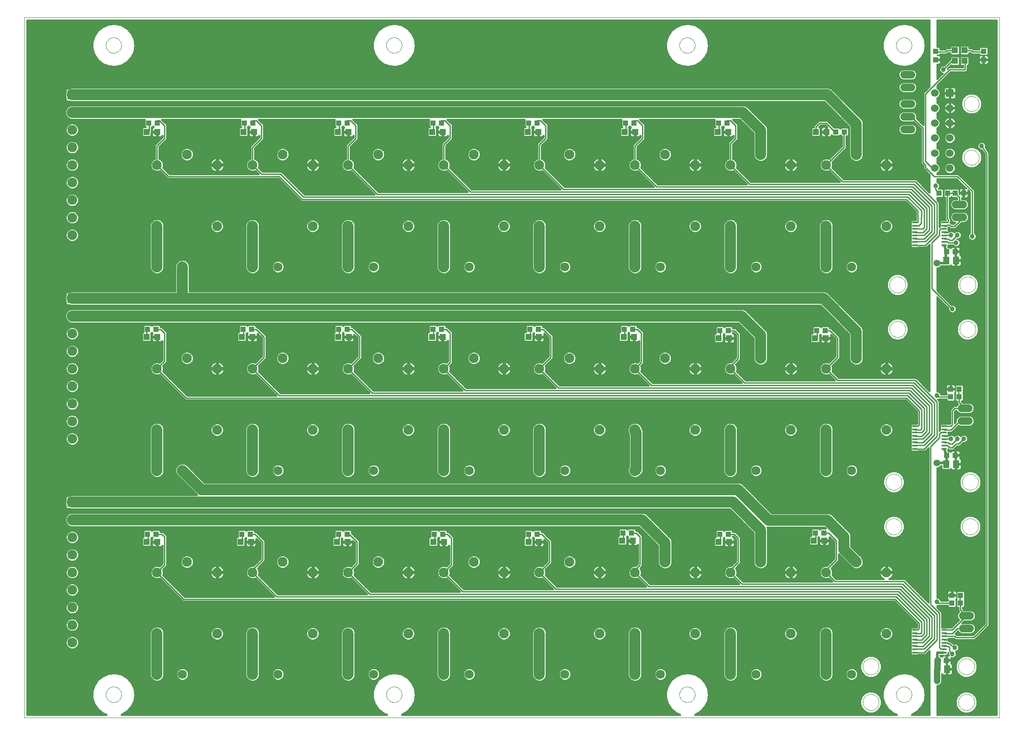
<source format=gtl>
G75*
G70*
%OFA0B0*%
%FSLAX24Y24*%
%IPPOS*%
%LPD*%
%AMOC8*
5,1,8,0,0,1.08239X$1,22.5*
%
%ADD10C,0.0000*%
%ADD11C,0.0591*%
%ADD12C,0.0602*%
%ADD13R,0.0602X0.0602*%
%ADD14R,0.0390X0.0120*%
%ADD15R,0.0394X0.0433*%
%ADD16R,0.0472X0.0472*%
%ADD17R,0.0512X0.0591*%
%ADD18R,0.0433X0.0394*%
%ADD19C,0.0768*%
%ADD20C,0.0709*%
%ADD21R,0.0768X0.0768*%
%ADD22C,0.0100*%
%ADD23C,0.0380*%
%ADD24C,0.0160*%
%ADD25C,0.0200*%
%ADD26C,0.0531*%
%ADD27C,0.0500*%
%ADD28C,0.0850*%
D10*
X003386Y001189D02*
X003386Y056189D01*
X079886Y056189D01*
X079886Y001189D01*
X003386Y001189D01*
X009776Y002992D02*
X009778Y003041D01*
X009784Y003090D01*
X009794Y003138D01*
X009807Y003185D01*
X009825Y003231D01*
X009846Y003275D01*
X009870Y003318D01*
X009898Y003358D01*
X009929Y003397D01*
X009963Y003432D01*
X010000Y003465D01*
X010039Y003494D01*
X010081Y003520D01*
X010124Y003543D01*
X010170Y003562D01*
X010216Y003578D01*
X010264Y003590D01*
X010312Y003598D01*
X010361Y003602D01*
X010411Y003602D01*
X010460Y003598D01*
X010508Y003590D01*
X010556Y003578D01*
X010602Y003562D01*
X010648Y003543D01*
X010691Y003520D01*
X010733Y003494D01*
X010772Y003465D01*
X010809Y003432D01*
X010843Y003397D01*
X010874Y003358D01*
X010902Y003318D01*
X010926Y003275D01*
X010947Y003231D01*
X010965Y003185D01*
X010978Y003138D01*
X010988Y003090D01*
X010994Y003041D01*
X010996Y002992D01*
X010994Y002943D01*
X010988Y002894D01*
X010978Y002846D01*
X010965Y002799D01*
X010947Y002753D01*
X010926Y002709D01*
X010902Y002666D01*
X010874Y002626D01*
X010843Y002587D01*
X010809Y002552D01*
X010772Y002519D01*
X010733Y002490D01*
X010691Y002464D01*
X010648Y002441D01*
X010602Y002422D01*
X010556Y002406D01*
X010508Y002394D01*
X010460Y002386D01*
X010411Y002382D01*
X010361Y002382D01*
X010312Y002386D01*
X010264Y002394D01*
X010216Y002406D01*
X010170Y002422D01*
X010124Y002441D01*
X010081Y002464D01*
X010039Y002490D01*
X010000Y002519D01*
X009963Y002552D01*
X009929Y002587D01*
X009898Y002626D01*
X009870Y002666D01*
X009846Y002709D01*
X009825Y002753D01*
X009807Y002799D01*
X009794Y002846D01*
X009784Y002894D01*
X009778Y002943D01*
X009776Y002992D01*
X031776Y002992D02*
X031778Y003041D01*
X031784Y003090D01*
X031794Y003138D01*
X031807Y003185D01*
X031825Y003231D01*
X031846Y003275D01*
X031870Y003318D01*
X031898Y003358D01*
X031929Y003397D01*
X031963Y003432D01*
X032000Y003465D01*
X032039Y003494D01*
X032081Y003520D01*
X032124Y003543D01*
X032170Y003562D01*
X032216Y003578D01*
X032264Y003590D01*
X032312Y003598D01*
X032361Y003602D01*
X032411Y003602D01*
X032460Y003598D01*
X032508Y003590D01*
X032556Y003578D01*
X032602Y003562D01*
X032648Y003543D01*
X032691Y003520D01*
X032733Y003494D01*
X032772Y003465D01*
X032809Y003432D01*
X032843Y003397D01*
X032874Y003358D01*
X032902Y003318D01*
X032926Y003275D01*
X032947Y003231D01*
X032965Y003185D01*
X032978Y003138D01*
X032988Y003090D01*
X032994Y003041D01*
X032996Y002992D01*
X032994Y002943D01*
X032988Y002894D01*
X032978Y002846D01*
X032965Y002799D01*
X032947Y002753D01*
X032926Y002709D01*
X032902Y002666D01*
X032874Y002626D01*
X032843Y002587D01*
X032809Y002552D01*
X032772Y002519D01*
X032733Y002490D01*
X032691Y002464D01*
X032648Y002441D01*
X032602Y002422D01*
X032556Y002406D01*
X032508Y002394D01*
X032460Y002386D01*
X032411Y002382D01*
X032361Y002382D01*
X032312Y002386D01*
X032264Y002394D01*
X032216Y002406D01*
X032170Y002422D01*
X032124Y002441D01*
X032081Y002464D01*
X032039Y002490D01*
X032000Y002519D01*
X031963Y002552D01*
X031929Y002587D01*
X031898Y002626D01*
X031870Y002666D01*
X031846Y002709D01*
X031825Y002753D01*
X031807Y002799D01*
X031794Y002846D01*
X031784Y002894D01*
X031778Y002943D01*
X031776Y002992D01*
X054776Y002992D02*
X054778Y003041D01*
X054784Y003090D01*
X054794Y003138D01*
X054807Y003185D01*
X054825Y003231D01*
X054846Y003275D01*
X054870Y003318D01*
X054898Y003358D01*
X054929Y003397D01*
X054963Y003432D01*
X055000Y003465D01*
X055039Y003494D01*
X055081Y003520D01*
X055124Y003543D01*
X055170Y003562D01*
X055216Y003578D01*
X055264Y003590D01*
X055312Y003598D01*
X055361Y003602D01*
X055411Y003602D01*
X055460Y003598D01*
X055508Y003590D01*
X055556Y003578D01*
X055602Y003562D01*
X055648Y003543D01*
X055691Y003520D01*
X055733Y003494D01*
X055772Y003465D01*
X055809Y003432D01*
X055843Y003397D01*
X055874Y003358D01*
X055902Y003318D01*
X055926Y003275D01*
X055947Y003231D01*
X055965Y003185D01*
X055978Y003138D01*
X055988Y003090D01*
X055994Y003041D01*
X055996Y002992D01*
X055994Y002943D01*
X055988Y002894D01*
X055978Y002846D01*
X055965Y002799D01*
X055947Y002753D01*
X055926Y002709D01*
X055902Y002666D01*
X055874Y002626D01*
X055843Y002587D01*
X055809Y002552D01*
X055772Y002519D01*
X055733Y002490D01*
X055691Y002464D01*
X055648Y002441D01*
X055602Y002422D01*
X055556Y002406D01*
X055508Y002394D01*
X055460Y002386D01*
X055411Y002382D01*
X055361Y002382D01*
X055312Y002386D01*
X055264Y002394D01*
X055216Y002406D01*
X055170Y002422D01*
X055124Y002441D01*
X055081Y002464D01*
X055039Y002490D01*
X055000Y002519D01*
X054963Y002552D01*
X054929Y002587D01*
X054898Y002626D01*
X054870Y002666D01*
X054846Y002709D01*
X054825Y002753D01*
X054807Y002799D01*
X054794Y002846D01*
X054784Y002894D01*
X054778Y002943D01*
X054776Y002992D01*
X069156Y002389D02*
X069158Y002439D01*
X069164Y002489D01*
X069174Y002538D01*
X069188Y002586D01*
X069205Y002633D01*
X069226Y002678D01*
X069251Y002722D01*
X069279Y002763D01*
X069311Y002802D01*
X069345Y002839D01*
X069382Y002873D01*
X069422Y002903D01*
X069464Y002930D01*
X069508Y002954D01*
X069554Y002975D01*
X069601Y002991D01*
X069649Y003004D01*
X069699Y003013D01*
X069748Y003018D01*
X069799Y003019D01*
X069849Y003016D01*
X069898Y003009D01*
X069947Y002998D01*
X069995Y002983D01*
X070041Y002965D01*
X070086Y002943D01*
X070129Y002917D01*
X070170Y002888D01*
X070209Y002856D01*
X070245Y002821D01*
X070277Y002783D01*
X070307Y002743D01*
X070334Y002700D01*
X070357Y002656D01*
X070376Y002610D01*
X070392Y002562D01*
X070404Y002513D01*
X070412Y002464D01*
X070416Y002414D01*
X070416Y002364D01*
X070412Y002314D01*
X070404Y002265D01*
X070392Y002216D01*
X070376Y002168D01*
X070357Y002122D01*
X070334Y002078D01*
X070307Y002035D01*
X070277Y001995D01*
X070245Y001957D01*
X070209Y001922D01*
X070170Y001890D01*
X070129Y001861D01*
X070086Y001835D01*
X070041Y001813D01*
X069995Y001795D01*
X069947Y001780D01*
X069898Y001769D01*
X069849Y001762D01*
X069799Y001759D01*
X069748Y001760D01*
X069699Y001765D01*
X069649Y001774D01*
X069601Y001787D01*
X069554Y001803D01*
X069508Y001824D01*
X069464Y001848D01*
X069422Y001875D01*
X069382Y001905D01*
X069345Y001939D01*
X069311Y001976D01*
X069279Y002015D01*
X069251Y002056D01*
X069226Y002100D01*
X069205Y002145D01*
X069188Y002192D01*
X069174Y002240D01*
X069164Y002289D01*
X069158Y002339D01*
X069156Y002389D01*
X071776Y002992D02*
X071778Y003041D01*
X071784Y003090D01*
X071794Y003138D01*
X071807Y003185D01*
X071825Y003231D01*
X071846Y003275D01*
X071870Y003318D01*
X071898Y003358D01*
X071929Y003397D01*
X071963Y003432D01*
X072000Y003465D01*
X072039Y003494D01*
X072081Y003520D01*
X072124Y003543D01*
X072170Y003562D01*
X072216Y003578D01*
X072264Y003590D01*
X072312Y003598D01*
X072361Y003602D01*
X072411Y003602D01*
X072460Y003598D01*
X072508Y003590D01*
X072556Y003578D01*
X072602Y003562D01*
X072648Y003543D01*
X072691Y003520D01*
X072733Y003494D01*
X072772Y003465D01*
X072809Y003432D01*
X072843Y003397D01*
X072874Y003358D01*
X072902Y003318D01*
X072926Y003275D01*
X072947Y003231D01*
X072965Y003185D01*
X072978Y003138D01*
X072988Y003090D01*
X072994Y003041D01*
X072996Y002992D01*
X072994Y002943D01*
X072988Y002894D01*
X072978Y002846D01*
X072965Y002799D01*
X072947Y002753D01*
X072926Y002709D01*
X072902Y002666D01*
X072874Y002626D01*
X072843Y002587D01*
X072809Y002552D01*
X072772Y002519D01*
X072733Y002490D01*
X072691Y002464D01*
X072648Y002441D01*
X072602Y002422D01*
X072556Y002406D01*
X072508Y002394D01*
X072460Y002386D01*
X072411Y002382D01*
X072361Y002382D01*
X072312Y002386D01*
X072264Y002394D01*
X072216Y002406D01*
X072170Y002422D01*
X072124Y002441D01*
X072081Y002464D01*
X072039Y002490D01*
X072000Y002519D01*
X071963Y002552D01*
X071929Y002587D01*
X071898Y002626D01*
X071870Y002666D01*
X071846Y002709D01*
X071825Y002753D01*
X071807Y002799D01*
X071794Y002846D01*
X071784Y002894D01*
X071778Y002943D01*
X071776Y002992D01*
X069156Y005189D02*
X069158Y005239D01*
X069164Y005289D01*
X069174Y005338D01*
X069188Y005386D01*
X069205Y005433D01*
X069226Y005478D01*
X069251Y005522D01*
X069279Y005563D01*
X069311Y005602D01*
X069345Y005639D01*
X069382Y005673D01*
X069422Y005703D01*
X069464Y005730D01*
X069508Y005754D01*
X069554Y005775D01*
X069601Y005791D01*
X069649Y005804D01*
X069699Y005813D01*
X069748Y005818D01*
X069799Y005819D01*
X069849Y005816D01*
X069898Y005809D01*
X069947Y005798D01*
X069995Y005783D01*
X070041Y005765D01*
X070086Y005743D01*
X070129Y005717D01*
X070170Y005688D01*
X070209Y005656D01*
X070245Y005621D01*
X070277Y005583D01*
X070307Y005543D01*
X070334Y005500D01*
X070357Y005456D01*
X070376Y005410D01*
X070392Y005362D01*
X070404Y005313D01*
X070412Y005264D01*
X070416Y005214D01*
X070416Y005164D01*
X070412Y005114D01*
X070404Y005065D01*
X070392Y005016D01*
X070376Y004968D01*
X070357Y004922D01*
X070334Y004878D01*
X070307Y004835D01*
X070277Y004795D01*
X070245Y004757D01*
X070209Y004722D01*
X070170Y004690D01*
X070129Y004661D01*
X070086Y004635D01*
X070041Y004613D01*
X069995Y004595D01*
X069947Y004580D01*
X069898Y004569D01*
X069849Y004562D01*
X069799Y004559D01*
X069748Y004560D01*
X069699Y004565D01*
X069649Y004574D01*
X069601Y004587D01*
X069554Y004603D01*
X069508Y004624D01*
X069464Y004648D01*
X069422Y004675D01*
X069382Y004705D01*
X069345Y004739D01*
X069311Y004776D01*
X069279Y004815D01*
X069251Y004856D01*
X069226Y004900D01*
X069205Y004945D01*
X069188Y004992D01*
X069174Y005040D01*
X069164Y005089D01*
X069158Y005139D01*
X069156Y005189D01*
X076656Y005189D02*
X076658Y005239D01*
X076664Y005289D01*
X076674Y005338D01*
X076688Y005386D01*
X076705Y005433D01*
X076726Y005478D01*
X076751Y005522D01*
X076779Y005563D01*
X076811Y005602D01*
X076845Y005639D01*
X076882Y005673D01*
X076922Y005703D01*
X076964Y005730D01*
X077008Y005754D01*
X077054Y005775D01*
X077101Y005791D01*
X077149Y005804D01*
X077199Y005813D01*
X077248Y005818D01*
X077299Y005819D01*
X077349Y005816D01*
X077398Y005809D01*
X077447Y005798D01*
X077495Y005783D01*
X077541Y005765D01*
X077586Y005743D01*
X077629Y005717D01*
X077670Y005688D01*
X077709Y005656D01*
X077745Y005621D01*
X077777Y005583D01*
X077807Y005543D01*
X077834Y005500D01*
X077857Y005456D01*
X077876Y005410D01*
X077892Y005362D01*
X077904Y005313D01*
X077912Y005264D01*
X077916Y005214D01*
X077916Y005164D01*
X077912Y005114D01*
X077904Y005065D01*
X077892Y005016D01*
X077876Y004968D01*
X077857Y004922D01*
X077834Y004878D01*
X077807Y004835D01*
X077777Y004795D01*
X077745Y004757D01*
X077709Y004722D01*
X077670Y004690D01*
X077629Y004661D01*
X077586Y004635D01*
X077541Y004613D01*
X077495Y004595D01*
X077447Y004580D01*
X077398Y004569D01*
X077349Y004562D01*
X077299Y004559D01*
X077248Y004560D01*
X077199Y004565D01*
X077149Y004574D01*
X077101Y004587D01*
X077054Y004603D01*
X077008Y004624D01*
X076964Y004648D01*
X076922Y004675D01*
X076882Y004705D01*
X076845Y004739D01*
X076811Y004776D01*
X076779Y004815D01*
X076751Y004856D01*
X076726Y004900D01*
X076705Y004945D01*
X076688Y004992D01*
X076674Y005040D01*
X076664Y005089D01*
X076658Y005139D01*
X076656Y005189D01*
X076656Y002389D02*
X076658Y002439D01*
X076664Y002489D01*
X076674Y002538D01*
X076688Y002586D01*
X076705Y002633D01*
X076726Y002678D01*
X076751Y002722D01*
X076779Y002763D01*
X076811Y002802D01*
X076845Y002839D01*
X076882Y002873D01*
X076922Y002903D01*
X076964Y002930D01*
X077008Y002954D01*
X077054Y002975D01*
X077101Y002991D01*
X077149Y003004D01*
X077199Y003013D01*
X077248Y003018D01*
X077299Y003019D01*
X077349Y003016D01*
X077398Y003009D01*
X077447Y002998D01*
X077495Y002983D01*
X077541Y002965D01*
X077586Y002943D01*
X077629Y002917D01*
X077670Y002888D01*
X077709Y002856D01*
X077745Y002821D01*
X077777Y002783D01*
X077807Y002743D01*
X077834Y002700D01*
X077857Y002656D01*
X077876Y002610D01*
X077892Y002562D01*
X077904Y002513D01*
X077912Y002464D01*
X077916Y002414D01*
X077916Y002364D01*
X077912Y002314D01*
X077904Y002265D01*
X077892Y002216D01*
X077876Y002168D01*
X077857Y002122D01*
X077834Y002078D01*
X077807Y002035D01*
X077777Y001995D01*
X077745Y001957D01*
X077709Y001922D01*
X077670Y001890D01*
X077629Y001861D01*
X077586Y001835D01*
X077541Y001813D01*
X077495Y001795D01*
X077447Y001780D01*
X077398Y001769D01*
X077349Y001762D01*
X077299Y001759D01*
X077248Y001760D01*
X077199Y001765D01*
X077149Y001774D01*
X077101Y001787D01*
X077054Y001803D01*
X077008Y001824D01*
X076964Y001848D01*
X076922Y001875D01*
X076882Y001905D01*
X076845Y001939D01*
X076811Y001976D01*
X076779Y002015D01*
X076751Y002056D01*
X076726Y002100D01*
X076705Y002145D01*
X076688Y002192D01*
X076674Y002240D01*
X076664Y002289D01*
X076658Y002339D01*
X076656Y002389D01*
X076956Y016189D02*
X076958Y016239D01*
X076964Y016289D01*
X076974Y016338D01*
X076988Y016386D01*
X077005Y016433D01*
X077026Y016478D01*
X077051Y016522D01*
X077079Y016563D01*
X077111Y016602D01*
X077145Y016639D01*
X077182Y016673D01*
X077222Y016703D01*
X077264Y016730D01*
X077308Y016754D01*
X077354Y016775D01*
X077401Y016791D01*
X077449Y016804D01*
X077499Y016813D01*
X077548Y016818D01*
X077599Y016819D01*
X077649Y016816D01*
X077698Y016809D01*
X077747Y016798D01*
X077795Y016783D01*
X077841Y016765D01*
X077886Y016743D01*
X077929Y016717D01*
X077970Y016688D01*
X078009Y016656D01*
X078045Y016621D01*
X078077Y016583D01*
X078107Y016543D01*
X078134Y016500D01*
X078157Y016456D01*
X078176Y016410D01*
X078192Y016362D01*
X078204Y016313D01*
X078212Y016264D01*
X078216Y016214D01*
X078216Y016164D01*
X078212Y016114D01*
X078204Y016065D01*
X078192Y016016D01*
X078176Y015968D01*
X078157Y015922D01*
X078134Y015878D01*
X078107Y015835D01*
X078077Y015795D01*
X078045Y015757D01*
X078009Y015722D01*
X077970Y015690D01*
X077929Y015661D01*
X077886Y015635D01*
X077841Y015613D01*
X077795Y015595D01*
X077747Y015580D01*
X077698Y015569D01*
X077649Y015562D01*
X077599Y015559D01*
X077548Y015560D01*
X077499Y015565D01*
X077449Y015574D01*
X077401Y015587D01*
X077354Y015603D01*
X077308Y015624D01*
X077264Y015648D01*
X077222Y015675D01*
X077182Y015705D01*
X077145Y015739D01*
X077111Y015776D01*
X077079Y015815D01*
X077051Y015856D01*
X077026Y015900D01*
X077005Y015945D01*
X076988Y015992D01*
X076974Y016040D01*
X076964Y016089D01*
X076958Y016139D01*
X076956Y016189D01*
X076956Y019689D02*
X076958Y019739D01*
X076964Y019789D01*
X076974Y019838D01*
X076988Y019886D01*
X077005Y019933D01*
X077026Y019978D01*
X077051Y020022D01*
X077079Y020063D01*
X077111Y020102D01*
X077145Y020139D01*
X077182Y020173D01*
X077222Y020203D01*
X077264Y020230D01*
X077308Y020254D01*
X077354Y020275D01*
X077401Y020291D01*
X077449Y020304D01*
X077499Y020313D01*
X077548Y020318D01*
X077599Y020319D01*
X077649Y020316D01*
X077698Y020309D01*
X077747Y020298D01*
X077795Y020283D01*
X077841Y020265D01*
X077886Y020243D01*
X077929Y020217D01*
X077970Y020188D01*
X078009Y020156D01*
X078045Y020121D01*
X078077Y020083D01*
X078107Y020043D01*
X078134Y020000D01*
X078157Y019956D01*
X078176Y019910D01*
X078192Y019862D01*
X078204Y019813D01*
X078212Y019764D01*
X078216Y019714D01*
X078216Y019664D01*
X078212Y019614D01*
X078204Y019565D01*
X078192Y019516D01*
X078176Y019468D01*
X078157Y019422D01*
X078134Y019378D01*
X078107Y019335D01*
X078077Y019295D01*
X078045Y019257D01*
X078009Y019222D01*
X077970Y019190D01*
X077929Y019161D01*
X077886Y019135D01*
X077841Y019113D01*
X077795Y019095D01*
X077747Y019080D01*
X077698Y019069D01*
X077649Y019062D01*
X077599Y019059D01*
X077548Y019060D01*
X077499Y019065D01*
X077449Y019074D01*
X077401Y019087D01*
X077354Y019103D01*
X077308Y019124D01*
X077264Y019148D01*
X077222Y019175D01*
X077182Y019205D01*
X077145Y019239D01*
X077111Y019276D01*
X077079Y019315D01*
X077051Y019356D01*
X077026Y019400D01*
X077005Y019445D01*
X076988Y019492D01*
X076974Y019540D01*
X076964Y019589D01*
X076958Y019639D01*
X076956Y019689D01*
X070956Y019689D02*
X070958Y019739D01*
X070964Y019789D01*
X070974Y019838D01*
X070988Y019886D01*
X071005Y019933D01*
X071026Y019978D01*
X071051Y020022D01*
X071079Y020063D01*
X071111Y020102D01*
X071145Y020139D01*
X071182Y020173D01*
X071222Y020203D01*
X071264Y020230D01*
X071308Y020254D01*
X071354Y020275D01*
X071401Y020291D01*
X071449Y020304D01*
X071499Y020313D01*
X071548Y020318D01*
X071599Y020319D01*
X071649Y020316D01*
X071698Y020309D01*
X071747Y020298D01*
X071795Y020283D01*
X071841Y020265D01*
X071886Y020243D01*
X071929Y020217D01*
X071970Y020188D01*
X072009Y020156D01*
X072045Y020121D01*
X072077Y020083D01*
X072107Y020043D01*
X072134Y020000D01*
X072157Y019956D01*
X072176Y019910D01*
X072192Y019862D01*
X072204Y019813D01*
X072212Y019764D01*
X072216Y019714D01*
X072216Y019664D01*
X072212Y019614D01*
X072204Y019565D01*
X072192Y019516D01*
X072176Y019468D01*
X072157Y019422D01*
X072134Y019378D01*
X072107Y019335D01*
X072077Y019295D01*
X072045Y019257D01*
X072009Y019222D01*
X071970Y019190D01*
X071929Y019161D01*
X071886Y019135D01*
X071841Y019113D01*
X071795Y019095D01*
X071747Y019080D01*
X071698Y019069D01*
X071649Y019062D01*
X071599Y019059D01*
X071548Y019060D01*
X071499Y019065D01*
X071449Y019074D01*
X071401Y019087D01*
X071354Y019103D01*
X071308Y019124D01*
X071264Y019148D01*
X071222Y019175D01*
X071182Y019205D01*
X071145Y019239D01*
X071111Y019276D01*
X071079Y019315D01*
X071051Y019356D01*
X071026Y019400D01*
X071005Y019445D01*
X070988Y019492D01*
X070974Y019540D01*
X070964Y019589D01*
X070958Y019639D01*
X070956Y019689D01*
X070956Y016189D02*
X070958Y016239D01*
X070964Y016289D01*
X070974Y016338D01*
X070988Y016386D01*
X071005Y016433D01*
X071026Y016478D01*
X071051Y016522D01*
X071079Y016563D01*
X071111Y016602D01*
X071145Y016639D01*
X071182Y016673D01*
X071222Y016703D01*
X071264Y016730D01*
X071308Y016754D01*
X071354Y016775D01*
X071401Y016791D01*
X071449Y016804D01*
X071499Y016813D01*
X071548Y016818D01*
X071599Y016819D01*
X071649Y016816D01*
X071698Y016809D01*
X071747Y016798D01*
X071795Y016783D01*
X071841Y016765D01*
X071886Y016743D01*
X071929Y016717D01*
X071970Y016688D01*
X072009Y016656D01*
X072045Y016621D01*
X072077Y016583D01*
X072107Y016543D01*
X072134Y016500D01*
X072157Y016456D01*
X072176Y016410D01*
X072192Y016362D01*
X072204Y016313D01*
X072212Y016264D01*
X072216Y016214D01*
X072216Y016164D01*
X072212Y016114D01*
X072204Y016065D01*
X072192Y016016D01*
X072176Y015968D01*
X072157Y015922D01*
X072134Y015878D01*
X072107Y015835D01*
X072077Y015795D01*
X072045Y015757D01*
X072009Y015722D01*
X071970Y015690D01*
X071929Y015661D01*
X071886Y015635D01*
X071841Y015613D01*
X071795Y015595D01*
X071747Y015580D01*
X071698Y015569D01*
X071649Y015562D01*
X071599Y015559D01*
X071548Y015560D01*
X071499Y015565D01*
X071449Y015574D01*
X071401Y015587D01*
X071354Y015603D01*
X071308Y015624D01*
X071264Y015648D01*
X071222Y015675D01*
X071182Y015705D01*
X071145Y015739D01*
X071111Y015776D01*
X071079Y015815D01*
X071051Y015856D01*
X071026Y015900D01*
X071005Y015945D01*
X070988Y015992D01*
X070974Y016040D01*
X070964Y016089D01*
X070958Y016139D01*
X070956Y016189D01*
X071256Y031689D02*
X071258Y031739D01*
X071264Y031789D01*
X071274Y031838D01*
X071288Y031886D01*
X071305Y031933D01*
X071326Y031978D01*
X071351Y032022D01*
X071379Y032063D01*
X071411Y032102D01*
X071445Y032139D01*
X071482Y032173D01*
X071522Y032203D01*
X071564Y032230D01*
X071608Y032254D01*
X071654Y032275D01*
X071701Y032291D01*
X071749Y032304D01*
X071799Y032313D01*
X071848Y032318D01*
X071899Y032319D01*
X071949Y032316D01*
X071998Y032309D01*
X072047Y032298D01*
X072095Y032283D01*
X072141Y032265D01*
X072186Y032243D01*
X072229Y032217D01*
X072270Y032188D01*
X072309Y032156D01*
X072345Y032121D01*
X072377Y032083D01*
X072407Y032043D01*
X072434Y032000D01*
X072457Y031956D01*
X072476Y031910D01*
X072492Y031862D01*
X072504Y031813D01*
X072512Y031764D01*
X072516Y031714D01*
X072516Y031664D01*
X072512Y031614D01*
X072504Y031565D01*
X072492Y031516D01*
X072476Y031468D01*
X072457Y031422D01*
X072434Y031378D01*
X072407Y031335D01*
X072377Y031295D01*
X072345Y031257D01*
X072309Y031222D01*
X072270Y031190D01*
X072229Y031161D01*
X072186Y031135D01*
X072141Y031113D01*
X072095Y031095D01*
X072047Y031080D01*
X071998Y031069D01*
X071949Y031062D01*
X071899Y031059D01*
X071848Y031060D01*
X071799Y031065D01*
X071749Y031074D01*
X071701Y031087D01*
X071654Y031103D01*
X071608Y031124D01*
X071564Y031148D01*
X071522Y031175D01*
X071482Y031205D01*
X071445Y031239D01*
X071411Y031276D01*
X071379Y031315D01*
X071351Y031356D01*
X071326Y031400D01*
X071305Y031445D01*
X071288Y031492D01*
X071274Y031540D01*
X071264Y031589D01*
X071258Y031639D01*
X071256Y031689D01*
X071256Y035189D02*
X071258Y035239D01*
X071264Y035289D01*
X071274Y035338D01*
X071288Y035386D01*
X071305Y035433D01*
X071326Y035478D01*
X071351Y035522D01*
X071379Y035563D01*
X071411Y035602D01*
X071445Y035639D01*
X071482Y035673D01*
X071522Y035703D01*
X071564Y035730D01*
X071608Y035754D01*
X071654Y035775D01*
X071701Y035791D01*
X071749Y035804D01*
X071799Y035813D01*
X071848Y035818D01*
X071899Y035819D01*
X071949Y035816D01*
X071998Y035809D01*
X072047Y035798D01*
X072095Y035783D01*
X072141Y035765D01*
X072186Y035743D01*
X072229Y035717D01*
X072270Y035688D01*
X072309Y035656D01*
X072345Y035621D01*
X072377Y035583D01*
X072407Y035543D01*
X072434Y035500D01*
X072457Y035456D01*
X072476Y035410D01*
X072492Y035362D01*
X072504Y035313D01*
X072512Y035264D01*
X072516Y035214D01*
X072516Y035164D01*
X072512Y035114D01*
X072504Y035065D01*
X072492Y035016D01*
X072476Y034968D01*
X072457Y034922D01*
X072434Y034878D01*
X072407Y034835D01*
X072377Y034795D01*
X072345Y034757D01*
X072309Y034722D01*
X072270Y034690D01*
X072229Y034661D01*
X072186Y034635D01*
X072141Y034613D01*
X072095Y034595D01*
X072047Y034580D01*
X071998Y034569D01*
X071949Y034562D01*
X071899Y034559D01*
X071848Y034560D01*
X071799Y034565D01*
X071749Y034574D01*
X071701Y034587D01*
X071654Y034603D01*
X071608Y034624D01*
X071564Y034648D01*
X071522Y034675D01*
X071482Y034705D01*
X071445Y034739D01*
X071411Y034776D01*
X071379Y034815D01*
X071351Y034856D01*
X071326Y034900D01*
X071305Y034945D01*
X071288Y034992D01*
X071274Y035040D01*
X071264Y035089D01*
X071258Y035139D01*
X071256Y035189D01*
X076756Y035189D02*
X076758Y035239D01*
X076764Y035289D01*
X076774Y035338D01*
X076788Y035386D01*
X076805Y035433D01*
X076826Y035478D01*
X076851Y035522D01*
X076879Y035563D01*
X076911Y035602D01*
X076945Y035639D01*
X076982Y035673D01*
X077022Y035703D01*
X077064Y035730D01*
X077108Y035754D01*
X077154Y035775D01*
X077201Y035791D01*
X077249Y035804D01*
X077299Y035813D01*
X077348Y035818D01*
X077399Y035819D01*
X077449Y035816D01*
X077498Y035809D01*
X077547Y035798D01*
X077595Y035783D01*
X077641Y035765D01*
X077686Y035743D01*
X077729Y035717D01*
X077770Y035688D01*
X077809Y035656D01*
X077845Y035621D01*
X077877Y035583D01*
X077907Y035543D01*
X077934Y035500D01*
X077957Y035456D01*
X077976Y035410D01*
X077992Y035362D01*
X078004Y035313D01*
X078012Y035264D01*
X078016Y035214D01*
X078016Y035164D01*
X078012Y035114D01*
X078004Y035065D01*
X077992Y035016D01*
X077976Y034968D01*
X077957Y034922D01*
X077934Y034878D01*
X077907Y034835D01*
X077877Y034795D01*
X077845Y034757D01*
X077809Y034722D01*
X077770Y034690D01*
X077729Y034661D01*
X077686Y034635D01*
X077641Y034613D01*
X077595Y034595D01*
X077547Y034580D01*
X077498Y034569D01*
X077449Y034562D01*
X077399Y034559D01*
X077348Y034560D01*
X077299Y034565D01*
X077249Y034574D01*
X077201Y034587D01*
X077154Y034603D01*
X077108Y034624D01*
X077064Y034648D01*
X077022Y034675D01*
X076982Y034705D01*
X076945Y034739D01*
X076911Y034776D01*
X076879Y034815D01*
X076851Y034856D01*
X076826Y034900D01*
X076805Y034945D01*
X076788Y034992D01*
X076774Y035040D01*
X076764Y035089D01*
X076758Y035139D01*
X076756Y035189D01*
X076756Y031689D02*
X076758Y031739D01*
X076764Y031789D01*
X076774Y031838D01*
X076788Y031886D01*
X076805Y031933D01*
X076826Y031978D01*
X076851Y032022D01*
X076879Y032063D01*
X076911Y032102D01*
X076945Y032139D01*
X076982Y032173D01*
X077022Y032203D01*
X077064Y032230D01*
X077108Y032254D01*
X077154Y032275D01*
X077201Y032291D01*
X077249Y032304D01*
X077299Y032313D01*
X077348Y032318D01*
X077399Y032319D01*
X077449Y032316D01*
X077498Y032309D01*
X077547Y032298D01*
X077595Y032283D01*
X077641Y032265D01*
X077686Y032243D01*
X077729Y032217D01*
X077770Y032188D01*
X077809Y032156D01*
X077845Y032121D01*
X077877Y032083D01*
X077907Y032043D01*
X077934Y032000D01*
X077957Y031956D01*
X077976Y031910D01*
X077992Y031862D01*
X078004Y031813D01*
X078012Y031764D01*
X078016Y031714D01*
X078016Y031664D01*
X078012Y031614D01*
X078004Y031565D01*
X077992Y031516D01*
X077976Y031468D01*
X077957Y031422D01*
X077934Y031378D01*
X077907Y031335D01*
X077877Y031295D01*
X077845Y031257D01*
X077809Y031222D01*
X077770Y031190D01*
X077729Y031161D01*
X077686Y031135D01*
X077641Y031113D01*
X077595Y031095D01*
X077547Y031080D01*
X077498Y031069D01*
X077449Y031062D01*
X077399Y031059D01*
X077348Y031060D01*
X077299Y031065D01*
X077249Y031074D01*
X077201Y031087D01*
X077154Y031103D01*
X077108Y031124D01*
X077064Y031148D01*
X077022Y031175D01*
X076982Y031205D01*
X076945Y031239D01*
X076911Y031276D01*
X076879Y031315D01*
X076851Y031356D01*
X076826Y031400D01*
X076805Y031445D01*
X076788Y031492D01*
X076774Y031540D01*
X076764Y031589D01*
X076758Y031639D01*
X076756Y031689D01*
X077095Y045183D02*
X077097Y045231D01*
X077103Y045279D01*
X077113Y045326D01*
X077126Y045372D01*
X077144Y045417D01*
X077164Y045461D01*
X077189Y045503D01*
X077217Y045542D01*
X077247Y045579D01*
X077281Y045613D01*
X077318Y045645D01*
X077356Y045674D01*
X077397Y045699D01*
X077440Y045721D01*
X077485Y045739D01*
X077531Y045753D01*
X077578Y045764D01*
X077626Y045771D01*
X077674Y045774D01*
X077722Y045773D01*
X077770Y045768D01*
X077818Y045759D01*
X077864Y045747D01*
X077909Y045730D01*
X077953Y045710D01*
X077995Y045687D01*
X078035Y045660D01*
X078073Y045630D01*
X078108Y045597D01*
X078140Y045561D01*
X078170Y045523D01*
X078196Y045482D01*
X078218Y045439D01*
X078238Y045395D01*
X078253Y045350D01*
X078265Y045303D01*
X078273Y045255D01*
X078277Y045207D01*
X078277Y045159D01*
X078273Y045111D01*
X078265Y045063D01*
X078253Y045016D01*
X078238Y044971D01*
X078218Y044927D01*
X078196Y044884D01*
X078170Y044843D01*
X078140Y044805D01*
X078108Y044769D01*
X078073Y044736D01*
X078035Y044706D01*
X077995Y044679D01*
X077953Y044656D01*
X077909Y044636D01*
X077864Y044619D01*
X077818Y044607D01*
X077770Y044598D01*
X077722Y044593D01*
X077674Y044592D01*
X077626Y044595D01*
X077578Y044602D01*
X077531Y044613D01*
X077485Y044627D01*
X077440Y044645D01*
X077397Y044667D01*
X077356Y044692D01*
X077318Y044721D01*
X077281Y044753D01*
X077247Y044787D01*
X077217Y044824D01*
X077189Y044863D01*
X077164Y044905D01*
X077144Y044949D01*
X077126Y044994D01*
X077113Y045040D01*
X077103Y045087D01*
X077097Y045135D01*
X077095Y045183D01*
X077095Y049396D02*
X077097Y049444D01*
X077103Y049492D01*
X077113Y049539D01*
X077126Y049585D01*
X077144Y049630D01*
X077164Y049674D01*
X077189Y049716D01*
X077217Y049755D01*
X077247Y049792D01*
X077281Y049826D01*
X077318Y049858D01*
X077356Y049887D01*
X077397Y049912D01*
X077440Y049934D01*
X077485Y049952D01*
X077531Y049966D01*
X077578Y049977D01*
X077626Y049984D01*
X077674Y049987D01*
X077722Y049986D01*
X077770Y049981D01*
X077818Y049972D01*
X077864Y049960D01*
X077909Y049943D01*
X077953Y049923D01*
X077995Y049900D01*
X078035Y049873D01*
X078073Y049843D01*
X078108Y049810D01*
X078140Y049774D01*
X078170Y049736D01*
X078196Y049695D01*
X078218Y049652D01*
X078238Y049608D01*
X078253Y049563D01*
X078265Y049516D01*
X078273Y049468D01*
X078277Y049420D01*
X078277Y049372D01*
X078273Y049324D01*
X078265Y049276D01*
X078253Y049229D01*
X078238Y049184D01*
X078218Y049140D01*
X078196Y049097D01*
X078170Y049056D01*
X078140Y049018D01*
X078108Y048982D01*
X078073Y048949D01*
X078035Y048919D01*
X077995Y048892D01*
X077953Y048869D01*
X077909Y048849D01*
X077864Y048832D01*
X077818Y048820D01*
X077770Y048811D01*
X077722Y048806D01*
X077674Y048805D01*
X077626Y048808D01*
X077578Y048815D01*
X077531Y048826D01*
X077485Y048840D01*
X077440Y048858D01*
X077397Y048880D01*
X077356Y048905D01*
X077318Y048934D01*
X077281Y048966D01*
X077247Y049000D01*
X077217Y049037D01*
X077189Y049076D01*
X077164Y049118D01*
X077144Y049162D01*
X077126Y049207D01*
X077113Y049253D01*
X077103Y049300D01*
X077097Y049348D01*
X077095Y049396D01*
X071776Y053992D02*
X071778Y054041D01*
X071784Y054090D01*
X071794Y054138D01*
X071807Y054185D01*
X071825Y054231D01*
X071846Y054275D01*
X071870Y054318D01*
X071898Y054358D01*
X071929Y054397D01*
X071963Y054432D01*
X072000Y054465D01*
X072039Y054494D01*
X072081Y054520D01*
X072124Y054543D01*
X072170Y054562D01*
X072216Y054578D01*
X072264Y054590D01*
X072312Y054598D01*
X072361Y054602D01*
X072411Y054602D01*
X072460Y054598D01*
X072508Y054590D01*
X072556Y054578D01*
X072602Y054562D01*
X072648Y054543D01*
X072691Y054520D01*
X072733Y054494D01*
X072772Y054465D01*
X072809Y054432D01*
X072843Y054397D01*
X072874Y054358D01*
X072902Y054318D01*
X072926Y054275D01*
X072947Y054231D01*
X072965Y054185D01*
X072978Y054138D01*
X072988Y054090D01*
X072994Y054041D01*
X072996Y053992D01*
X072994Y053943D01*
X072988Y053894D01*
X072978Y053846D01*
X072965Y053799D01*
X072947Y053753D01*
X072926Y053709D01*
X072902Y053666D01*
X072874Y053626D01*
X072843Y053587D01*
X072809Y053552D01*
X072772Y053519D01*
X072733Y053490D01*
X072691Y053464D01*
X072648Y053441D01*
X072602Y053422D01*
X072556Y053406D01*
X072508Y053394D01*
X072460Y053386D01*
X072411Y053382D01*
X072361Y053382D01*
X072312Y053386D01*
X072264Y053394D01*
X072216Y053406D01*
X072170Y053422D01*
X072124Y053441D01*
X072081Y053464D01*
X072039Y053490D01*
X072000Y053519D01*
X071963Y053552D01*
X071929Y053587D01*
X071898Y053626D01*
X071870Y053666D01*
X071846Y053709D01*
X071825Y053753D01*
X071807Y053799D01*
X071794Y053846D01*
X071784Y053894D01*
X071778Y053943D01*
X071776Y053992D01*
X054776Y053992D02*
X054778Y054041D01*
X054784Y054090D01*
X054794Y054138D01*
X054807Y054185D01*
X054825Y054231D01*
X054846Y054275D01*
X054870Y054318D01*
X054898Y054358D01*
X054929Y054397D01*
X054963Y054432D01*
X055000Y054465D01*
X055039Y054494D01*
X055081Y054520D01*
X055124Y054543D01*
X055170Y054562D01*
X055216Y054578D01*
X055264Y054590D01*
X055312Y054598D01*
X055361Y054602D01*
X055411Y054602D01*
X055460Y054598D01*
X055508Y054590D01*
X055556Y054578D01*
X055602Y054562D01*
X055648Y054543D01*
X055691Y054520D01*
X055733Y054494D01*
X055772Y054465D01*
X055809Y054432D01*
X055843Y054397D01*
X055874Y054358D01*
X055902Y054318D01*
X055926Y054275D01*
X055947Y054231D01*
X055965Y054185D01*
X055978Y054138D01*
X055988Y054090D01*
X055994Y054041D01*
X055996Y053992D01*
X055994Y053943D01*
X055988Y053894D01*
X055978Y053846D01*
X055965Y053799D01*
X055947Y053753D01*
X055926Y053709D01*
X055902Y053666D01*
X055874Y053626D01*
X055843Y053587D01*
X055809Y053552D01*
X055772Y053519D01*
X055733Y053490D01*
X055691Y053464D01*
X055648Y053441D01*
X055602Y053422D01*
X055556Y053406D01*
X055508Y053394D01*
X055460Y053386D01*
X055411Y053382D01*
X055361Y053382D01*
X055312Y053386D01*
X055264Y053394D01*
X055216Y053406D01*
X055170Y053422D01*
X055124Y053441D01*
X055081Y053464D01*
X055039Y053490D01*
X055000Y053519D01*
X054963Y053552D01*
X054929Y053587D01*
X054898Y053626D01*
X054870Y053666D01*
X054846Y053709D01*
X054825Y053753D01*
X054807Y053799D01*
X054794Y053846D01*
X054784Y053894D01*
X054778Y053943D01*
X054776Y053992D01*
X031776Y053992D02*
X031778Y054041D01*
X031784Y054090D01*
X031794Y054138D01*
X031807Y054185D01*
X031825Y054231D01*
X031846Y054275D01*
X031870Y054318D01*
X031898Y054358D01*
X031929Y054397D01*
X031963Y054432D01*
X032000Y054465D01*
X032039Y054494D01*
X032081Y054520D01*
X032124Y054543D01*
X032170Y054562D01*
X032216Y054578D01*
X032264Y054590D01*
X032312Y054598D01*
X032361Y054602D01*
X032411Y054602D01*
X032460Y054598D01*
X032508Y054590D01*
X032556Y054578D01*
X032602Y054562D01*
X032648Y054543D01*
X032691Y054520D01*
X032733Y054494D01*
X032772Y054465D01*
X032809Y054432D01*
X032843Y054397D01*
X032874Y054358D01*
X032902Y054318D01*
X032926Y054275D01*
X032947Y054231D01*
X032965Y054185D01*
X032978Y054138D01*
X032988Y054090D01*
X032994Y054041D01*
X032996Y053992D01*
X032994Y053943D01*
X032988Y053894D01*
X032978Y053846D01*
X032965Y053799D01*
X032947Y053753D01*
X032926Y053709D01*
X032902Y053666D01*
X032874Y053626D01*
X032843Y053587D01*
X032809Y053552D01*
X032772Y053519D01*
X032733Y053490D01*
X032691Y053464D01*
X032648Y053441D01*
X032602Y053422D01*
X032556Y053406D01*
X032508Y053394D01*
X032460Y053386D01*
X032411Y053382D01*
X032361Y053382D01*
X032312Y053386D01*
X032264Y053394D01*
X032216Y053406D01*
X032170Y053422D01*
X032124Y053441D01*
X032081Y053464D01*
X032039Y053490D01*
X032000Y053519D01*
X031963Y053552D01*
X031929Y053587D01*
X031898Y053626D01*
X031870Y053666D01*
X031846Y053709D01*
X031825Y053753D01*
X031807Y053799D01*
X031794Y053846D01*
X031784Y053894D01*
X031778Y053943D01*
X031776Y053992D01*
X009776Y053992D02*
X009778Y054041D01*
X009784Y054090D01*
X009794Y054138D01*
X009807Y054185D01*
X009825Y054231D01*
X009846Y054275D01*
X009870Y054318D01*
X009898Y054358D01*
X009929Y054397D01*
X009963Y054432D01*
X010000Y054465D01*
X010039Y054494D01*
X010081Y054520D01*
X010124Y054543D01*
X010170Y054562D01*
X010216Y054578D01*
X010264Y054590D01*
X010312Y054598D01*
X010361Y054602D01*
X010411Y054602D01*
X010460Y054598D01*
X010508Y054590D01*
X010556Y054578D01*
X010602Y054562D01*
X010648Y054543D01*
X010691Y054520D01*
X010733Y054494D01*
X010772Y054465D01*
X010809Y054432D01*
X010843Y054397D01*
X010874Y054358D01*
X010902Y054318D01*
X010926Y054275D01*
X010947Y054231D01*
X010965Y054185D01*
X010978Y054138D01*
X010988Y054090D01*
X010994Y054041D01*
X010996Y053992D01*
X010994Y053943D01*
X010988Y053894D01*
X010978Y053846D01*
X010965Y053799D01*
X010947Y053753D01*
X010926Y053709D01*
X010902Y053666D01*
X010874Y053626D01*
X010843Y053587D01*
X010809Y053552D01*
X010772Y053519D01*
X010733Y053490D01*
X010691Y053464D01*
X010648Y053441D01*
X010602Y053422D01*
X010556Y053406D01*
X010508Y053394D01*
X010460Y053386D01*
X010411Y053382D01*
X010361Y053382D01*
X010312Y053386D01*
X010264Y053394D01*
X010216Y053406D01*
X010170Y053422D01*
X010124Y053441D01*
X010081Y053464D01*
X010039Y053490D01*
X010000Y053519D01*
X009963Y053552D01*
X009929Y053587D01*
X009898Y053626D01*
X009870Y053666D01*
X009846Y053709D01*
X009825Y053753D01*
X009807Y053799D01*
X009794Y053846D01*
X009784Y053894D01*
X009778Y053943D01*
X009776Y053992D01*
D11*
X072391Y051689D02*
X072982Y051689D01*
X072982Y050689D02*
X072391Y050689D01*
X072391Y049389D02*
X072982Y049389D01*
X072982Y048389D02*
X072391Y048389D01*
X072391Y047389D02*
X072982Y047389D01*
X076441Y041489D02*
X077032Y041489D01*
X077032Y040489D02*
X076441Y040489D01*
X076891Y025489D02*
X077482Y025489D01*
X077482Y024489D02*
X076891Y024489D01*
X076991Y009189D02*
X077582Y009189D01*
X077582Y008189D02*
X076991Y008189D01*
D12*
X075986Y044337D03*
X075986Y045518D03*
X075986Y046699D03*
X075986Y047880D03*
X075986Y049061D03*
X074805Y049061D03*
X074805Y050242D03*
X074805Y047880D03*
X074805Y046699D03*
X074805Y045518D03*
X074805Y044337D03*
D13*
X075986Y050242D03*
D14*
X075535Y040079D03*
X075535Y039823D03*
X075535Y039567D03*
X075535Y039311D03*
X075535Y039055D03*
X075535Y038800D03*
X075535Y038544D03*
X075535Y038288D03*
X073238Y038288D03*
X073238Y038544D03*
X073238Y038800D03*
X073238Y039055D03*
X073238Y039311D03*
X073238Y039567D03*
X073238Y039823D03*
X073238Y040079D03*
X073238Y024079D03*
X073238Y023823D03*
X073238Y023567D03*
X073238Y023311D03*
X073238Y023055D03*
X073238Y022800D03*
X073238Y022544D03*
X073238Y022288D03*
X075535Y022288D03*
X075535Y022544D03*
X075535Y022800D03*
X075535Y023055D03*
X075535Y023311D03*
X075535Y023567D03*
X075535Y023823D03*
X075535Y024079D03*
X075535Y008079D03*
X075535Y007823D03*
X075535Y007567D03*
X075535Y007311D03*
X075535Y007055D03*
X075535Y006800D03*
X075535Y006544D03*
X075535Y006288D03*
X073238Y006288D03*
X073238Y006544D03*
X073238Y006800D03*
X073238Y007055D03*
X073238Y007311D03*
X073238Y007567D03*
X073238Y007823D03*
X073238Y008079D03*
D15*
X076152Y010189D03*
X076152Y010789D03*
X076821Y010789D03*
X076821Y010189D03*
X066121Y015689D03*
X065452Y015689D03*
X058621Y015589D03*
X057952Y015589D03*
X051021Y015689D03*
X050352Y015689D03*
X043621Y015589D03*
X042952Y015589D03*
X036221Y015589D03*
X035552Y015589D03*
X028721Y015589D03*
X028052Y015589D03*
X021121Y015589D03*
X020452Y015589D03*
X013721Y015589D03*
X013052Y015589D03*
X013052Y031689D03*
X013721Y031689D03*
X020552Y031689D03*
X021221Y031689D03*
X028052Y031689D03*
X028721Y031689D03*
X035452Y031689D03*
X036121Y031689D03*
X043052Y031689D03*
X043721Y031689D03*
X050452Y031689D03*
X051121Y031689D03*
X057952Y031589D03*
X058621Y031589D03*
X065552Y031589D03*
X066221Y031589D03*
X076052Y026989D03*
X076721Y026989D03*
X076721Y026389D03*
X076052Y026389D03*
X075821Y042389D03*
X076402Y042389D03*
X077071Y042389D03*
X075152Y042389D03*
X067721Y047189D03*
X067052Y047189D03*
X058521Y047889D03*
X057852Y047889D03*
X051221Y047889D03*
X050552Y047889D03*
X043621Y047889D03*
X042952Y047889D03*
X036121Y047889D03*
X035452Y047889D03*
X028721Y047889D03*
X028052Y047889D03*
X021321Y047889D03*
X020652Y047889D03*
X013821Y047889D03*
X013152Y047889D03*
D16*
X012973Y047189D03*
X013800Y047189D03*
X020573Y047189D03*
X021400Y047189D03*
X027973Y047189D03*
X028800Y047189D03*
X035373Y047189D03*
X036200Y047189D03*
X042873Y047189D03*
X043700Y047189D03*
X050473Y047189D03*
X051300Y047189D03*
X057773Y047189D03*
X058600Y047189D03*
X065473Y047189D03*
X066300Y047189D03*
X076386Y052776D03*
X077136Y052776D03*
X077136Y053603D03*
X076386Y053603D03*
X066241Y030989D03*
X065414Y030989D03*
X058679Y030989D03*
X057852Y030989D03*
X051216Y031089D03*
X050390Y031089D03*
X043754Y031089D03*
X042927Y031089D03*
X036192Y031089D03*
X035365Y031089D03*
X028830Y031089D03*
X028003Y031089D03*
X021268Y031089D03*
X020441Y031089D03*
X013805Y031089D03*
X012979Y031089D03*
X012977Y014989D03*
X013804Y014989D03*
X020339Y014989D03*
X021166Y014989D03*
X027901Y014989D03*
X028728Y014989D03*
X035464Y014989D03*
X036290Y014989D03*
X042926Y014989D03*
X043753Y014989D03*
X050288Y015089D03*
X051115Y015089D03*
X057850Y014989D03*
X058677Y014989D03*
X065312Y015089D03*
X066139Y015089D03*
D17*
X075712Y021089D03*
X076460Y021089D03*
X076460Y037089D03*
X075712Y037089D03*
X075760Y004989D03*
X075012Y004989D03*
D18*
X075052Y005689D03*
X075721Y005689D03*
X075752Y021789D03*
X076421Y021789D03*
X076421Y037789D03*
X075752Y037789D03*
X074886Y052855D03*
X074886Y053524D03*
X078636Y053524D03*
X078636Y052855D03*
D19*
X068649Y045416D03*
X071011Y044589D03*
X066286Y044589D03*
X063511Y044589D03*
X061149Y045416D03*
X058786Y044589D03*
X056011Y044589D03*
X053649Y045416D03*
X051286Y044589D03*
X048511Y044589D03*
X046149Y045416D03*
X043786Y044589D03*
X041011Y044589D03*
X038649Y045416D03*
X036286Y044589D03*
X033511Y044589D03*
X031149Y045416D03*
X028786Y044589D03*
X026011Y044589D03*
X023649Y045416D03*
X021286Y044589D03*
X018511Y044589D03*
X016149Y045416D03*
X013786Y044589D03*
X013786Y039786D03*
X018511Y039786D03*
X021286Y039786D03*
X026011Y039786D03*
X028786Y039786D03*
X033511Y039786D03*
X036286Y039786D03*
X041011Y039786D03*
X043786Y039786D03*
X048511Y039786D03*
X051286Y039786D03*
X056011Y039786D03*
X058786Y039786D03*
X063511Y039786D03*
X066286Y039786D03*
X071011Y039786D03*
X068649Y029416D03*
X071011Y028589D03*
X066286Y028589D03*
X063511Y028589D03*
X061149Y029416D03*
X058786Y028589D03*
X056011Y028589D03*
X053649Y029416D03*
X051286Y028589D03*
X048511Y028589D03*
X046149Y029416D03*
X043786Y028589D03*
X041011Y028589D03*
X038649Y029416D03*
X036286Y028589D03*
X033511Y028589D03*
X031149Y029416D03*
X028786Y028589D03*
X026011Y028589D03*
X023649Y029416D03*
X021286Y028589D03*
X018511Y028589D03*
X016149Y029416D03*
X013786Y028589D03*
X013786Y023786D03*
X018511Y023786D03*
X021286Y023786D03*
X026011Y023786D03*
X028786Y023786D03*
X033511Y023786D03*
X036286Y023786D03*
X041011Y023786D03*
X043786Y023786D03*
X048511Y023786D03*
X051286Y023786D03*
X056011Y023786D03*
X058786Y023786D03*
X063511Y023786D03*
X066286Y023786D03*
X071011Y023786D03*
X068649Y013416D03*
X071011Y012589D03*
X066286Y012589D03*
X063511Y012589D03*
X061149Y013416D03*
X058786Y012589D03*
X056011Y012589D03*
X053649Y013416D03*
X051286Y012589D03*
X048511Y012589D03*
X046149Y013416D03*
X043786Y012589D03*
X041011Y012589D03*
X038649Y013416D03*
X036286Y012589D03*
X033511Y012589D03*
X031149Y013416D03*
X028786Y012589D03*
X026011Y012589D03*
X023649Y013416D03*
X021286Y012589D03*
X018511Y012589D03*
X016149Y013416D03*
X013786Y012589D03*
X013786Y007786D03*
X018511Y007786D03*
X021286Y007786D03*
X026011Y007786D03*
X028786Y007786D03*
X033511Y007786D03*
X036286Y007786D03*
X041011Y007786D03*
X043786Y007786D03*
X048511Y007786D03*
X051286Y007786D03*
X056011Y007786D03*
X058786Y007786D03*
X063511Y007786D03*
X066286Y007786D03*
X071011Y007786D03*
X007142Y008455D03*
X007142Y007077D03*
X007142Y009833D03*
X007142Y011211D03*
X007142Y012589D03*
X007142Y013967D03*
X007142Y015345D03*
X007142Y016723D03*
X007142Y023077D03*
X007142Y024455D03*
X007142Y025833D03*
X007142Y027211D03*
X007142Y028589D03*
X007142Y029967D03*
X007142Y031345D03*
X007142Y032723D03*
X007142Y039077D03*
X007142Y040455D03*
X007142Y041833D03*
X007142Y043211D03*
X007142Y044589D03*
X007142Y045967D03*
X007142Y047345D03*
X007142Y048723D03*
D20*
X013786Y036589D03*
X015786Y036589D03*
X021286Y036589D03*
X023286Y036589D03*
X028786Y036589D03*
X030786Y036589D03*
X036286Y036589D03*
X038286Y036589D03*
X043786Y036589D03*
X045786Y036589D03*
X051286Y036589D03*
X053286Y036589D03*
X058786Y036589D03*
X060786Y036589D03*
X066286Y036589D03*
X068286Y036589D03*
X068286Y020589D03*
X066286Y020589D03*
X060786Y020589D03*
X058786Y020589D03*
X053286Y020589D03*
X051286Y020589D03*
X045786Y020589D03*
X043786Y020589D03*
X038286Y020589D03*
X036286Y020589D03*
X030786Y020589D03*
X028786Y020589D03*
X023286Y020589D03*
X021286Y020589D03*
X015786Y020589D03*
X013786Y020589D03*
X013786Y004589D03*
X015786Y004589D03*
X021286Y004589D03*
X023286Y004589D03*
X028786Y004589D03*
X030786Y004589D03*
X036286Y004589D03*
X038286Y004589D03*
X043786Y004589D03*
X045786Y004589D03*
X051286Y004589D03*
X053286Y004589D03*
X058786Y004589D03*
X060786Y004589D03*
X066286Y004589D03*
X068286Y004589D03*
D21*
X007142Y018101D03*
X007142Y034101D03*
X007142Y050101D03*
D22*
X013152Y047889D02*
X013186Y047889D01*
X013186Y047189D01*
X012973Y047189D01*
X013786Y047889D02*
X013821Y047889D01*
X013786Y047889D02*
X013786Y048089D01*
X013986Y048089D01*
X014386Y047689D01*
X014386Y046689D01*
X013786Y046089D01*
X013786Y044589D01*
X014686Y043689D01*
X023386Y043689D01*
X025186Y041889D01*
X072586Y041889D01*
X073486Y040989D01*
X073486Y040089D01*
X073286Y040089D01*
X073238Y040079D01*
X073238Y039823D02*
X073246Y039819D01*
X073536Y039819D01*
X073736Y040019D01*
X073736Y040519D01*
X073766Y040559D01*
X073766Y040999D01*
X072716Y042049D01*
X072686Y042089D01*
X025286Y042089D01*
X023486Y043889D01*
X021986Y043889D01*
X021286Y044589D01*
X021286Y045989D01*
X021986Y046689D01*
X021986Y047689D01*
X021586Y048089D01*
X021286Y048089D01*
X021286Y047889D01*
X021321Y047889D01*
X020686Y047889D02*
X020686Y047289D01*
X020586Y047189D01*
X020573Y047189D01*
X020652Y047889D02*
X020686Y047889D01*
X027973Y047189D02*
X027986Y047189D01*
X028086Y047289D01*
X028086Y047889D01*
X028052Y047889D01*
X028686Y047889D02*
X028721Y047889D01*
X028686Y047889D02*
X028686Y048089D01*
X028986Y048089D01*
X029386Y047689D01*
X029386Y046689D01*
X028786Y046089D01*
X028786Y044589D01*
X031086Y042289D01*
X072786Y042289D01*
X073986Y041089D01*
X073986Y039689D01*
X073886Y039589D01*
X073286Y039589D01*
X073238Y039567D01*
X073238Y039311D02*
X073286Y039289D01*
X073886Y039289D01*
X074186Y039589D01*
X074186Y041189D01*
X072886Y042489D01*
X038386Y042489D01*
X036286Y044589D01*
X036286Y046189D01*
X036786Y046689D01*
X036786Y047689D01*
X036386Y048089D01*
X036086Y048089D01*
X036086Y047889D01*
X036121Y047889D01*
X035486Y047889D02*
X035452Y047889D01*
X035486Y047889D02*
X035486Y047289D01*
X035386Y047189D01*
X035373Y047189D01*
X042873Y047189D02*
X042886Y047189D01*
X042986Y047289D01*
X042986Y047889D01*
X042952Y047889D01*
X043586Y047889D02*
X043621Y047889D01*
X043586Y047889D02*
X043586Y048089D01*
X043886Y048089D01*
X044286Y047689D01*
X044286Y046689D01*
X043786Y046189D01*
X043786Y044589D01*
X045686Y042689D01*
X072986Y042689D01*
X074386Y041289D01*
X074386Y039489D01*
X073986Y039089D01*
X073286Y039089D01*
X073238Y039055D01*
X073238Y038800D02*
X073286Y038789D01*
X073986Y038789D01*
X074586Y039389D01*
X074586Y041389D01*
X073086Y042889D01*
X052986Y042889D01*
X051286Y044589D01*
X051286Y046089D01*
X051886Y046689D01*
X051886Y047689D01*
X051486Y048089D01*
X051186Y048089D01*
X051186Y047889D01*
X051221Y047889D01*
X050586Y047889D02*
X050586Y047289D01*
X050486Y047189D01*
X050473Y047189D01*
X050552Y047889D02*
X050586Y047889D01*
X057773Y047189D02*
X057886Y047189D01*
X057886Y047889D01*
X057852Y047889D01*
X058486Y047889D02*
X058521Y047889D01*
X058486Y047889D02*
X058486Y048089D01*
X058786Y048089D01*
X059186Y047689D01*
X059186Y046689D01*
X058786Y046289D01*
X058786Y044589D01*
X060286Y043089D01*
X073186Y043089D01*
X074786Y041489D01*
X074786Y039289D01*
X074086Y038589D01*
X073286Y038589D01*
X073238Y038544D01*
X073238Y038288D02*
X073286Y038289D01*
X074086Y038289D01*
X074986Y039189D01*
X074986Y041589D01*
X073286Y043289D01*
X067586Y043289D01*
X066286Y044589D01*
X067686Y045989D01*
X067686Y047189D01*
X067721Y047189D01*
X067052Y047189D02*
X066986Y047189D01*
X066286Y047889D01*
X065786Y047889D01*
X065486Y047589D01*
X065486Y047189D01*
X065473Y047189D01*
X072686Y048389D02*
X072986Y048389D01*
X073886Y047489D01*
X073886Y044789D01*
X074086Y044589D01*
X074086Y044389D01*
X074786Y043689D01*
X076586Y043689D01*
X077736Y042539D01*
X077736Y038989D01*
X077469Y039128D02*
X076886Y039128D01*
X076886Y039149D02*
X076841Y039259D01*
X076756Y039344D01*
X076646Y039389D01*
X076527Y039389D01*
X076416Y039344D01*
X076336Y039264D01*
X076256Y039344D01*
X076146Y039389D01*
X076027Y039389D01*
X075916Y039344D01*
X075880Y039307D01*
X075880Y039311D01*
X075536Y039311D01*
X075536Y039311D01*
X075880Y039311D01*
X075880Y039391D01*
X075870Y039429D01*
X075850Y039463D01*
X075840Y039473D01*
X075840Y039673D01*
X075818Y039695D01*
X075853Y039729D01*
X075920Y039729D01*
X075926Y039723D01*
X076020Y039629D01*
X076320Y039629D01*
X076453Y039629D01*
X076853Y040029D01*
X076907Y040084D01*
X077112Y040084D01*
X077261Y040146D01*
X077375Y040260D01*
X077437Y040409D01*
X077437Y040570D01*
X077375Y040719D01*
X077261Y040833D01*
X077112Y040895D01*
X076361Y040895D01*
X076212Y040833D01*
X076098Y040719D01*
X076036Y040570D01*
X076036Y040409D01*
X076098Y040260D01*
X076212Y040146D01*
X076361Y040084D01*
X076455Y040084D01*
X076320Y039949D01*
X076153Y039949D01*
X076053Y040049D01*
X075973Y040049D01*
X076046Y040123D01*
X076046Y040256D01*
X076046Y040356D01*
X075953Y040449D01*
X075946Y040456D01*
X075946Y042063D01*
X076064Y042063D01*
X076111Y042111D01*
X076159Y042063D01*
X076502Y042063D01*
X076576Y041988D01*
X076576Y041895D01*
X076361Y041895D01*
X076212Y041833D01*
X076098Y041719D01*
X076036Y041570D01*
X076036Y041409D01*
X076098Y041260D01*
X076212Y041146D01*
X076361Y041084D01*
X077112Y041084D01*
X077261Y041146D01*
X077375Y041260D01*
X077437Y041409D01*
X077437Y041570D01*
X077375Y041719D01*
X077261Y041833D01*
X077112Y041895D01*
X076896Y041895D01*
X076896Y042023D01*
X077023Y042023D01*
X077023Y042341D01*
X077120Y042341D01*
X077120Y042438D01*
X077418Y042438D01*
X077418Y042626D01*
X077416Y042634D01*
X077576Y042473D01*
X077576Y039248D01*
X077566Y039244D01*
X077482Y039159D01*
X077436Y039049D01*
X077436Y038930D01*
X077482Y038819D01*
X077566Y038735D01*
X077677Y038689D01*
X077796Y038689D01*
X077906Y038735D01*
X077991Y038819D01*
X078036Y038930D01*
X078036Y039049D01*
X077991Y039159D01*
X077906Y039244D01*
X077896Y039248D01*
X077896Y042473D01*
X077896Y042606D01*
X076746Y043756D01*
X076653Y043849D01*
X074986Y043849D01*
X074986Y043967D01*
X075037Y043988D01*
X075153Y044104D01*
X075216Y044255D01*
X075216Y044418D01*
X075153Y044569D01*
X075037Y044685D01*
X074986Y044706D01*
X074986Y045148D01*
X075037Y045169D01*
X075153Y045285D01*
X075216Y045436D01*
X075216Y045599D01*
X075153Y045751D01*
X075037Y045866D01*
X074986Y045887D01*
X074986Y046329D01*
X075037Y046350D01*
X075153Y046466D01*
X075216Y046617D01*
X075216Y046781D01*
X075153Y046932D01*
X075037Y047047D01*
X074986Y047068D01*
X074986Y047510D01*
X075037Y047531D01*
X075153Y047647D01*
X075216Y047798D01*
X075216Y047962D01*
X075153Y048113D01*
X075037Y048228D01*
X074986Y048249D01*
X074986Y048691D01*
X075037Y048712D01*
X075153Y048828D01*
X075216Y048979D01*
X075216Y049143D01*
X075153Y049294D01*
X075037Y049409D01*
X074986Y049431D01*
X074986Y049872D01*
X075037Y049893D01*
X075153Y050009D01*
X075216Y050160D01*
X075216Y050324D01*
X075153Y050475D01*
X075037Y050591D01*
X074986Y050612D01*
X074986Y050863D01*
X076053Y051929D01*
X077253Y051929D01*
X077346Y052023D01*
X077346Y052156D01*
X077346Y052430D01*
X077418Y052430D01*
X077483Y052494D01*
X077483Y053058D01*
X077418Y053122D01*
X076855Y053122D01*
X076790Y053058D01*
X076790Y052494D01*
X076855Y052430D01*
X077026Y052430D01*
X077026Y052249D01*
X075920Y052249D01*
X075826Y052156D01*
X075786Y052115D01*
X075786Y052149D01*
X075782Y052159D01*
X076079Y052455D01*
X076105Y052430D01*
X076668Y052430D01*
X076733Y052494D01*
X076733Y053058D01*
X076668Y053122D01*
X076105Y053122D01*
X076040Y053058D01*
X076040Y052869D01*
X075556Y052385D01*
X075546Y052389D01*
X075427Y052389D01*
X075316Y052344D01*
X075232Y052259D01*
X075186Y052149D01*
X075186Y052030D01*
X075232Y051919D01*
X075316Y051835D01*
X075427Y051789D01*
X075460Y051789D01*
X074986Y051316D01*
X074986Y052508D01*
X075123Y052508D01*
X075161Y052518D01*
X075195Y052538D01*
X075223Y052566D01*
X075243Y052600D01*
X075253Y052638D01*
X075253Y052806D01*
X074986Y052806D01*
X074986Y052903D01*
X075253Y052903D01*
X075253Y053071D01*
X075243Y053109D01*
X075223Y053144D01*
X075195Y053171D01*
X075161Y053191D01*
X075123Y053201D01*
X074986Y053201D01*
X074986Y053217D01*
X075149Y053217D01*
X075213Y053281D01*
X075213Y053329D01*
X075620Y053329D01*
X075753Y053329D01*
X075853Y053429D01*
X076040Y053429D01*
X076040Y053321D01*
X076105Y053256D01*
X076668Y053256D01*
X076733Y053321D01*
X076733Y053884D01*
X076668Y053949D01*
X076105Y053949D01*
X076040Y053884D01*
X076040Y053749D01*
X075720Y053749D01*
X075626Y053656D01*
X075620Y053649D01*
X075213Y053649D01*
X075213Y053766D01*
X075149Y053831D01*
X074986Y053831D01*
X074986Y055989D01*
X079686Y055989D01*
X079686Y001389D01*
X074986Y001389D01*
X074986Y003729D01*
X075057Y003729D01*
X075190Y003784D01*
X075291Y003885D01*
X075346Y004018D01*
X075346Y004616D01*
X075365Y004635D01*
X075385Y004602D01*
X075412Y004574D01*
X075447Y004554D01*
X075485Y004544D01*
X075711Y004544D01*
X075711Y004939D01*
X075810Y004939D01*
X075810Y004544D01*
X076036Y004544D01*
X076074Y004554D01*
X076108Y004574D01*
X076136Y004602D01*
X076156Y004636D01*
X076166Y004674D01*
X076166Y004939D01*
X075811Y004939D01*
X075811Y005039D01*
X076166Y005039D01*
X076166Y005304D01*
X076156Y005342D01*
X076136Y005377D01*
X076108Y005405D01*
X076074Y005424D01*
X076072Y005425D01*
X076077Y005435D01*
X076088Y005473D01*
X076088Y005641D01*
X075770Y005641D01*
X075770Y005738D01*
X076088Y005738D01*
X076088Y005906D01*
X076127Y005889D01*
X076246Y005889D01*
X076356Y005935D01*
X076441Y006019D01*
X076486Y006130D01*
X076486Y006249D01*
X076441Y006359D01*
X076411Y006389D01*
X076446Y006389D01*
X076556Y006435D01*
X076641Y006519D01*
X076686Y006630D01*
X076686Y006749D01*
X076641Y006859D01*
X076556Y006944D01*
X076446Y006989D01*
X076327Y006989D01*
X076264Y006963D01*
X076188Y007014D01*
X076053Y007149D01*
X075953Y007149D01*
X075878Y007224D01*
X075880Y007232D01*
X075880Y007311D01*
X075536Y007311D01*
X075536Y007311D01*
X075880Y007311D01*
X075880Y007391D01*
X075870Y007429D01*
X075870Y007429D01*
X076320Y007429D01*
X076420Y007329D01*
X076553Y007329D01*
X077953Y007329D01*
X078046Y007423D01*
X079046Y008423D01*
X079046Y008556D01*
X079046Y045473D01*
X079056Y045523D01*
X079046Y045538D01*
X079046Y045556D01*
X079011Y045591D01*
X078760Y045967D01*
X078786Y046030D01*
X078786Y046149D01*
X078741Y046259D01*
X078656Y046344D01*
X078546Y046389D01*
X078427Y046389D01*
X078316Y046344D01*
X078232Y046259D01*
X078186Y046149D01*
X078186Y046030D01*
X078232Y045919D01*
X078316Y045835D01*
X078427Y045789D01*
X078494Y045789D01*
X078726Y045441D01*
X078726Y008556D01*
X077820Y007649D01*
X076553Y007649D01*
X076546Y007656D01*
X076453Y007749D01*
X076373Y007749D01*
X076629Y008005D01*
X076648Y007960D01*
X076762Y007846D01*
X076911Y007784D01*
X077662Y007784D01*
X077811Y007846D01*
X077925Y007960D01*
X077987Y008109D01*
X077987Y008270D01*
X077925Y008419D01*
X077811Y008533D01*
X077662Y008595D01*
X076918Y008595D01*
X077107Y008784D01*
X077662Y008784D01*
X077811Y008846D01*
X077925Y008960D01*
X077987Y009109D01*
X077987Y009270D01*
X077925Y009419D01*
X077811Y009533D01*
X077662Y009595D01*
X077107Y009595D01*
X076981Y009721D01*
X076981Y009863D01*
X077064Y009863D01*
X077128Y009927D01*
X077128Y010451D01*
X077090Y010489D01*
X077128Y010527D01*
X077128Y011051D01*
X077064Y011116D01*
X076579Y011116D01*
X076514Y011051D01*
X076514Y010527D01*
X076552Y010489D01*
X076514Y010451D01*
X076514Y009927D01*
X076579Y009863D01*
X076661Y009863D01*
X076661Y009721D01*
X076661Y009588D01*
X076739Y009510D01*
X076648Y009419D01*
X076586Y009270D01*
X076586Y009109D01*
X076648Y008960D01*
X076739Y008868D01*
X076120Y008249D01*
X075635Y008249D01*
X075620Y008259D01*
X075571Y008249D01*
X075520Y008249D01*
X075346Y008249D01*
X075346Y009456D01*
X075253Y009549D01*
X074986Y009816D01*
X074986Y009989D01*
X075045Y009989D01*
X075142Y010029D01*
X075152Y010029D01*
X075845Y010029D01*
X075845Y009927D01*
X075909Y009863D01*
X076394Y009863D01*
X076459Y009927D01*
X076459Y010451D01*
X076449Y010461D01*
X076469Y010481D01*
X076488Y010515D01*
X076499Y010553D01*
X076499Y010741D01*
X076200Y010741D01*
X076200Y010838D01*
X076103Y010838D01*
X076103Y010741D01*
X075805Y010741D01*
X075805Y010553D01*
X075815Y010515D01*
X075835Y010481D01*
X075855Y010461D01*
X075845Y010451D01*
X075845Y010349D01*
X075286Y010349D01*
X075240Y010459D01*
X075156Y010544D01*
X075045Y010589D01*
X074986Y010589D01*
X074986Y020814D01*
X075060Y020814D01*
X075199Y020871D01*
X075304Y020976D01*
X075305Y020979D01*
X075347Y020979D01*
X075347Y020748D01*
X075411Y020684D01*
X076014Y020684D01*
X076065Y020735D01*
X076085Y020702D01*
X076112Y020674D01*
X076147Y020654D01*
X076185Y020644D01*
X076411Y020644D01*
X076411Y021039D01*
X076510Y021039D01*
X076510Y020644D01*
X076736Y020644D01*
X076774Y020654D01*
X076808Y020674D01*
X076836Y020702D01*
X076856Y020736D01*
X076866Y020774D01*
X076866Y021039D01*
X076511Y021039D01*
X076511Y021139D01*
X076866Y021139D01*
X076866Y021404D01*
X076856Y021442D01*
X076836Y021477D01*
X076808Y021505D01*
X076774Y021524D01*
X076772Y021525D01*
X076777Y021535D01*
X076788Y021573D01*
X076788Y021741D01*
X076470Y021741D01*
X076470Y021838D01*
X076788Y021838D01*
X076788Y022006D01*
X076777Y022044D01*
X076758Y022078D01*
X076730Y022106D01*
X076696Y022126D01*
X076657Y022136D01*
X076470Y022136D01*
X076470Y021838D01*
X076373Y021838D01*
X076373Y022136D01*
X076185Y022136D01*
X076147Y022126D01*
X076112Y022106D01*
X076085Y022078D01*
X076065Y022045D01*
X076014Y022096D01*
X075852Y022096D01*
X075823Y022165D01*
X075840Y022182D01*
X075840Y022309D01*
X075920Y022229D01*
X076120Y022229D01*
X076253Y022229D01*
X076553Y022529D01*
X076620Y022529D01*
X076753Y022529D01*
X077017Y022793D01*
X077027Y022789D01*
X077146Y022789D01*
X077256Y022835D01*
X077341Y022919D01*
X077386Y023030D01*
X077386Y023149D01*
X077341Y023259D01*
X077256Y023344D01*
X077146Y023389D01*
X077027Y023389D01*
X076930Y023349D01*
X076920Y023349D01*
X076835Y023264D01*
X076756Y023344D01*
X076646Y023389D01*
X076527Y023389D01*
X076416Y023344D01*
X076336Y023264D01*
X076256Y023344D01*
X076146Y023389D01*
X076027Y023389D01*
X075916Y023344D01*
X075880Y023307D01*
X075880Y023311D01*
X075536Y023311D01*
X075536Y023311D01*
X075880Y023311D01*
X075880Y023391D01*
X075870Y023429D01*
X075850Y023463D01*
X075840Y023473D01*
X075840Y023629D01*
X076153Y023629D01*
X076246Y023723D01*
X076667Y024144D01*
X076811Y024084D01*
X077562Y024084D01*
X077711Y024146D01*
X077825Y024260D01*
X077887Y024409D01*
X077887Y024570D01*
X077825Y024719D01*
X077711Y024833D01*
X077562Y024895D01*
X076811Y024895D01*
X076662Y024833D01*
X076548Y024719D01*
X076486Y024570D01*
X076486Y024415D01*
X076346Y024275D01*
X076346Y025223D01*
X076453Y025329D01*
X076519Y025329D01*
X076548Y025260D01*
X076662Y025146D01*
X076811Y025084D01*
X077562Y025084D01*
X077711Y025146D01*
X077825Y025260D01*
X077887Y025409D01*
X077887Y025570D01*
X077825Y025719D01*
X077711Y025833D01*
X077562Y025895D01*
X077007Y025895D01*
X076881Y026021D01*
X076881Y026063D01*
X076964Y026063D01*
X077028Y026127D01*
X077028Y026651D01*
X076990Y026689D01*
X077028Y026727D01*
X077028Y027251D01*
X076964Y027316D01*
X076479Y027316D01*
X076414Y027251D01*
X076414Y026727D01*
X076452Y026689D01*
X076414Y026651D01*
X076414Y026127D01*
X076479Y026063D01*
X076561Y026063D01*
X076561Y026021D01*
X076561Y025888D01*
X076639Y025810D01*
X076548Y025719D01*
X076519Y025649D01*
X076453Y025649D01*
X076320Y025649D01*
X076026Y025356D01*
X076026Y025223D01*
X076026Y024256D01*
X076020Y024249D01*
X075635Y024249D01*
X075620Y024259D01*
X075571Y024249D01*
X075520Y024249D01*
X075295Y024249D01*
X075230Y024185D01*
X075230Y023973D01*
X075253Y023951D01*
X075230Y023929D01*
X075230Y023749D01*
X075220Y023749D01*
X075146Y023675D01*
X075146Y026056D01*
X075053Y026149D01*
X075013Y026189D01*
X075045Y026189D01*
X075142Y026229D01*
X075152Y026229D01*
X075745Y026229D01*
X075745Y026127D01*
X075809Y026063D01*
X076294Y026063D01*
X076359Y026127D01*
X076359Y026651D01*
X076349Y026661D01*
X076369Y026681D01*
X076388Y026715D01*
X076399Y026753D01*
X076399Y026941D01*
X076100Y026941D01*
X076100Y027038D01*
X076003Y027038D01*
X076003Y026941D01*
X075705Y026941D01*
X075705Y026753D01*
X075715Y026715D01*
X075735Y026681D01*
X075755Y026661D01*
X075745Y026651D01*
X075745Y026549D01*
X075286Y026549D01*
X075240Y026659D01*
X075156Y026744D01*
X075045Y026789D01*
X074986Y026789D01*
X074986Y034263D01*
X075891Y033359D01*
X075886Y033349D01*
X075886Y033230D01*
X075932Y033119D01*
X076016Y033035D01*
X076127Y032989D01*
X076246Y032989D01*
X076356Y033035D01*
X076441Y033119D01*
X076486Y033230D01*
X076486Y033349D01*
X076441Y033459D01*
X076356Y033544D01*
X076246Y033589D01*
X076127Y033589D01*
X076117Y033585D01*
X074986Y034716D01*
X074986Y036514D01*
X075060Y036514D01*
X075199Y036571D01*
X075304Y036676D01*
X075305Y036679D01*
X075391Y036679D01*
X075493Y036659D01*
X075493Y036659D01*
X075568Y036684D01*
X076014Y036684D01*
X076065Y036735D01*
X076085Y036702D01*
X076112Y036674D01*
X076147Y036654D01*
X076185Y036644D01*
X076411Y036644D01*
X076411Y037039D01*
X076510Y037039D01*
X076510Y036644D01*
X076736Y036644D01*
X076774Y036654D01*
X076808Y036674D01*
X076836Y036702D01*
X076856Y036736D01*
X076866Y036774D01*
X076866Y037039D01*
X076511Y037039D01*
X076511Y037139D01*
X076866Y037139D01*
X076866Y037404D01*
X076856Y037442D01*
X076836Y037477D01*
X076808Y037505D01*
X076774Y037524D01*
X076772Y037525D01*
X076777Y037535D01*
X076788Y037573D01*
X076788Y037741D01*
X076470Y037741D01*
X076470Y037838D01*
X076788Y037838D01*
X076788Y038006D01*
X076777Y038044D01*
X076758Y038078D01*
X076730Y038106D01*
X076696Y038126D01*
X076657Y038136D01*
X076470Y038136D01*
X076470Y037838D01*
X076373Y037838D01*
X076373Y038136D01*
X076185Y038136D01*
X076147Y038126D01*
X076112Y038106D01*
X076085Y038078D01*
X076065Y038045D01*
X076014Y038096D01*
X075852Y038096D01*
X075823Y038165D01*
X075840Y038182D01*
X075840Y038329D01*
X076228Y038329D01*
X076232Y038319D01*
X076316Y038235D01*
X076427Y038189D01*
X076546Y038189D01*
X076656Y038235D01*
X076741Y038319D01*
X076786Y038430D01*
X076786Y038549D01*
X076741Y038659D01*
X076656Y038744D01*
X076546Y038789D01*
X076513Y038789D01*
X076517Y038793D01*
X076527Y038789D01*
X076646Y038789D01*
X076756Y038835D01*
X076841Y038919D01*
X076886Y039030D01*
X077436Y039030D01*
X077436Y038931D02*
X076846Y038931D01*
X076886Y039030D02*
X076886Y039149D01*
X076854Y039227D02*
X077550Y039227D01*
X077576Y039326D02*
X076774Y039326D01*
X076586Y039089D02*
X076186Y038689D01*
X075986Y038689D01*
X075886Y038789D01*
X075586Y038789D01*
X075535Y038800D01*
X075586Y038589D02*
X075535Y038544D01*
X075586Y038589D02*
X075786Y038589D01*
X075886Y038489D01*
X076486Y038489D01*
X076750Y038636D02*
X078726Y038636D01*
X078726Y038734D02*
X077905Y038734D01*
X077996Y038833D02*
X078726Y038833D01*
X078726Y038931D02*
X078036Y038931D01*
X078036Y039030D02*
X078726Y039030D01*
X078726Y039128D02*
X078004Y039128D01*
X077923Y039227D02*
X078726Y039227D01*
X078726Y039326D02*
X077896Y039326D01*
X077896Y039424D02*
X078726Y039424D01*
X078726Y039523D02*
X077896Y039523D01*
X077896Y039621D02*
X078726Y039621D01*
X078726Y039720D02*
X077896Y039720D01*
X077896Y039818D02*
X078726Y039818D01*
X078726Y039917D02*
X077896Y039917D01*
X077896Y040015D02*
X078726Y040015D01*
X078726Y040114D02*
X077896Y040114D01*
X077896Y040212D02*
X078726Y040212D01*
X078726Y040311D02*
X077896Y040311D01*
X077896Y040410D02*
X078726Y040410D01*
X078726Y040508D02*
X077896Y040508D01*
X077896Y040607D02*
X078726Y040607D01*
X078726Y040705D02*
X077896Y040705D01*
X077896Y040804D02*
X078726Y040804D01*
X078726Y040902D02*
X077896Y040902D01*
X077896Y041001D02*
X078726Y041001D01*
X078726Y041099D02*
X077896Y041099D01*
X077896Y041198D02*
X078726Y041198D01*
X078726Y041296D02*
X077896Y041296D01*
X077896Y041395D02*
X078726Y041395D01*
X078726Y041494D02*
X077896Y041494D01*
X077896Y041592D02*
X078726Y041592D01*
X078726Y041691D02*
X077896Y041691D01*
X077896Y041789D02*
X078726Y041789D01*
X078726Y041888D02*
X077896Y041888D01*
X077896Y041986D02*
X078726Y041986D01*
X078726Y042085D02*
X077896Y042085D01*
X077896Y042183D02*
X078726Y042183D01*
X078726Y042282D02*
X077896Y042282D01*
X077896Y042380D02*
X078726Y042380D01*
X078726Y042479D02*
X077896Y042479D01*
X077896Y042577D02*
X078726Y042577D01*
X078726Y042676D02*
X077826Y042676D01*
X077727Y042775D02*
X078726Y042775D01*
X078726Y042873D02*
X077629Y042873D01*
X077530Y042972D02*
X078726Y042972D01*
X078726Y043070D02*
X077432Y043070D01*
X077333Y043169D02*
X078726Y043169D01*
X078726Y043267D02*
X077235Y043267D01*
X077136Y043366D02*
X078726Y043366D01*
X078726Y043464D02*
X077038Y043464D01*
X076939Y043563D02*
X078726Y043563D01*
X078726Y043661D02*
X076841Y043661D01*
X076742Y043760D02*
X078726Y043760D01*
X078726Y043859D02*
X074986Y043859D01*
X074986Y043957D02*
X075827Y043957D01*
X075753Y043988D02*
X075904Y043925D01*
X076067Y043925D01*
X076219Y043988D01*
X076334Y044104D01*
X076397Y044255D01*
X076397Y044418D01*
X076334Y044569D01*
X076219Y044685D01*
X076067Y044748D01*
X075904Y044748D01*
X075753Y044685D01*
X075637Y044569D01*
X075574Y044418D01*
X075574Y044255D01*
X075637Y044104D01*
X075753Y043988D01*
X075685Y044056D02*
X075105Y044056D01*
X075174Y044154D02*
X075616Y044154D01*
X075575Y044253D02*
X075215Y044253D01*
X075216Y044351D02*
X075574Y044351D01*
X075588Y044450D02*
X075203Y044450D01*
X075162Y044548D02*
X075628Y044548D01*
X075715Y044647D02*
X075076Y044647D01*
X074986Y044745D02*
X075898Y044745D01*
X076073Y044745D02*
X077012Y044745D01*
X077016Y044735D02*
X077239Y044513D01*
X077529Y044392D01*
X077844Y044392D01*
X078134Y044513D01*
X078357Y044735D01*
X078477Y045026D01*
X078477Y045340D01*
X078357Y045631D01*
X078134Y045853D01*
X077844Y045974D01*
X077529Y045974D01*
X077239Y045853D01*
X077016Y045631D01*
X076896Y045340D01*
X076896Y045026D01*
X077016Y044735D01*
X076971Y044844D02*
X074986Y044844D01*
X074986Y044943D02*
X076930Y044943D01*
X076896Y045041D02*
X074986Y045041D01*
X074986Y045140D02*
X075824Y045140D01*
X075753Y045169D02*
X075904Y045106D01*
X076067Y045106D01*
X076219Y045169D01*
X076334Y045285D01*
X076397Y045436D01*
X076397Y045599D01*
X076334Y045751D01*
X076219Y045866D01*
X076067Y045929D01*
X075904Y045929D01*
X075753Y045866D01*
X075637Y045751D01*
X075574Y045599D01*
X075574Y045436D01*
X075637Y045285D01*
X075753Y045169D01*
X075684Y045238D02*
X075107Y045238D01*
X075175Y045337D02*
X075616Y045337D01*
X075575Y045435D02*
X075215Y045435D01*
X075216Y045534D02*
X075574Y045534D01*
X075588Y045632D02*
X075202Y045632D01*
X075161Y045731D02*
X075629Y045731D01*
X075716Y045829D02*
X075074Y045829D01*
X074986Y045928D02*
X075902Y045928D01*
X076069Y045928D02*
X077419Y045928D01*
X077215Y045829D02*
X076255Y045829D01*
X076342Y045731D02*
X077116Y045731D01*
X077018Y045632D02*
X076383Y045632D01*
X076397Y045534D02*
X076976Y045534D01*
X076935Y045435D02*
X076397Y045435D01*
X076356Y045337D02*
X076896Y045337D01*
X076896Y045238D02*
X076288Y045238D01*
X076147Y045140D02*
X076896Y045140D01*
X077105Y044647D02*
X076257Y044647D01*
X076343Y044548D02*
X077203Y044548D01*
X077391Y044450D02*
X076384Y044450D01*
X076397Y044351D02*
X078726Y044351D01*
X078726Y044253D02*
X076396Y044253D01*
X076355Y044154D02*
X078726Y044154D01*
X078726Y044056D02*
X076286Y044056D01*
X076144Y043957D02*
X078726Y043957D01*
X079046Y043957D02*
X079686Y043957D01*
X079686Y043859D02*
X079046Y043859D01*
X079046Y043760D02*
X079686Y043760D01*
X079686Y043661D02*
X079046Y043661D01*
X079046Y043563D02*
X079686Y043563D01*
X079686Y043464D02*
X079046Y043464D01*
X079046Y043366D02*
X079686Y043366D01*
X079686Y043267D02*
X079046Y043267D01*
X079046Y043169D02*
X079686Y043169D01*
X079686Y043070D02*
X079046Y043070D01*
X079046Y042972D02*
X079686Y042972D01*
X079686Y042873D02*
X079046Y042873D01*
X079046Y042775D02*
X079686Y042775D01*
X079686Y042676D02*
X079046Y042676D01*
X079046Y042577D02*
X079686Y042577D01*
X079686Y042479D02*
X079046Y042479D01*
X079046Y042380D02*
X079686Y042380D01*
X079686Y042282D02*
X079046Y042282D01*
X079046Y042183D02*
X079686Y042183D01*
X079686Y042085D02*
X079046Y042085D01*
X079046Y041986D02*
X079686Y041986D01*
X079686Y041888D02*
X079046Y041888D01*
X079046Y041789D02*
X079686Y041789D01*
X079686Y041691D02*
X079046Y041691D01*
X079046Y041592D02*
X079686Y041592D01*
X079686Y041494D02*
X079046Y041494D01*
X079046Y041395D02*
X079686Y041395D01*
X079686Y041296D02*
X079046Y041296D01*
X079046Y041198D02*
X079686Y041198D01*
X079686Y041099D02*
X079046Y041099D01*
X079046Y041001D02*
X079686Y041001D01*
X079686Y040902D02*
X079046Y040902D01*
X079046Y040804D02*
X079686Y040804D01*
X079686Y040705D02*
X079046Y040705D01*
X079046Y040607D02*
X079686Y040607D01*
X079686Y040508D02*
X079046Y040508D01*
X079046Y040410D02*
X079686Y040410D01*
X079686Y040311D02*
X079046Y040311D01*
X079046Y040212D02*
X079686Y040212D01*
X079686Y040114D02*
X079046Y040114D01*
X079046Y040015D02*
X079686Y040015D01*
X079686Y039917D02*
X079046Y039917D01*
X079046Y039818D02*
X079686Y039818D01*
X079686Y039720D02*
X079046Y039720D01*
X079046Y039621D02*
X079686Y039621D01*
X079686Y039523D02*
X079046Y039523D01*
X079046Y039424D02*
X079686Y039424D01*
X079686Y039326D02*
X079046Y039326D01*
X079046Y039227D02*
X079686Y039227D01*
X079686Y039128D02*
X079046Y039128D01*
X079046Y039030D02*
X079686Y039030D01*
X079686Y038931D02*
X079046Y038931D01*
X079046Y038833D02*
X079686Y038833D01*
X079686Y038734D02*
X079046Y038734D01*
X079046Y038636D02*
X079686Y038636D01*
X079686Y038537D02*
X079046Y038537D01*
X079046Y038439D02*
X079686Y038439D01*
X079686Y038340D02*
X079046Y038340D01*
X079046Y038242D02*
X079686Y038242D01*
X079686Y038143D02*
X079046Y038143D01*
X079046Y038044D02*
X079686Y038044D01*
X079686Y037946D02*
X079046Y037946D01*
X079046Y037847D02*
X079686Y037847D01*
X079686Y037749D02*
X079046Y037749D01*
X079046Y037650D02*
X079686Y037650D01*
X079686Y037552D02*
X079046Y037552D01*
X079046Y037453D02*
X079686Y037453D01*
X079686Y037355D02*
X079046Y037355D01*
X079046Y037256D02*
X079686Y037256D01*
X079686Y037158D02*
X079046Y037158D01*
X079046Y037059D02*
X079686Y037059D01*
X079686Y036961D02*
X079046Y036961D01*
X079046Y036862D02*
X079686Y036862D01*
X079686Y036763D02*
X079046Y036763D01*
X079046Y036665D02*
X079686Y036665D01*
X079686Y036566D02*
X079046Y036566D01*
X079046Y036468D02*
X079686Y036468D01*
X079686Y036369D02*
X079046Y036369D01*
X079046Y036271D02*
X079686Y036271D01*
X079686Y036172D02*
X079046Y036172D01*
X079046Y036074D02*
X079686Y036074D01*
X079686Y035975D02*
X079046Y035975D01*
X079046Y035877D02*
X079686Y035877D01*
X079686Y035778D02*
X079046Y035778D01*
X079046Y035679D02*
X079686Y035679D01*
X079686Y035581D02*
X079046Y035581D01*
X079046Y035482D02*
X079686Y035482D01*
X079686Y035384D02*
X079046Y035384D01*
X079046Y035285D02*
X079686Y035285D01*
X079686Y035187D02*
X079046Y035187D01*
X079046Y035088D02*
X079686Y035088D01*
X079686Y034990D02*
X079046Y034990D01*
X079046Y034891D02*
X079686Y034891D01*
X079686Y034793D02*
X079046Y034793D01*
X079046Y034694D02*
X079686Y034694D01*
X079686Y034595D02*
X079046Y034595D01*
X079046Y034497D02*
X079686Y034497D01*
X079686Y034398D02*
X079046Y034398D01*
X079046Y034300D02*
X079686Y034300D01*
X079686Y034201D02*
X079046Y034201D01*
X079046Y034103D02*
X079686Y034103D01*
X079686Y034004D02*
X079046Y034004D01*
X079046Y033906D02*
X079686Y033906D01*
X079686Y033807D02*
X079046Y033807D01*
X079046Y033709D02*
X079686Y033709D01*
X079686Y033610D02*
X079046Y033610D01*
X079046Y033511D02*
X079686Y033511D01*
X079686Y033413D02*
X079046Y033413D01*
X079046Y033314D02*
X079686Y033314D01*
X079686Y033216D02*
X079046Y033216D01*
X079046Y033117D02*
X079686Y033117D01*
X079686Y033019D02*
X079046Y033019D01*
X079046Y032920D02*
X079686Y032920D01*
X079686Y032822D02*
X079046Y032822D01*
X079046Y032723D02*
X079686Y032723D01*
X079686Y032625D02*
X079046Y032625D01*
X079046Y032526D02*
X079686Y032526D01*
X079686Y032428D02*
X079046Y032428D01*
X079046Y032329D02*
X079686Y032329D01*
X079686Y032230D02*
X079046Y032230D01*
X079046Y032132D02*
X079686Y032132D01*
X079686Y032033D02*
X079046Y032033D01*
X079046Y031935D02*
X079686Y031935D01*
X079686Y031836D02*
X079046Y031836D01*
X079046Y031738D02*
X079686Y031738D01*
X079686Y031639D02*
X079046Y031639D01*
X079046Y031541D02*
X079686Y031541D01*
X079686Y031442D02*
X079046Y031442D01*
X079046Y031344D02*
X079686Y031344D01*
X079686Y031245D02*
X079046Y031245D01*
X079046Y031146D02*
X079686Y031146D01*
X079686Y031048D02*
X079046Y031048D01*
X079046Y030949D02*
X079686Y030949D01*
X079686Y030851D02*
X079046Y030851D01*
X079046Y030752D02*
X079686Y030752D01*
X079686Y030654D02*
X079046Y030654D01*
X079046Y030555D02*
X079686Y030555D01*
X079686Y030457D02*
X079046Y030457D01*
X079046Y030358D02*
X079686Y030358D01*
X079686Y030260D02*
X079046Y030260D01*
X079046Y030161D02*
X079686Y030161D01*
X079686Y030062D02*
X079046Y030062D01*
X079046Y029964D02*
X079686Y029964D01*
X079686Y029865D02*
X079046Y029865D01*
X079046Y029767D02*
X079686Y029767D01*
X079686Y029668D02*
X079046Y029668D01*
X079046Y029570D02*
X079686Y029570D01*
X079686Y029471D02*
X079046Y029471D01*
X079046Y029373D02*
X079686Y029373D01*
X079686Y029274D02*
X079046Y029274D01*
X079046Y029176D02*
X079686Y029176D01*
X079686Y029077D02*
X079046Y029077D01*
X079046Y028979D02*
X079686Y028979D01*
X079686Y028880D02*
X079046Y028880D01*
X079046Y028781D02*
X079686Y028781D01*
X079686Y028683D02*
X079046Y028683D01*
X079046Y028584D02*
X079686Y028584D01*
X079686Y028486D02*
X079046Y028486D01*
X079046Y028387D02*
X079686Y028387D01*
X079686Y028289D02*
X079046Y028289D01*
X079046Y028190D02*
X079686Y028190D01*
X079686Y028092D02*
X079046Y028092D01*
X079046Y027993D02*
X079686Y027993D01*
X079686Y027895D02*
X079046Y027895D01*
X079046Y027796D02*
X079686Y027796D01*
X079686Y027697D02*
X079046Y027697D01*
X079046Y027599D02*
X079686Y027599D01*
X079686Y027500D02*
X079046Y027500D01*
X079046Y027402D02*
X079686Y027402D01*
X079686Y027303D02*
X079046Y027303D01*
X079046Y027205D02*
X079686Y027205D01*
X079686Y027106D02*
X079046Y027106D01*
X079046Y027008D02*
X079686Y027008D01*
X079686Y026909D02*
X079046Y026909D01*
X079046Y026811D02*
X079686Y026811D01*
X079686Y026712D02*
X079046Y026712D01*
X079046Y026613D02*
X079686Y026613D01*
X079686Y026515D02*
X079046Y026515D01*
X079046Y026416D02*
X079686Y026416D01*
X079686Y026318D02*
X079046Y026318D01*
X079046Y026219D02*
X079686Y026219D01*
X079686Y026121D02*
X079046Y026121D01*
X079046Y026022D02*
X079686Y026022D01*
X079686Y025924D02*
X079046Y025924D01*
X079046Y025825D02*
X079686Y025825D01*
X079686Y025727D02*
X079046Y025727D01*
X079046Y025628D02*
X079686Y025628D01*
X079686Y025529D02*
X079046Y025529D01*
X079046Y025431D02*
X079686Y025431D01*
X079686Y025332D02*
X079046Y025332D01*
X079046Y025234D02*
X079686Y025234D01*
X079686Y025135D02*
X079046Y025135D01*
X079046Y025037D02*
X079686Y025037D01*
X079686Y024938D02*
X079046Y024938D01*
X079046Y024840D02*
X079686Y024840D01*
X079686Y024741D02*
X079046Y024741D01*
X079046Y024643D02*
X079686Y024643D01*
X079686Y024544D02*
X079046Y024544D01*
X079046Y024446D02*
X079686Y024446D01*
X079686Y024347D02*
X079046Y024347D01*
X079046Y024248D02*
X079686Y024248D01*
X079686Y024150D02*
X079046Y024150D01*
X079046Y024051D02*
X079686Y024051D01*
X079686Y023953D02*
X079046Y023953D01*
X079046Y023854D02*
X079686Y023854D01*
X079686Y023756D02*
X079046Y023756D01*
X079046Y023657D02*
X079686Y023657D01*
X079686Y023559D02*
X079046Y023559D01*
X079046Y023460D02*
X079686Y023460D01*
X079686Y023362D02*
X079046Y023362D01*
X079046Y023263D02*
X079686Y023263D01*
X079686Y023164D02*
X079046Y023164D01*
X079046Y023066D02*
X079686Y023066D01*
X079686Y022967D02*
X079046Y022967D01*
X079046Y022869D02*
X079686Y022869D01*
X079686Y022770D02*
X079046Y022770D01*
X079046Y022672D02*
X079686Y022672D01*
X079686Y022573D02*
X079046Y022573D01*
X079046Y022475D02*
X079686Y022475D01*
X079686Y022376D02*
X079046Y022376D01*
X079046Y022278D02*
X079686Y022278D01*
X079686Y022179D02*
X079046Y022179D01*
X079046Y022080D02*
X079686Y022080D01*
X079686Y021982D02*
X079046Y021982D01*
X079046Y021883D02*
X079686Y021883D01*
X079686Y021785D02*
X079046Y021785D01*
X079046Y021686D02*
X079686Y021686D01*
X079686Y021588D02*
X079046Y021588D01*
X079046Y021489D02*
X079686Y021489D01*
X079686Y021391D02*
X079046Y021391D01*
X079046Y021292D02*
X079686Y021292D01*
X079686Y021194D02*
X079046Y021194D01*
X079046Y021095D02*
X079686Y021095D01*
X079686Y020996D02*
X079046Y020996D01*
X079046Y020898D02*
X079686Y020898D01*
X079686Y020799D02*
X079046Y020799D01*
X079046Y020701D02*
X079686Y020701D01*
X079686Y020602D02*
X079046Y020602D01*
X079046Y020504D02*
X079686Y020504D01*
X079686Y020405D02*
X079046Y020405D01*
X079046Y020307D02*
X079686Y020307D01*
X079686Y020208D02*
X079046Y020208D01*
X079046Y020110D02*
X079686Y020110D01*
X079686Y020011D02*
X079046Y020011D01*
X079046Y019913D02*
X079686Y019913D01*
X079686Y019814D02*
X079046Y019814D01*
X079046Y019715D02*
X079686Y019715D01*
X079686Y019617D02*
X079046Y019617D01*
X079046Y019518D02*
X079686Y019518D01*
X079686Y019420D02*
X079046Y019420D01*
X079046Y019321D02*
X079686Y019321D01*
X079686Y019223D02*
X079046Y019223D01*
X079046Y019124D02*
X079686Y019124D01*
X079686Y019026D02*
X079046Y019026D01*
X079046Y018927D02*
X079686Y018927D01*
X079686Y018829D02*
X079046Y018829D01*
X079046Y018730D02*
X079686Y018730D01*
X079686Y018631D02*
X079046Y018631D01*
X079046Y018533D02*
X079686Y018533D01*
X079686Y018434D02*
X079046Y018434D01*
X079046Y018336D02*
X079686Y018336D01*
X079686Y018237D02*
X079046Y018237D01*
X079046Y018139D02*
X079686Y018139D01*
X079686Y018040D02*
X079046Y018040D01*
X079046Y017942D02*
X079686Y017942D01*
X079686Y017843D02*
X079046Y017843D01*
X079046Y017745D02*
X079686Y017745D01*
X079686Y017646D02*
X079046Y017646D01*
X079046Y017547D02*
X079686Y017547D01*
X079686Y017449D02*
X079046Y017449D01*
X079046Y017350D02*
X079686Y017350D01*
X079686Y017252D02*
X079046Y017252D01*
X079046Y017153D02*
X079686Y017153D01*
X079686Y017055D02*
X079046Y017055D01*
X079046Y016956D02*
X079686Y016956D01*
X079686Y016858D02*
X079046Y016858D01*
X079046Y016759D02*
X079686Y016759D01*
X079686Y016661D02*
X079046Y016661D01*
X079046Y016562D02*
X079686Y016562D01*
X079686Y016464D02*
X079046Y016464D01*
X079046Y016365D02*
X079686Y016365D01*
X079686Y016266D02*
X079046Y016266D01*
X079046Y016168D02*
X079686Y016168D01*
X079686Y016069D02*
X079046Y016069D01*
X079046Y015971D02*
X079686Y015971D01*
X079686Y015872D02*
X079046Y015872D01*
X079046Y015774D02*
X079686Y015774D01*
X079686Y015675D02*
X079046Y015675D01*
X079046Y015577D02*
X079686Y015577D01*
X079686Y015478D02*
X079046Y015478D01*
X079046Y015380D02*
X079686Y015380D01*
X079686Y015281D02*
X079046Y015281D01*
X079046Y015182D02*
X079686Y015182D01*
X079686Y015084D02*
X079046Y015084D01*
X079046Y014985D02*
X079686Y014985D01*
X079686Y014887D02*
X079046Y014887D01*
X079046Y014788D02*
X079686Y014788D01*
X079686Y014690D02*
X079046Y014690D01*
X079046Y014591D02*
X079686Y014591D01*
X079686Y014493D02*
X079046Y014493D01*
X079046Y014394D02*
X079686Y014394D01*
X079686Y014296D02*
X079046Y014296D01*
X079046Y014197D02*
X079686Y014197D01*
X079686Y014098D02*
X079046Y014098D01*
X079046Y014000D02*
X079686Y014000D01*
X079686Y013901D02*
X079046Y013901D01*
X079046Y013803D02*
X079686Y013803D01*
X079686Y013704D02*
X079046Y013704D01*
X079046Y013606D02*
X079686Y013606D01*
X079686Y013507D02*
X079046Y013507D01*
X079046Y013409D02*
X079686Y013409D01*
X079686Y013310D02*
X079046Y013310D01*
X079046Y013212D02*
X079686Y013212D01*
X079686Y013113D02*
X079046Y013113D01*
X079046Y013014D02*
X079686Y013014D01*
X079686Y012916D02*
X079046Y012916D01*
X079046Y012817D02*
X079686Y012817D01*
X079686Y012719D02*
X079046Y012719D01*
X079046Y012620D02*
X079686Y012620D01*
X079686Y012522D02*
X079046Y012522D01*
X079046Y012423D02*
X079686Y012423D01*
X079686Y012325D02*
X079046Y012325D01*
X079046Y012226D02*
X079686Y012226D01*
X079686Y012128D02*
X079046Y012128D01*
X079046Y012029D02*
X079686Y012029D01*
X079686Y011931D02*
X079046Y011931D01*
X079046Y011832D02*
X079686Y011832D01*
X079686Y011733D02*
X079046Y011733D01*
X079046Y011635D02*
X079686Y011635D01*
X079686Y011536D02*
X079046Y011536D01*
X079046Y011438D02*
X079686Y011438D01*
X079686Y011339D02*
X079046Y011339D01*
X079046Y011241D02*
X079686Y011241D01*
X079686Y011142D02*
X079046Y011142D01*
X079046Y011044D02*
X079686Y011044D01*
X079686Y010945D02*
X079046Y010945D01*
X079046Y010847D02*
X079686Y010847D01*
X079686Y010748D02*
X079046Y010748D01*
X079046Y010649D02*
X079686Y010649D01*
X079686Y010551D02*
X079046Y010551D01*
X079046Y010452D02*
X079686Y010452D01*
X079686Y010354D02*
X079046Y010354D01*
X079046Y010255D02*
X079686Y010255D01*
X079686Y010157D02*
X079046Y010157D01*
X079046Y010058D02*
X079686Y010058D01*
X079686Y009960D02*
X079046Y009960D01*
X079046Y009861D02*
X079686Y009861D01*
X079686Y009763D02*
X079046Y009763D01*
X079046Y009664D02*
X079686Y009664D01*
X079686Y009565D02*
X079046Y009565D01*
X079046Y009467D02*
X079686Y009467D01*
X079686Y009368D02*
X079046Y009368D01*
X079046Y009270D02*
X079686Y009270D01*
X079686Y009171D02*
X079046Y009171D01*
X079046Y009073D02*
X079686Y009073D01*
X079686Y008974D02*
X079046Y008974D01*
X079046Y008876D02*
X079686Y008876D01*
X079686Y008777D02*
X079046Y008777D01*
X079046Y008679D02*
X079686Y008679D01*
X079686Y008580D02*
X079046Y008580D01*
X079046Y008481D02*
X079686Y008481D01*
X079686Y008383D02*
X079006Y008383D01*
X078908Y008284D02*
X079686Y008284D01*
X079686Y008186D02*
X078809Y008186D01*
X078711Y008087D02*
X079686Y008087D01*
X079686Y007989D02*
X078612Y007989D01*
X078514Y007890D02*
X079686Y007890D01*
X079686Y007792D02*
X078415Y007792D01*
X078317Y007693D02*
X079686Y007693D01*
X079686Y007595D02*
X078218Y007595D01*
X078119Y007496D02*
X079686Y007496D01*
X079686Y007398D02*
X078021Y007398D01*
X077886Y007489D02*
X076486Y007489D01*
X076386Y007589D01*
X075586Y007589D01*
X075535Y007567D01*
X075586Y007789D02*
X075535Y007823D01*
X075586Y007789D02*
X076186Y007789D01*
X076586Y008189D01*
X077286Y008189D01*
X076892Y007792D02*
X076415Y007792D01*
X076509Y007693D02*
X077864Y007693D01*
X077963Y007792D02*
X077681Y007792D01*
X077856Y007890D02*
X078061Y007890D01*
X078160Y007989D02*
X077937Y007989D01*
X077978Y008087D02*
X078258Y008087D01*
X078357Y008186D02*
X077987Y008186D01*
X077981Y008284D02*
X078455Y008284D01*
X078554Y008383D02*
X077940Y008383D01*
X077863Y008481D02*
X078652Y008481D01*
X078726Y008580D02*
X077697Y008580D01*
X077841Y008876D02*
X078726Y008876D01*
X078726Y008974D02*
X077931Y008974D01*
X077972Y009073D02*
X078726Y009073D01*
X078726Y009171D02*
X077987Y009171D01*
X077987Y009270D02*
X078726Y009270D01*
X078726Y009368D02*
X077946Y009368D01*
X077877Y009467D02*
X078726Y009467D01*
X078726Y009565D02*
X077733Y009565D01*
X077286Y009189D02*
X076821Y009655D01*
X076821Y010189D01*
X076786Y010189D01*
X076786Y010689D01*
X076821Y010789D01*
X076514Y010748D02*
X076200Y010748D01*
X076200Y010838D02*
X076499Y010838D01*
X076499Y011026D01*
X076488Y011064D01*
X076469Y011098D01*
X076441Y011126D01*
X076407Y011146D01*
X076368Y011156D01*
X076200Y011156D01*
X076200Y010838D01*
X076200Y010847D02*
X076103Y010847D01*
X076103Y010838D02*
X076103Y011156D01*
X075935Y011156D01*
X075897Y011146D01*
X075863Y011126D01*
X075835Y011098D01*
X075815Y011064D01*
X075805Y011026D01*
X075805Y010838D01*
X076103Y010838D01*
X076103Y010748D02*
X074986Y010748D01*
X074986Y010847D02*
X075805Y010847D01*
X075805Y010945D02*
X074986Y010945D01*
X074986Y011044D02*
X075810Y011044D01*
X075891Y011142D02*
X074986Y011142D01*
X074986Y011241D02*
X078726Y011241D01*
X078726Y011339D02*
X074986Y011339D01*
X074986Y011438D02*
X078726Y011438D01*
X078726Y011536D02*
X074986Y011536D01*
X074986Y011635D02*
X078726Y011635D01*
X078726Y011733D02*
X074986Y011733D01*
X074986Y011832D02*
X078726Y011832D01*
X078726Y011931D02*
X074986Y011931D01*
X074986Y012029D02*
X078726Y012029D01*
X078726Y012128D02*
X074986Y012128D01*
X074986Y012226D02*
X078726Y012226D01*
X078726Y012325D02*
X074986Y012325D01*
X074986Y012423D02*
X078726Y012423D01*
X078726Y012522D02*
X074986Y012522D01*
X074986Y012620D02*
X078726Y012620D01*
X078726Y012719D02*
X074986Y012719D01*
X074986Y012817D02*
X078726Y012817D01*
X078726Y012916D02*
X074986Y012916D01*
X074986Y013014D02*
X078726Y013014D01*
X078726Y013113D02*
X074986Y013113D01*
X074986Y013212D02*
X078726Y013212D01*
X078726Y013310D02*
X074986Y013310D01*
X074986Y013409D02*
X078726Y013409D01*
X078726Y013507D02*
X074986Y013507D01*
X074986Y013606D02*
X078726Y013606D01*
X078726Y013704D02*
X074986Y013704D01*
X074986Y013803D02*
X078726Y013803D01*
X078726Y013901D02*
X074986Y013901D01*
X074986Y014000D02*
X078726Y014000D01*
X078726Y014098D02*
X074986Y014098D01*
X074986Y014197D02*
X078726Y014197D01*
X078726Y014296D02*
X074986Y014296D01*
X074986Y014394D02*
X078726Y014394D01*
X078726Y014493D02*
X074986Y014493D01*
X074986Y014591D02*
X078726Y014591D01*
X078726Y014690D02*
X074986Y014690D01*
X074986Y014788D02*
X078726Y014788D01*
X078726Y014887D02*
X074986Y014887D01*
X074986Y014985D02*
X078726Y014985D01*
X078726Y015084D02*
X074986Y015084D01*
X074986Y015182D02*
X078726Y015182D01*
X078726Y015281D02*
X074986Y015281D01*
X074986Y015380D02*
X077373Y015380D01*
X077421Y015359D02*
X077752Y015359D01*
X078057Y015486D01*
X078290Y015719D01*
X078416Y016024D01*
X078416Y016354D01*
X078290Y016659D01*
X078057Y016893D01*
X077752Y017019D01*
X077421Y017019D01*
X077116Y016893D01*
X076883Y016659D01*
X076757Y016354D01*
X076757Y016024D01*
X076883Y015719D01*
X077116Y015486D01*
X077421Y015359D01*
X077135Y015478D02*
X074986Y015478D01*
X074986Y015577D02*
X077025Y015577D01*
X076927Y015675D02*
X074986Y015675D01*
X074986Y015774D02*
X076860Y015774D01*
X076819Y015872D02*
X074986Y015872D01*
X074986Y015971D02*
X076779Y015971D01*
X076757Y016069D02*
X074986Y016069D01*
X074986Y016168D02*
X076757Y016168D01*
X076757Y016266D02*
X074986Y016266D01*
X074986Y016365D02*
X076761Y016365D01*
X076802Y016464D02*
X074986Y016464D01*
X074986Y016562D02*
X076843Y016562D01*
X076884Y016661D02*
X074986Y016661D01*
X074986Y016759D02*
X076983Y016759D01*
X077081Y016858D02*
X074986Y016858D01*
X074986Y016956D02*
X077269Y016956D01*
X077904Y016956D02*
X078726Y016956D01*
X078726Y016858D02*
X078092Y016858D01*
X078190Y016759D02*
X078726Y016759D01*
X078726Y016661D02*
X078289Y016661D01*
X078330Y016562D02*
X078726Y016562D01*
X078726Y016464D02*
X078371Y016464D01*
X078412Y016365D02*
X078726Y016365D01*
X078726Y016266D02*
X078416Y016266D01*
X078416Y016168D02*
X078726Y016168D01*
X078726Y016069D02*
X078416Y016069D01*
X078394Y015971D02*
X078726Y015971D01*
X078726Y015872D02*
X078353Y015872D01*
X078313Y015774D02*
X078726Y015774D01*
X078726Y015675D02*
X078246Y015675D01*
X078147Y015577D02*
X078726Y015577D01*
X078726Y015478D02*
X078038Y015478D01*
X077800Y015380D02*
X078726Y015380D01*
X078726Y017055D02*
X074986Y017055D01*
X074986Y017153D02*
X078726Y017153D01*
X078726Y017252D02*
X074986Y017252D01*
X074986Y017350D02*
X078726Y017350D01*
X078726Y017449D02*
X074986Y017449D01*
X074986Y017547D02*
X078726Y017547D01*
X078726Y017646D02*
X074986Y017646D01*
X074986Y017745D02*
X078726Y017745D01*
X078726Y017843D02*
X074986Y017843D01*
X074986Y017942D02*
X078726Y017942D01*
X078726Y018040D02*
X074986Y018040D01*
X074986Y018139D02*
X078726Y018139D01*
X078726Y018237D02*
X074986Y018237D01*
X074986Y018336D02*
X078726Y018336D01*
X078726Y018434D02*
X074986Y018434D01*
X074986Y018533D02*
X078726Y018533D01*
X078726Y018631D02*
X074986Y018631D01*
X074986Y018730D02*
X078726Y018730D01*
X078726Y018829D02*
X074986Y018829D01*
X074986Y018927D02*
X077258Y018927D01*
X077116Y018986D02*
X077421Y018859D01*
X077752Y018859D01*
X078057Y018986D01*
X078290Y019219D01*
X078416Y019524D01*
X078416Y019854D01*
X078290Y020159D01*
X078057Y020393D01*
X077752Y020519D01*
X077421Y020519D01*
X077116Y020393D01*
X076883Y020159D01*
X076757Y019854D01*
X076757Y019524D01*
X076883Y019219D01*
X077116Y018986D01*
X077076Y019026D02*
X074986Y019026D01*
X074986Y019124D02*
X076978Y019124D01*
X076881Y019223D02*
X074986Y019223D01*
X074986Y019321D02*
X076841Y019321D01*
X076800Y019420D02*
X074986Y019420D01*
X074986Y019518D02*
X076759Y019518D01*
X076757Y019617D02*
X074986Y019617D01*
X074986Y019715D02*
X076757Y019715D01*
X076757Y019814D02*
X074986Y019814D01*
X074986Y019913D02*
X076781Y019913D01*
X076821Y020011D02*
X074986Y020011D01*
X074986Y020110D02*
X076862Y020110D01*
X076932Y020208D02*
X074986Y020208D01*
X074986Y020307D02*
X077030Y020307D01*
X077146Y020405D02*
X074986Y020405D01*
X074986Y020504D02*
X077384Y020504D01*
X077789Y020504D02*
X078726Y020504D01*
X078726Y020602D02*
X074986Y020602D01*
X074986Y020701D02*
X075394Y020701D01*
X075347Y020799D02*
X074986Y020799D01*
X075226Y020898D02*
X075347Y020898D01*
X076031Y020701D02*
X076086Y020701D01*
X076411Y020701D02*
X076510Y020701D01*
X076510Y020799D02*
X076411Y020799D01*
X076411Y020898D02*
X076510Y020898D01*
X076510Y020996D02*
X076411Y020996D01*
X076511Y021095D02*
X078726Y021095D01*
X078726Y020996D02*
X076866Y020996D01*
X076866Y020898D02*
X078726Y020898D01*
X078726Y020799D02*
X076866Y020799D01*
X076835Y020701D02*
X078726Y020701D01*
X078726Y020405D02*
X078027Y020405D01*
X078143Y020307D02*
X078726Y020307D01*
X078726Y020208D02*
X078241Y020208D01*
X078311Y020110D02*
X078726Y020110D01*
X078726Y020011D02*
X078351Y020011D01*
X078392Y019913D02*
X078726Y019913D01*
X078726Y019814D02*
X078416Y019814D01*
X078416Y019715D02*
X078726Y019715D01*
X078726Y019617D02*
X078416Y019617D01*
X078414Y019518D02*
X078726Y019518D01*
X078726Y019420D02*
X078373Y019420D01*
X078332Y019321D02*
X078726Y019321D01*
X078726Y019223D02*
X078291Y019223D01*
X078195Y019124D02*
X078726Y019124D01*
X078726Y019026D02*
X078096Y019026D01*
X077915Y018927D02*
X078726Y018927D01*
X078726Y021194D02*
X076866Y021194D01*
X076866Y021292D02*
X078726Y021292D01*
X078726Y021391D02*
X076866Y021391D01*
X076824Y021489D02*
X078726Y021489D01*
X078726Y021588D02*
X076788Y021588D01*
X076788Y021686D02*
X078726Y021686D01*
X078726Y021785D02*
X076470Y021785D01*
X076470Y021741D02*
X076470Y021442D01*
X076510Y021442D01*
X076510Y021139D01*
X076411Y021139D01*
X076411Y021535D01*
X076373Y021535D01*
X076373Y021741D01*
X076470Y021741D01*
X076470Y021686D02*
X076373Y021686D01*
X076373Y021588D02*
X076470Y021588D01*
X076470Y021489D02*
X076411Y021489D01*
X076411Y021391D02*
X076510Y021391D01*
X076510Y021292D02*
X076411Y021292D01*
X076411Y021194D02*
X076510Y021194D01*
X076421Y021789D02*
X076386Y021824D01*
X076386Y022089D01*
X076373Y022080D02*
X076470Y022080D01*
X076470Y021982D02*
X076373Y021982D01*
X076373Y021883D02*
X076470Y021883D01*
X076788Y021883D02*
X078726Y021883D01*
X078726Y021982D02*
X076788Y021982D01*
X076755Y022080D02*
X078726Y022080D01*
X078726Y022179D02*
X075837Y022179D01*
X075840Y022278D02*
X075872Y022278D01*
X075986Y022389D02*
X076186Y022389D01*
X076486Y022689D01*
X076686Y022689D01*
X076986Y022989D01*
X076986Y023189D01*
X077086Y023089D01*
X076960Y023362D02*
X076713Y023362D01*
X076460Y023362D02*
X076213Y023362D01*
X076186Y023589D02*
X076586Y023989D01*
X076591Y024001D01*
X076575Y024051D02*
X078726Y024051D01*
X078726Y023953D02*
X076476Y023953D01*
X076378Y023854D02*
X078726Y023854D01*
X078726Y023756D02*
X076279Y023756D01*
X076181Y023657D02*
X078726Y023657D01*
X078726Y023559D02*
X075840Y023559D01*
X075852Y023460D02*
X078726Y023460D01*
X078726Y023362D02*
X077213Y023362D01*
X077337Y023263D02*
X078726Y023263D01*
X078726Y023164D02*
X077380Y023164D01*
X077386Y023066D02*
X078726Y023066D01*
X078726Y022967D02*
X077361Y022967D01*
X077290Y022869D02*
X078726Y022869D01*
X078726Y022770D02*
X076994Y022770D01*
X076895Y022672D02*
X078726Y022672D01*
X078726Y022573D02*
X076797Y022573D01*
X076498Y022475D02*
X078726Y022475D01*
X078726Y022376D02*
X076400Y022376D01*
X076301Y022278D02*
X078726Y022278D01*
X076586Y023089D02*
X076186Y022689D01*
X075986Y022689D01*
X075886Y022789D01*
X075586Y022789D01*
X075535Y022800D01*
X075586Y022589D02*
X075535Y022544D01*
X075586Y022589D02*
X075786Y022589D01*
X075986Y022389D01*
X076030Y022080D02*
X076087Y022080D01*
X076086Y023089D02*
X075586Y023089D01*
X075535Y023055D01*
X075586Y023289D02*
X075535Y023311D01*
X075586Y023289D02*
X075786Y023289D01*
X076086Y023589D01*
X076186Y023589D01*
X076086Y023789D02*
X075586Y023789D01*
X075535Y023823D01*
X075486Y023589D02*
X075535Y023567D01*
X075486Y023589D02*
X075286Y023589D01*
X075186Y023489D01*
X075186Y023189D01*
X074486Y022489D01*
X074486Y010089D01*
X075186Y009389D01*
X075186Y006689D01*
X075286Y006589D01*
X075486Y006589D01*
X075535Y006544D01*
X075586Y006789D02*
X075535Y006800D01*
X075586Y006789D02*
X075886Y006789D01*
X075986Y006689D01*
X075986Y006389D01*
X076186Y006189D01*
X076319Y005919D02*
X076880Y005919D01*
X076816Y005893D02*
X076583Y005659D01*
X076457Y005354D01*
X076457Y005024D01*
X076583Y004719D01*
X076816Y004486D01*
X077121Y004359D01*
X077452Y004359D01*
X077757Y004486D01*
X077990Y004719D01*
X078116Y005024D01*
X078116Y005354D01*
X077990Y005659D01*
X077757Y005893D01*
X077452Y006019D01*
X077121Y006019D01*
X076816Y005893D01*
X076744Y005821D02*
X076088Y005821D01*
X076088Y005624D02*
X076568Y005624D01*
X076527Y005525D02*
X076088Y005525D01*
X076073Y005427D02*
X076486Y005427D01*
X076457Y005328D02*
X076160Y005328D01*
X076166Y005230D02*
X076457Y005230D01*
X076457Y005131D02*
X076166Y005131D01*
X076166Y004934D02*
X076494Y004934D01*
X076457Y005032D02*
X075811Y005032D01*
X075810Y005039D02*
X075711Y005039D01*
X075711Y005435D01*
X075673Y005435D01*
X075673Y005641D01*
X075770Y005641D01*
X075770Y005342D01*
X075810Y005342D01*
X075810Y005039D01*
X075810Y005131D02*
X075711Y005131D01*
X075711Y005230D02*
X075810Y005230D01*
X075810Y005328D02*
X075711Y005328D01*
X075711Y005427D02*
X075770Y005427D01*
X075770Y005525D02*
X075673Y005525D01*
X075673Y005624D02*
X075770Y005624D01*
X075770Y005722D02*
X076646Y005722D01*
X076439Y006018D02*
X077118Y006018D01*
X077455Y006018D02*
X079686Y006018D01*
X079686Y006116D02*
X076481Y006116D01*
X076486Y006215D02*
X079686Y006215D01*
X079686Y006314D02*
X076460Y006314D01*
X076501Y006412D02*
X079686Y006412D01*
X079686Y006511D02*
X076632Y006511D01*
X076678Y006609D02*
X079686Y006609D01*
X079686Y006708D02*
X076686Y006708D01*
X076663Y006806D02*
X079686Y006806D01*
X079686Y006905D02*
X076595Y006905D01*
X076386Y006689D02*
X076086Y006889D01*
X075986Y006989D01*
X075886Y006989D01*
X075786Y007089D01*
X075586Y007089D01*
X075535Y007055D01*
X075586Y007289D02*
X075535Y007311D01*
X075586Y007289D02*
X075786Y007289D01*
X075886Y007389D01*
X075878Y007398D02*
X076352Y007398D01*
X076100Y007102D02*
X079686Y007102D01*
X079686Y007200D02*
X075902Y007200D01*
X075880Y007299D02*
X079686Y007299D01*
X079686Y007003D02*
X076204Y007003D01*
X076514Y007890D02*
X076717Y007890D01*
X076636Y007989D02*
X076612Y007989D01*
X076186Y008089D02*
X075586Y008089D01*
X075535Y008079D01*
X075520Y008249D02*
X075520Y008249D01*
X075346Y008284D02*
X076155Y008284D01*
X076254Y008383D02*
X075346Y008383D01*
X075346Y008481D02*
X076352Y008481D01*
X076451Y008580D02*
X075346Y008580D01*
X075346Y008679D02*
X076550Y008679D01*
X076648Y008777D02*
X075346Y008777D01*
X075346Y008876D02*
X076732Y008876D01*
X076642Y008974D02*
X075346Y008974D01*
X075346Y009073D02*
X076601Y009073D01*
X076586Y009171D02*
X075346Y009171D01*
X075346Y009270D02*
X076586Y009270D01*
X076627Y009368D02*
X075346Y009368D01*
X075335Y009467D02*
X076696Y009467D01*
X076684Y009565D02*
X075236Y009565D01*
X075138Y009664D02*
X076661Y009664D01*
X076661Y009763D02*
X075039Y009763D01*
X074986Y009861D02*
X076661Y009861D01*
X076514Y009960D02*
X076459Y009960D01*
X076459Y010058D02*
X076514Y010058D01*
X076514Y010157D02*
X076459Y010157D01*
X076459Y010255D02*
X076514Y010255D01*
X076514Y010354D02*
X076459Y010354D01*
X076458Y010452D02*
X076515Y010452D01*
X076514Y010551D02*
X076498Y010551D01*
X076499Y010649D02*
X076514Y010649D01*
X076499Y010847D02*
X076514Y010847D01*
X076514Y010945D02*
X076499Y010945D01*
X076494Y011044D02*
X076514Y011044D01*
X076412Y011142D02*
X078726Y011142D01*
X078726Y011044D02*
X077128Y011044D01*
X077128Y010945D02*
X078726Y010945D01*
X078726Y010847D02*
X077128Y010847D01*
X077128Y010748D02*
X078726Y010748D01*
X078726Y010649D02*
X077128Y010649D01*
X077128Y010551D02*
X078726Y010551D01*
X078726Y010452D02*
X077127Y010452D01*
X077128Y010354D02*
X078726Y010354D01*
X078726Y010255D02*
X077128Y010255D01*
X077128Y010157D02*
X078726Y010157D01*
X078726Y010058D02*
X077128Y010058D01*
X077128Y009960D02*
X078726Y009960D01*
X078726Y009861D02*
X076981Y009861D01*
X076981Y009763D02*
X078726Y009763D01*
X078726Y009664D02*
X077038Y009664D01*
X077286Y009189D02*
X076186Y008089D01*
X077002Y008679D02*
X078726Y008679D01*
X078726Y008777D02*
X077101Y008777D01*
X077886Y007489D02*
X078886Y008489D01*
X078886Y045489D01*
X078486Y046089D01*
X078217Y046224D02*
X074986Y046224D01*
X074986Y046322D02*
X075820Y046322D01*
X075753Y046350D02*
X075904Y046288D01*
X076067Y046288D01*
X076219Y046350D01*
X076334Y046466D01*
X076397Y046617D01*
X076397Y046781D01*
X076334Y046932D01*
X076219Y047047D01*
X076067Y047110D01*
X075904Y047110D01*
X075753Y047047D01*
X075637Y046932D01*
X075574Y046781D01*
X075574Y046617D01*
X075637Y046466D01*
X075753Y046350D01*
X075682Y046421D02*
X075108Y046421D01*
X075175Y046519D02*
X075615Y046519D01*
X075574Y046618D02*
X075216Y046618D01*
X075216Y046716D02*
X075574Y046716D01*
X075589Y046815D02*
X075201Y046815D01*
X075161Y046913D02*
X075630Y046913D01*
X075717Y047012D02*
X075073Y047012D01*
X074986Y047110D02*
X079686Y047110D01*
X079686Y047012D02*
X076254Y047012D01*
X076342Y046913D02*
X079686Y046913D01*
X079686Y046815D02*
X076383Y046815D01*
X076397Y046716D02*
X079686Y046716D01*
X079686Y046618D02*
X076397Y046618D01*
X076356Y046519D02*
X079686Y046519D01*
X079686Y046421D02*
X076289Y046421D01*
X076151Y046322D02*
X078295Y046322D01*
X078186Y046125D02*
X074986Y046125D01*
X074986Y046026D02*
X078188Y046026D01*
X078229Y045928D02*
X077954Y045928D01*
X078158Y045829D02*
X078330Y045829D01*
X078257Y045731D02*
X078533Y045731D01*
X078599Y045632D02*
X078355Y045632D01*
X078397Y045534D02*
X078664Y045534D01*
X078726Y045435D02*
X078438Y045435D01*
X078477Y045337D02*
X078726Y045337D01*
X078726Y045238D02*
X078477Y045238D01*
X078477Y045140D02*
X078726Y045140D01*
X078726Y045041D02*
X078477Y045041D01*
X078442Y044943D02*
X078726Y044943D01*
X078726Y044844D02*
X078402Y044844D01*
X078361Y044745D02*
X078726Y044745D01*
X078726Y044647D02*
X078268Y044647D01*
X078170Y044548D02*
X078726Y044548D01*
X078726Y044450D02*
X077982Y044450D01*
X079046Y044450D02*
X079686Y044450D01*
X079686Y044548D02*
X079046Y044548D01*
X079046Y044647D02*
X079686Y044647D01*
X079686Y044745D02*
X079046Y044745D01*
X079046Y044844D02*
X079686Y044844D01*
X079686Y044943D02*
X079046Y044943D01*
X079046Y045041D02*
X079686Y045041D01*
X079686Y045140D02*
X079046Y045140D01*
X079046Y045238D02*
X079686Y045238D01*
X079686Y045337D02*
X079046Y045337D01*
X079046Y045435D02*
X079686Y045435D01*
X079686Y045534D02*
X079049Y045534D01*
X078983Y045632D02*
X079686Y045632D01*
X079686Y045731D02*
X078918Y045731D01*
X078852Y045829D02*
X079686Y045829D01*
X079686Y045928D02*
X078786Y045928D01*
X078785Y046026D02*
X079686Y046026D01*
X079686Y046125D02*
X078786Y046125D01*
X078756Y046224D02*
X079686Y046224D01*
X079686Y046322D02*
X078678Y046322D01*
X079686Y047209D02*
X074986Y047209D01*
X074986Y047308D02*
X079686Y047308D01*
X079686Y047406D02*
X074986Y047406D01*
X074986Y047505D02*
X075734Y047505D01*
X075749Y047494D02*
X075812Y047462D01*
X075880Y047440D01*
X075936Y047431D01*
X075936Y047830D01*
X076036Y047830D01*
X076036Y047930D01*
X076434Y047930D01*
X076426Y047985D01*
X076404Y048053D01*
X076372Y048116D01*
X076330Y048174D01*
X076280Y048224D01*
X076222Y048266D01*
X076159Y048298D01*
X076091Y048320D01*
X076036Y048329D01*
X076036Y047930D01*
X075936Y047930D01*
X075936Y048329D01*
X075880Y048320D01*
X075812Y048298D01*
X075749Y048266D01*
X075692Y048224D01*
X075642Y048174D01*
X075600Y048116D01*
X075568Y048053D01*
X075546Y047985D01*
X075537Y047930D01*
X075935Y047930D01*
X075935Y047830D01*
X075537Y047830D01*
X075546Y047774D01*
X075568Y047707D01*
X075600Y047643D01*
X075642Y047586D01*
X075692Y047536D01*
X075749Y047494D01*
X075629Y047603D02*
X075109Y047603D01*
X075176Y047702D02*
X075570Y047702D01*
X075541Y047800D02*
X075216Y047800D01*
X075216Y047899D02*
X075935Y047899D01*
X075936Y047997D02*
X076036Y047997D01*
X076036Y047899D02*
X079686Y047899D01*
X079686Y047997D02*
X076422Y047997D01*
X076382Y048096D02*
X079686Y048096D01*
X079686Y048194D02*
X076309Y048194D01*
X076169Y048293D02*
X079686Y048293D01*
X079686Y048392D02*
X074986Y048392D01*
X074986Y048490D02*
X079686Y048490D01*
X079686Y048589D02*
X074986Y048589D01*
X074986Y048687D02*
X075732Y048687D01*
X075749Y048675D02*
X075692Y048717D01*
X075642Y048767D01*
X075600Y048824D01*
X075568Y048888D01*
X075546Y048955D01*
X075537Y049011D01*
X075935Y049011D01*
X075935Y049111D01*
X075537Y049111D01*
X075546Y049167D01*
X075568Y049234D01*
X075600Y049297D01*
X075642Y049355D01*
X075692Y049405D01*
X075749Y049447D01*
X075812Y049479D01*
X075880Y049501D01*
X075936Y049510D01*
X075936Y049111D01*
X076036Y049111D01*
X076434Y049111D01*
X076426Y049167D01*
X076404Y049234D01*
X076372Y049297D01*
X076330Y049355D01*
X076280Y049405D01*
X076222Y049447D01*
X076159Y049479D01*
X076091Y049501D01*
X076036Y049510D01*
X076036Y049111D01*
X076036Y049011D01*
X076434Y049011D01*
X076426Y048955D01*
X076404Y048888D01*
X076372Y048824D01*
X076330Y048767D01*
X076280Y048717D01*
X076222Y048675D01*
X076159Y048643D01*
X076091Y048621D01*
X076036Y048612D01*
X076036Y049011D01*
X075936Y049011D01*
X075936Y048612D01*
X075880Y048621D01*
X075812Y048643D01*
X075749Y048675D01*
X075628Y048786D02*
X075111Y048786D01*
X075176Y048884D02*
X075569Y048884D01*
X075541Y048983D02*
X075216Y048983D01*
X075216Y049081D02*
X075935Y049081D01*
X075936Y048983D02*
X076036Y048983D01*
X076036Y049081D02*
X076961Y049081D01*
X077002Y048983D02*
X076430Y048983D01*
X076402Y048884D02*
X077080Y048884D01*
X077016Y048948D02*
X077239Y048725D01*
X077529Y048605D01*
X077844Y048605D01*
X078134Y048725D01*
X078357Y048948D01*
X078477Y049238D01*
X078477Y049553D01*
X078357Y049843D01*
X078134Y050066D01*
X077844Y050186D01*
X077529Y050186D01*
X077239Y050066D01*
X077016Y049843D01*
X076896Y049553D01*
X076896Y049238D01*
X077016Y048948D01*
X077178Y048786D02*
X076343Y048786D01*
X076239Y048687D02*
X077331Y048687D01*
X076920Y049180D02*
X076421Y049180D01*
X076381Y049278D02*
X076896Y049278D01*
X076896Y049377D02*
X076308Y049377D01*
X076166Y049476D02*
X076896Y049476D01*
X076905Y049574D02*
X074986Y049574D01*
X074986Y049476D02*
X075806Y049476D01*
X075936Y049476D02*
X076036Y049476D01*
X076036Y049377D02*
X075936Y049377D01*
X075936Y049278D02*
X076036Y049278D01*
X076036Y049180D02*
X075936Y049180D01*
X075936Y048884D02*
X076036Y048884D01*
X076036Y048786D02*
X075936Y048786D01*
X075936Y048687D02*
X076036Y048687D01*
X076036Y048293D02*
X075936Y048293D01*
X075936Y048194D02*
X076036Y048194D01*
X076036Y048096D02*
X075936Y048096D01*
X075803Y048293D02*
X074986Y048293D01*
X075071Y048194D02*
X075662Y048194D01*
X075589Y048096D02*
X075160Y048096D01*
X075201Y047997D02*
X075549Y047997D01*
X075936Y047800D02*
X076036Y047800D01*
X076036Y047830D02*
X076036Y047431D01*
X076091Y047440D01*
X076159Y047462D01*
X076222Y047494D01*
X076280Y047536D01*
X076330Y047586D01*
X076372Y047643D01*
X076404Y047707D01*
X076426Y047774D01*
X076434Y047830D01*
X076036Y047830D01*
X076036Y047702D02*
X075936Y047702D01*
X075936Y047603D02*
X076036Y047603D01*
X076036Y047505D02*
X075936Y047505D01*
X076237Y047505D02*
X079686Y047505D01*
X079686Y047603D02*
X076342Y047603D01*
X076401Y047702D02*
X079686Y047702D01*
X079686Y047800D02*
X076430Y047800D01*
X075550Y049180D02*
X075200Y049180D01*
X075159Y049278D02*
X075590Y049278D01*
X075664Y049377D02*
X075070Y049377D01*
X074986Y049673D02*
X076946Y049673D01*
X076986Y049771D02*
X074986Y049771D01*
X074986Y049870D02*
X075552Y049870D01*
X075545Y049883D02*
X075564Y049849D01*
X075592Y049821D01*
X075627Y049801D01*
X075665Y049791D01*
X075936Y049791D01*
X075936Y050192D01*
X076036Y050192D01*
X076036Y050292D01*
X076437Y050292D01*
X076437Y050563D01*
X076427Y050601D01*
X076407Y050635D01*
X076379Y050663D01*
X076345Y050683D01*
X076307Y050693D01*
X076036Y050693D01*
X076036Y050292D01*
X075936Y050292D01*
X075936Y050693D01*
X075665Y050693D01*
X075627Y050683D01*
X075592Y050663D01*
X075564Y050635D01*
X075545Y050601D01*
X075534Y050563D01*
X075534Y050292D01*
X075935Y050292D01*
X075935Y050192D01*
X075534Y050192D01*
X075534Y049921D01*
X075545Y049883D01*
X075534Y049968D02*
X075112Y049968D01*
X075177Y050067D02*
X075534Y050067D01*
X075534Y050165D02*
X075216Y050165D01*
X075216Y050264D02*
X075935Y050264D01*
X075936Y050362D02*
X076036Y050362D01*
X076036Y050264D02*
X079686Y050264D01*
X079686Y050362D02*
X076437Y050362D01*
X076437Y050461D02*
X079686Y050461D01*
X079686Y050559D02*
X076437Y050559D01*
X076384Y050658D02*
X079686Y050658D01*
X079686Y050757D02*
X074986Y050757D01*
X074986Y050855D02*
X079686Y050855D01*
X079686Y050954D02*
X075077Y050954D01*
X075176Y051052D02*
X079686Y051052D01*
X079686Y051151D02*
X075274Y051151D01*
X075373Y051249D02*
X079686Y051249D01*
X079686Y051348D02*
X075471Y051348D01*
X075570Y051446D02*
X079686Y051446D01*
X079686Y051545D02*
X075668Y051545D01*
X075767Y051643D02*
X079686Y051643D01*
X079686Y051742D02*
X075865Y051742D01*
X075964Y051841D02*
X079686Y051841D01*
X079686Y051939D02*
X077263Y051939D01*
X077346Y052038D02*
X079686Y052038D01*
X079686Y052136D02*
X077346Y052136D01*
X077346Y052235D02*
X079686Y052235D01*
X079686Y052333D02*
X077346Y052333D01*
X077420Y052432D02*
X079686Y052432D01*
X079686Y052530D02*
X078932Y052530D01*
X078945Y052538D02*
X078973Y052566D01*
X078993Y052600D01*
X079003Y052638D01*
X079003Y052806D01*
X078685Y052806D01*
X078685Y052508D01*
X078873Y052508D01*
X078911Y052518D01*
X078945Y052538D01*
X079000Y052629D02*
X079686Y052629D01*
X079686Y052727D02*
X079003Y052727D01*
X079003Y052903D02*
X078685Y052903D01*
X078685Y052806D01*
X078588Y052806D01*
X078588Y052508D01*
X078400Y052508D01*
X078362Y052518D01*
X078328Y052538D01*
X078300Y052566D01*
X078280Y052600D01*
X078270Y052638D01*
X078270Y052806D01*
X078588Y052806D01*
X078588Y052903D01*
X078270Y052903D01*
X078270Y053071D01*
X078280Y053109D01*
X078300Y053144D01*
X078328Y053171D01*
X078362Y053191D01*
X078400Y053201D01*
X078588Y053201D01*
X078588Y052903D01*
X078685Y052903D01*
X078685Y053201D01*
X078873Y053201D01*
X078911Y053191D01*
X078945Y053171D01*
X078973Y053144D01*
X078993Y053109D01*
X079003Y053071D01*
X079003Y052903D01*
X079003Y052925D02*
X079686Y052925D01*
X079686Y053023D02*
X079003Y053023D01*
X078986Y053122D02*
X079686Y053122D01*
X079686Y053220D02*
X078902Y053220D01*
X078899Y053217D02*
X078963Y053281D01*
X078963Y053766D01*
X078899Y053831D01*
X078374Y053831D01*
X078310Y053766D01*
X078310Y053649D01*
X077853Y053649D01*
X077846Y053656D01*
X077753Y053749D01*
X077483Y053749D01*
X077483Y053884D01*
X077418Y053949D01*
X076855Y053949D01*
X076790Y053884D01*
X076790Y053321D01*
X076855Y053256D01*
X077418Y053256D01*
X077483Y053321D01*
X077483Y053429D01*
X077620Y053429D01*
X077720Y053329D01*
X077853Y053329D01*
X078310Y053329D01*
X078310Y053281D01*
X078374Y053217D01*
X078899Y053217D01*
X078963Y053319D02*
X079686Y053319D01*
X079686Y053417D02*
X078963Y053417D01*
X078963Y053516D02*
X079686Y053516D01*
X079686Y053614D02*
X078963Y053614D01*
X078963Y053713D02*
X079686Y053713D01*
X079686Y053811D02*
X078918Y053811D01*
X078636Y053524D02*
X078586Y053489D01*
X077786Y053489D01*
X077686Y053589D01*
X077186Y053589D01*
X077136Y053603D01*
X076790Y053614D02*
X076733Y053614D01*
X076733Y053516D02*
X076790Y053516D01*
X076790Y053417D02*
X076733Y053417D01*
X076730Y053319D02*
X076792Y053319D01*
X076854Y053122D02*
X076669Y053122D01*
X076733Y053023D02*
X076790Y053023D01*
X076790Y052925D02*
X076733Y052925D01*
X076733Y052826D02*
X076790Y052826D01*
X076790Y052727D02*
X076733Y052727D01*
X076733Y052629D02*
X076790Y052629D01*
X076790Y052530D02*
X076733Y052530D01*
X076670Y052432D02*
X076853Y052432D01*
X077026Y052333D02*
X075957Y052333D01*
X075906Y052235D02*
X075858Y052235D01*
X075807Y052136D02*
X075786Y052136D01*
X075986Y052089D02*
X077186Y052089D01*
X077186Y052789D01*
X077136Y052776D01*
X077483Y052727D02*
X078270Y052727D01*
X078272Y052629D02*
X077483Y052629D01*
X077483Y052530D02*
X078341Y052530D01*
X078588Y052530D02*
X078685Y052530D01*
X078685Y052629D02*
X078588Y052629D01*
X078588Y052727D02*
X078685Y052727D01*
X078685Y052826D02*
X079686Y052826D01*
X078685Y052925D02*
X078588Y052925D01*
X078588Y053023D02*
X078685Y053023D01*
X078685Y053122D02*
X078588Y053122D01*
X078371Y053220D02*
X075152Y053220D01*
X075213Y053319D02*
X076042Y053319D01*
X076040Y053417D02*
X075841Y053417D01*
X075686Y053489D02*
X075786Y053589D01*
X076386Y053589D01*
X076386Y053603D01*
X076733Y053713D02*
X076790Y053713D01*
X076790Y053811D02*
X076733Y053811D01*
X076707Y053910D02*
X076816Y053910D01*
X077457Y053910D02*
X079686Y053910D01*
X079686Y054009D02*
X074986Y054009D01*
X074986Y054107D02*
X079686Y054107D01*
X079686Y054206D02*
X074986Y054206D01*
X074986Y054304D02*
X079686Y054304D01*
X079686Y054403D02*
X074986Y054403D01*
X074986Y054501D02*
X079686Y054501D01*
X079686Y054600D02*
X074986Y054600D01*
X074986Y054698D02*
X079686Y054698D01*
X079686Y054797D02*
X074986Y054797D01*
X074986Y054895D02*
X079686Y054895D01*
X079686Y054994D02*
X074986Y054994D01*
X074986Y055092D02*
X079686Y055092D01*
X079686Y055191D02*
X074986Y055191D01*
X074986Y055290D02*
X079686Y055290D01*
X079686Y055388D02*
X074986Y055388D01*
X074986Y055487D02*
X079686Y055487D01*
X079686Y055585D02*
X074986Y055585D01*
X074986Y055684D02*
X079686Y055684D01*
X079686Y055782D02*
X074986Y055782D01*
X074986Y055881D02*
X079686Y055881D01*
X079686Y055979D02*
X074986Y055979D01*
X074986Y053910D02*
X076066Y053910D01*
X076040Y053811D02*
X075168Y053811D01*
X075213Y053713D02*
X075684Y053713D01*
X075686Y053489D02*
X074886Y053489D01*
X074886Y053524D01*
X075236Y053122D02*
X076104Y053122D01*
X076040Y053023D02*
X075253Y053023D01*
X075253Y052925D02*
X076040Y052925D01*
X075997Y052826D02*
X074986Y052826D01*
X075253Y052727D02*
X075898Y052727D01*
X075800Y052629D02*
X075250Y052629D01*
X075182Y052530D02*
X075701Y052530D01*
X075603Y052432D02*
X074986Y052432D01*
X074986Y052333D02*
X075306Y052333D01*
X075222Y052235D02*
X074986Y052235D01*
X074986Y052136D02*
X075186Y052136D01*
X075186Y052038D02*
X074986Y052038D01*
X074986Y051939D02*
X075224Y051939D01*
X075311Y051841D02*
X074986Y051841D01*
X074986Y051742D02*
X075413Y051742D01*
X075314Y051643D02*
X074986Y051643D01*
X074986Y051545D02*
X075216Y051545D01*
X075117Y051446D02*
X074986Y051446D01*
X074986Y051348D02*
X075019Y051348D01*
X074986Y050658D02*
X075587Y050658D01*
X075534Y050559D02*
X075069Y050559D01*
X075159Y050461D02*
X075534Y050461D01*
X075534Y050362D02*
X075200Y050362D01*
X074805Y050242D02*
X074786Y050189D01*
X074086Y050189D02*
X074086Y044889D01*
X074586Y044389D01*
X074786Y044389D01*
X074805Y044337D01*
X074986Y043529D02*
X076520Y043529D01*
X077296Y042754D01*
X077288Y042756D01*
X077120Y042756D01*
X077120Y042438D01*
X077023Y042438D01*
X077023Y042756D01*
X076854Y042756D01*
X076816Y042746D01*
X076782Y042726D01*
X076754Y042698D01*
X076734Y042664D01*
X076724Y042626D01*
X076724Y042438D01*
X077022Y042438D01*
X077022Y042341D01*
X076724Y042341D01*
X076724Y042293D01*
X076709Y042309D01*
X076709Y042651D01*
X076644Y042716D01*
X076159Y042716D01*
X076111Y042668D01*
X076064Y042716D01*
X075579Y042716D01*
X075514Y042651D01*
X075514Y042127D01*
X075579Y042063D01*
X075626Y042063D01*
X075626Y040456D01*
X075626Y040323D01*
X075700Y040249D01*
X075635Y040249D01*
X075620Y040259D01*
X075571Y040249D01*
X075520Y040249D01*
X075295Y040249D01*
X075230Y040185D01*
X075230Y039973D01*
X075253Y039951D01*
X075230Y039929D01*
X075230Y039749D01*
X075220Y039749D01*
X075146Y039675D01*
X075146Y041656D01*
X075053Y041749D01*
X074986Y041816D01*
X074986Y042063D01*
X075394Y042063D01*
X075459Y042127D01*
X075459Y042651D01*
X075394Y042716D01*
X075087Y042716D01*
X075141Y042769D01*
X075186Y042880D01*
X075186Y042999D01*
X075141Y043109D01*
X075056Y043194D01*
X074986Y043223D01*
X074986Y043529D01*
X074986Y043464D02*
X076585Y043464D01*
X076684Y043366D02*
X074986Y043366D01*
X074986Y043267D02*
X076782Y043267D01*
X076881Y043169D02*
X075081Y043169D01*
X075157Y043070D02*
X076979Y043070D01*
X077078Y042972D02*
X075186Y042972D01*
X075184Y042873D02*
X077176Y042873D01*
X077275Y042775D02*
X075143Y042775D01*
X074886Y042655D02*
X075152Y042389D01*
X075459Y042380D02*
X075514Y042380D01*
X075514Y042282D02*
X075459Y042282D01*
X075459Y042183D02*
X075514Y042183D01*
X075557Y042085D02*
X075416Y042085D01*
X075626Y041986D02*
X074986Y041986D01*
X074986Y041888D02*
X075626Y041888D01*
X075626Y041789D02*
X075013Y041789D01*
X075111Y041691D02*
X075626Y041691D01*
X075626Y041592D02*
X075146Y041592D01*
X075146Y041494D02*
X075626Y041494D01*
X075626Y041395D02*
X075146Y041395D01*
X075146Y041296D02*
X075626Y041296D01*
X075626Y041198D02*
X075146Y041198D01*
X075146Y041099D02*
X075626Y041099D01*
X075626Y041001D02*
X075146Y041001D01*
X075146Y040902D02*
X075626Y040902D01*
X075626Y040804D02*
X075146Y040804D01*
X075146Y040705D02*
X075626Y040705D01*
X075626Y040607D02*
X075146Y040607D01*
X075146Y040508D02*
X075626Y040508D01*
X075626Y040410D02*
X075146Y040410D01*
X075146Y040311D02*
X075638Y040311D01*
X075520Y040249D02*
X075520Y040249D01*
X075535Y040079D02*
X075586Y040089D01*
X075786Y040089D01*
X075886Y040189D01*
X075886Y040289D01*
X075786Y040389D01*
X075786Y042389D01*
X075821Y042389D01*
X076402Y042389D01*
X076736Y042055D01*
X076736Y041489D01*
X076576Y041986D02*
X075946Y041986D01*
X075946Y041888D02*
X076344Y041888D01*
X076168Y041789D02*
X075946Y041789D01*
X075946Y041691D02*
X076086Y041691D01*
X076045Y041592D02*
X075946Y041592D01*
X075946Y041494D02*
X076036Y041494D01*
X076042Y041395D02*
X075946Y041395D01*
X075946Y041296D02*
X076082Y041296D01*
X076159Y041198D02*
X075946Y041198D01*
X075946Y041099D02*
X076324Y041099D01*
X076182Y040804D02*
X075946Y040804D01*
X075946Y040902D02*
X077576Y040902D01*
X077576Y040804D02*
X077290Y040804D01*
X077381Y040705D02*
X077576Y040705D01*
X077576Y040607D02*
X077422Y040607D01*
X077437Y040508D02*
X077576Y040508D01*
X077576Y040410D02*
X077437Y040410D01*
X077396Y040311D02*
X077576Y040311D01*
X077576Y040212D02*
X077328Y040212D01*
X077184Y040114D02*
X077576Y040114D01*
X077576Y040015D02*
X076839Y040015D01*
X076740Y039917D02*
X077576Y039917D01*
X077576Y039818D02*
X076642Y039818D01*
X076543Y039720D02*
X077576Y039720D01*
X077576Y039621D02*
X075840Y039621D01*
X075840Y039523D02*
X077576Y039523D01*
X077576Y039424D02*
X075871Y039424D01*
X075886Y039389D02*
X075786Y039289D01*
X075586Y039289D01*
X075535Y039311D01*
X075586Y039089D02*
X075535Y039055D01*
X075586Y039089D02*
X076086Y039089D01*
X075899Y039326D02*
X075880Y039326D01*
X076274Y039326D02*
X076399Y039326D01*
X076386Y039789D02*
X076786Y040189D01*
X076786Y040489D01*
X076736Y040489D01*
X076288Y040114D02*
X076037Y040114D01*
X076046Y040212D02*
X076145Y040212D01*
X076076Y040311D02*
X076046Y040311D01*
X076036Y040410D02*
X075992Y040410D01*
X076036Y040508D02*
X075946Y040508D01*
X075946Y040607D02*
X076051Y040607D01*
X076092Y040705D02*
X075946Y040705D01*
X075946Y041001D02*
X077576Y041001D01*
X077576Y041099D02*
X077149Y041099D01*
X077313Y041198D02*
X077576Y041198D01*
X077576Y041296D02*
X077390Y041296D01*
X077431Y041395D02*
X077576Y041395D01*
X077576Y041494D02*
X077437Y041494D01*
X077428Y041592D02*
X077576Y041592D01*
X077576Y041691D02*
X077387Y041691D01*
X077305Y041789D02*
X077576Y041789D01*
X077576Y041888D02*
X077129Y041888D01*
X077120Y042023D02*
X077288Y042023D01*
X077326Y042033D01*
X077360Y042053D01*
X077388Y042081D01*
X077408Y042115D01*
X077418Y042153D01*
X077418Y042341D01*
X077120Y042341D01*
X077120Y042023D01*
X077120Y042085D02*
X077023Y042085D01*
X077023Y042183D02*
X077120Y042183D01*
X077120Y042282D02*
X077023Y042282D01*
X077022Y042380D02*
X076709Y042380D01*
X076709Y042479D02*
X076724Y042479D01*
X076724Y042577D02*
X076709Y042577D01*
X076684Y042676D02*
X076742Y042676D01*
X077023Y042676D02*
X077120Y042676D01*
X077120Y042577D02*
X077023Y042577D01*
X077023Y042479D02*
X077120Y042479D01*
X077120Y042380D02*
X077576Y042380D01*
X077576Y042282D02*
X077418Y042282D01*
X077418Y042183D02*
X077576Y042183D01*
X077576Y042085D02*
X077390Y042085D01*
X077576Y041986D02*
X076896Y041986D01*
X077418Y042479D02*
X077571Y042479D01*
X077472Y042577D02*
X077418Y042577D01*
X076120Y042676D02*
X076103Y042676D01*
X075539Y042676D02*
X075434Y042676D01*
X075459Y042577D02*
X075514Y042577D01*
X075514Y042479D02*
X075459Y042479D01*
X074886Y042655D02*
X074886Y042939D01*
X076086Y042085D02*
X076137Y042085D01*
X075258Y040212D02*
X075146Y040212D01*
X075146Y040114D02*
X075230Y040114D01*
X075230Y040015D02*
X075146Y040015D01*
X075146Y039917D02*
X075230Y039917D01*
X075230Y039818D02*
X075146Y039818D01*
X075146Y039720D02*
X075191Y039720D01*
X075286Y039589D02*
X075486Y039589D01*
X075535Y039567D01*
X075586Y039789D02*
X075535Y039823D01*
X075586Y039789D02*
X075686Y039789D01*
X075786Y039889D01*
X075986Y039889D01*
X076086Y039789D01*
X076386Y039789D01*
X076386Y040015D02*
X076087Y040015D01*
X075930Y039720D02*
X075843Y039720D01*
X075286Y039589D02*
X075186Y039489D01*
X075186Y039089D01*
X074586Y038489D01*
X074586Y034889D01*
X076186Y033289D01*
X076056Y033019D02*
X074986Y033019D01*
X074986Y033117D02*
X075934Y033117D01*
X075892Y033216D02*
X074986Y033216D01*
X074986Y033314D02*
X075886Y033314D01*
X075836Y033413D02*
X074986Y033413D01*
X074986Y033511D02*
X075738Y033511D01*
X075639Y033610D02*
X074986Y033610D01*
X074986Y033709D02*
X075541Y033709D01*
X075442Y033807D02*
X074986Y033807D01*
X074986Y033906D02*
X075344Y033906D01*
X075245Y034004D02*
X074986Y034004D01*
X074986Y034103D02*
X075147Y034103D01*
X075048Y034201D02*
X074986Y034201D01*
X075205Y034497D02*
X076905Y034497D01*
X076916Y034486D02*
X077221Y034359D01*
X077552Y034359D01*
X077857Y034486D01*
X078090Y034719D01*
X078216Y035024D01*
X078216Y035354D01*
X078090Y035659D01*
X077857Y035893D01*
X077552Y036019D01*
X077221Y036019D01*
X076916Y035893D01*
X076683Y035659D01*
X076557Y035354D01*
X076557Y035024D01*
X076683Y034719D01*
X076916Y034486D01*
X076807Y034595D02*
X075106Y034595D01*
X075008Y034694D02*
X076708Y034694D01*
X076652Y034793D02*
X074986Y034793D01*
X074986Y034891D02*
X076612Y034891D01*
X076571Y034990D02*
X074986Y034990D01*
X074986Y035088D02*
X076557Y035088D01*
X076557Y035187D02*
X074986Y035187D01*
X074986Y035285D02*
X076557Y035285D01*
X076569Y035384D02*
X074986Y035384D01*
X074986Y035482D02*
X076610Y035482D01*
X076650Y035581D02*
X074986Y035581D01*
X074986Y035679D02*
X076703Y035679D01*
X076801Y035778D02*
X074986Y035778D01*
X074986Y035877D02*
X076900Y035877D01*
X077115Y035975D02*
X074986Y035975D01*
X074986Y036074D02*
X078726Y036074D01*
X078726Y036172D02*
X074986Y036172D01*
X074986Y036271D02*
X078726Y036271D01*
X078726Y036369D02*
X074986Y036369D01*
X074986Y036468D02*
X078726Y036468D01*
X078726Y036566D02*
X075188Y036566D01*
X075293Y036665D02*
X075464Y036665D01*
X075511Y036665D02*
X076128Y036665D01*
X076411Y036665D02*
X076510Y036665D01*
X076510Y036763D02*
X076411Y036763D01*
X076411Y036862D02*
X076510Y036862D01*
X076510Y036961D02*
X076411Y036961D01*
X076511Y037059D02*
X078726Y037059D01*
X078726Y036961D02*
X076866Y036961D01*
X076866Y036862D02*
X078726Y036862D01*
X078726Y036763D02*
X076863Y036763D01*
X076793Y036665D02*
X078726Y036665D01*
X078726Y037158D02*
X076866Y037158D01*
X076866Y037256D02*
X078726Y037256D01*
X078726Y037355D02*
X076866Y037355D01*
X076850Y037453D02*
X078726Y037453D01*
X078726Y037552D02*
X076782Y037552D01*
X076788Y037650D02*
X078726Y037650D01*
X078726Y037749D02*
X076470Y037749D01*
X076470Y037741D02*
X076470Y037442D01*
X076510Y037442D01*
X076510Y037139D01*
X076411Y037139D01*
X076411Y037535D01*
X076373Y037535D01*
X076373Y037741D01*
X076470Y037741D01*
X076470Y037650D02*
X076373Y037650D01*
X076373Y037552D02*
X076470Y037552D01*
X076470Y037453D02*
X076411Y037453D01*
X076411Y037355D02*
X076510Y037355D01*
X076510Y037256D02*
X076411Y037256D01*
X076411Y037158D02*
X076510Y037158D01*
X076470Y037847D02*
X076373Y037847D01*
X076373Y037946D02*
X076470Y037946D01*
X076470Y038044D02*
X076373Y038044D01*
X076310Y038242D02*
X075840Y038242D01*
X075832Y038143D02*
X078726Y038143D01*
X078726Y038044D02*
X076777Y038044D01*
X076788Y037946D02*
X078726Y037946D01*
X078726Y037847D02*
X076788Y037847D01*
X076663Y038242D02*
X078726Y038242D01*
X078726Y038340D02*
X076749Y038340D01*
X076786Y038439D02*
X078726Y038439D01*
X078726Y038537D02*
X076786Y038537D01*
X076666Y038734D02*
X077568Y038734D01*
X077476Y038833D02*
X076751Y038833D01*
X075570Y038289D02*
X075563Y038288D01*
X075557Y038284D01*
X075553Y038278D01*
X075552Y038271D01*
X077658Y035975D02*
X078726Y035975D01*
X078726Y035877D02*
X077873Y035877D01*
X077971Y035778D02*
X078726Y035778D01*
X078726Y035679D02*
X078070Y035679D01*
X078123Y035581D02*
X078726Y035581D01*
X078726Y035482D02*
X078163Y035482D01*
X078204Y035384D02*
X078726Y035384D01*
X078726Y035285D02*
X078216Y035285D01*
X078216Y035187D02*
X078726Y035187D01*
X078726Y035088D02*
X078216Y035088D01*
X078202Y034990D02*
X078726Y034990D01*
X078726Y034891D02*
X078161Y034891D01*
X078120Y034793D02*
X078726Y034793D01*
X078726Y034694D02*
X078065Y034694D01*
X077966Y034595D02*
X078726Y034595D01*
X078726Y034497D02*
X077868Y034497D01*
X077646Y034398D02*
X078726Y034398D01*
X078726Y034300D02*
X075402Y034300D01*
X075304Y034398D02*
X077127Y034398D01*
X076388Y033511D02*
X078726Y033511D01*
X078726Y033413D02*
X076460Y033413D01*
X076486Y033314D02*
X078726Y033314D01*
X078726Y033216D02*
X076481Y033216D01*
X076439Y033117D02*
X078726Y033117D01*
X078726Y033019D02*
X076317Y033019D01*
X076092Y033610D02*
X078726Y033610D01*
X078726Y033709D02*
X075993Y033709D01*
X075895Y033807D02*
X078726Y033807D01*
X078726Y033906D02*
X075796Y033906D01*
X075698Y034004D02*
X078726Y034004D01*
X078726Y034103D02*
X075599Y034103D01*
X075501Y034201D02*
X078726Y034201D01*
X078726Y032920D02*
X074986Y032920D01*
X074986Y032822D02*
X078726Y032822D01*
X078726Y032723D02*
X074986Y032723D01*
X074986Y032625D02*
X078726Y032625D01*
X078726Y032526D02*
X074986Y032526D01*
X074986Y032428D02*
X077000Y032428D01*
X076916Y032393D02*
X076683Y032159D01*
X076557Y031854D01*
X076557Y031524D01*
X076683Y031219D01*
X076916Y030986D01*
X077221Y030859D01*
X077552Y030859D01*
X077857Y030986D01*
X078090Y031219D01*
X078216Y031524D01*
X078216Y031854D01*
X078090Y032159D01*
X077857Y032393D01*
X077552Y032519D01*
X077221Y032519D01*
X076916Y032393D01*
X076852Y032329D02*
X074986Y032329D01*
X074986Y032230D02*
X076754Y032230D01*
X076671Y032132D02*
X074986Y032132D01*
X074986Y032033D02*
X076631Y032033D01*
X076590Y031935D02*
X074986Y031935D01*
X074986Y031836D02*
X076557Y031836D01*
X076557Y031738D02*
X074986Y031738D01*
X074986Y031639D02*
X076557Y031639D01*
X076557Y031541D02*
X074986Y031541D01*
X074986Y031442D02*
X076591Y031442D01*
X076631Y031344D02*
X074986Y031344D01*
X074986Y031245D02*
X076672Y031245D01*
X076756Y031146D02*
X074986Y031146D01*
X074986Y031048D02*
X076854Y031048D01*
X077004Y030949D02*
X074986Y030949D01*
X074986Y030851D02*
X078726Y030851D01*
X078726Y030949D02*
X077769Y030949D01*
X077919Y031048D02*
X078726Y031048D01*
X078726Y031146D02*
X078017Y031146D01*
X078101Y031245D02*
X078726Y031245D01*
X078726Y031344D02*
X078141Y031344D01*
X078182Y031442D02*
X078726Y031442D01*
X078726Y031541D02*
X078216Y031541D01*
X078216Y031639D02*
X078726Y031639D01*
X078726Y031738D02*
X078216Y031738D01*
X078216Y031836D02*
X078726Y031836D01*
X078726Y031935D02*
X078183Y031935D01*
X078142Y032033D02*
X078726Y032033D01*
X078726Y032132D02*
X078101Y032132D01*
X078019Y032230D02*
X078726Y032230D01*
X078726Y032329D02*
X077920Y032329D01*
X077773Y032428D02*
X078726Y032428D01*
X078726Y030752D02*
X074986Y030752D01*
X074986Y030654D02*
X078726Y030654D01*
X078726Y030555D02*
X074986Y030555D01*
X074986Y030457D02*
X078726Y030457D01*
X078726Y030358D02*
X074986Y030358D01*
X074986Y030260D02*
X078726Y030260D01*
X078726Y030161D02*
X074986Y030161D01*
X074986Y030062D02*
X078726Y030062D01*
X078726Y029964D02*
X074986Y029964D01*
X074986Y029865D02*
X078726Y029865D01*
X078726Y029767D02*
X074986Y029767D01*
X074986Y029668D02*
X078726Y029668D01*
X078726Y029570D02*
X074986Y029570D01*
X074986Y029471D02*
X078726Y029471D01*
X078726Y029373D02*
X074986Y029373D01*
X074986Y029274D02*
X078726Y029274D01*
X078726Y029176D02*
X074986Y029176D01*
X074986Y029077D02*
X078726Y029077D01*
X078726Y028979D02*
X074986Y028979D01*
X074986Y028880D02*
X078726Y028880D01*
X078726Y028781D02*
X074986Y028781D01*
X074986Y028683D02*
X078726Y028683D01*
X078726Y028584D02*
X074986Y028584D01*
X074986Y028486D02*
X078726Y028486D01*
X078726Y028387D02*
X074986Y028387D01*
X074986Y028289D02*
X078726Y028289D01*
X078726Y028190D02*
X074986Y028190D01*
X074986Y028092D02*
X078726Y028092D01*
X078726Y027993D02*
X074986Y027993D01*
X074986Y027895D02*
X078726Y027895D01*
X078726Y027796D02*
X074986Y027796D01*
X074986Y027697D02*
X078726Y027697D01*
X078726Y027599D02*
X074986Y027599D01*
X074986Y027500D02*
X078726Y027500D01*
X078726Y027402D02*
X074986Y027402D01*
X074986Y027303D02*
X075740Y027303D01*
X075735Y027298D02*
X075715Y027264D01*
X075705Y027226D01*
X075705Y027038D01*
X076003Y027038D01*
X076003Y027356D01*
X075835Y027356D01*
X075797Y027346D01*
X075763Y027326D01*
X075735Y027298D01*
X075705Y027205D02*
X074986Y027205D01*
X074986Y027106D02*
X075705Y027106D01*
X075705Y026909D02*
X074986Y026909D01*
X074986Y026811D02*
X075705Y026811D01*
X075717Y026712D02*
X075187Y026712D01*
X075259Y026613D02*
X075745Y026613D01*
X076052Y026389D02*
X075086Y026389D01*
X074986Y026489D01*
X075118Y026219D02*
X075745Y026219D01*
X075751Y026121D02*
X075081Y026121D01*
X075146Y026022D02*
X076561Y026022D01*
X076561Y025924D02*
X075146Y025924D01*
X075146Y025825D02*
X076624Y025825D01*
X076555Y025727D02*
X075146Y025727D01*
X075146Y025628D02*
X076299Y025628D01*
X076200Y025529D02*
X075146Y025529D01*
X075146Y025431D02*
X076102Y025431D01*
X076026Y025332D02*
X075146Y025332D01*
X075146Y025234D02*
X076026Y025234D01*
X076026Y025135D02*
X075146Y025135D01*
X075146Y025037D02*
X076026Y025037D01*
X076026Y024938D02*
X075146Y024938D01*
X075146Y024840D02*
X076026Y024840D01*
X076026Y024741D02*
X075146Y024741D01*
X075146Y024643D02*
X076026Y024643D01*
X076026Y024544D02*
X075146Y024544D01*
X075146Y024446D02*
X076026Y024446D01*
X076026Y024347D02*
X075146Y024347D01*
X075146Y024248D02*
X075294Y024248D01*
X075230Y024150D02*
X075146Y024150D01*
X075146Y024051D02*
X075230Y024051D01*
X075251Y023953D02*
X075146Y023953D01*
X075146Y023854D02*
X075230Y023854D01*
X075230Y023756D02*
X075146Y023756D01*
X074986Y023289D02*
X073986Y022289D01*
X073286Y022289D01*
X073238Y022288D01*
X073238Y022544D02*
X073286Y022589D01*
X073986Y022589D01*
X074786Y023389D01*
X074786Y025889D01*
X073186Y027489D01*
X059886Y027489D01*
X058786Y028589D01*
X058686Y028689D01*
X059386Y029389D01*
X059386Y031289D01*
X059086Y031589D01*
X058621Y031589D01*
X057986Y031589D02*
X057986Y030989D01*
X057852Y030989D01*
X057952Y031589D02*
X057986Y031589D01*
X051786Y031389D02*
X051786Y029089D01*
X051286Y028589D01*
X052586Y027289D01*
X073086Y027289D01*
X074586Y025789D01*
X074586Y023489D01*
X073886Y022789D01*
X073286Y022789D01*
X073238Y022800D01*
X073238Y023055D02*
X073286Y023089D01*
X073886Y023089D01*
X074386Y023589D01*
X074386Y025689D01*
X072986Y027089D01*
X045286Y027089D01*
X043786Y028589D01*
X044686Y029489D01*
X044686Y031089D01*
X044086Y031689D01*
X043721Y031689D01*
X043086Y031689D02*
X043086Y031089D01*
X042927Y031089D01*
X043052Y031689D02*
X043086Y031689D01*
X036786Y031389D02*
X036786Y029089D01*
X036286Y028589D01*
X037986Y026889D01*
X072886Y026889D01*
X074186Y025589D01*
X074186Y023689D01*
X073786Y023289D01*
X073286Y023289D01*
X073238Y023311D01*
X073238Y023567D02*
X073286Y023589D01*
X073786Y023589D01*
X073986Y023789D01*
X073986Y025489D01*
X072786Y026689D01*
X030686Y026689D01*
X028786Y028589D01*
X029686Y029489D01*
X029686Y031089D01*
X029086Y031689D01*
X028721Y031689D01*
X028086Y031689D02*
X028086Y031089D01*
X028003Y031089D01*
X028052Y031689D02*
X028086Y031689D01*
X022186Y031089D02*
X022186Y029489D01*
X021286Y028589D01*
X023386Y026489D01*
X072686Y026489D01*
X073786Y025389D01*
X073786Y023889D01*
X073686Y023789D01*
X073286Y023789D01*
X073238Y023823D01*
X073238Y024079D02*
X073286Y024089D01*
X073486Y024089D01*
X073586Y024189D01*
X073586Y025289D01*
X072586Y026289D01*
X016086Y026289D01*
X013786Y028589D01*
X014386Y029189D01*
X014386Y031389D01*
X014086Y031689D01*
X013721Y031689D01*
X013052Y031689D02*
X012979Y031616D01*
X012979Y031089D01*
X020441Y031089D02*
X020586Y031089D01*
X020586Y031689D01*
X020552Y031689D01*
X021221Y031689D02*
X021586Y031689D01*
X022186Y031089D01*
X035365Y031089D02*
X035486Y031089D01*
X035486Y031689D01*
X035452Y031689D01*
X036121Y031689D02*
X036486Y031689D01*
X036786Y031389D01*
X050390Y031089D02*
X050486Y031089D01*
X050486Y031689D01*
X050452Y031689D01*
X051121Y031689D02*
X051486Y031689D01*
X051786Y031389D01*
X065414Y030989D02*
X065586Y030989D01*
X065586Y031589D01*
X065552Y031589D01*
X066221Y031589D02*
X066586Y031589D01*
X067186Y030989D01*
X067186Y029489D01*
X066286Y028589D01*
X067186Y027689D01*
X073286Y027689D01*
X074986Y025989D01*
X074986Y023289D01*
X075880Y023362D02*
X075960Y023362D01*
X076086Y023789D02*
X076786Y024489D01*
X077186Y024489D01*
X076678Y024840D02*
X076346Y024840D01*
X076346Y024938D02*
X078726Y024938D01*
X078726Y024840D02*
X077695Y024840D01*
X077803Y024741D02*
X078726Y024741D01*
X078726Y024643D02*
X077857Y024643D01*
X077887Y024544D02*
X078726Y024544D01*
X078726Y024446D02*
X077887Y024446D01*
X077861Y024347D02*
X078726Y024347D01*
X078726Y024248D02*
X077814Y024248D01*
X077715Y024150D02*
X078726Y024150D01*
X078726Y025037D02*
X076346Y025037D01*
X076346Y025135D02*
X076687Y025135D01*
X076573Y025234D02*
X076357Y025234D01*
X076186Y025289D02*
X076186Y024189D01*
X076086Y024089D01*
X075586Y024089D01*
X075535Y024079D01*
X075520Y024249D02*
X075520Y024249D01*
X076346Y024347D02*
X076418Y024347D01*
X076486Y024446D02*
X076346Y024446D01*
X076346Y024544D02*
X076486Y024544D01*
X076516Y024643D02*
X076346Y024643D01*
X076346Y024741D02*
X076570Y024741D01*
X076186Y025289D02*
X076386Y025489D01*
X077186Y025489D01*
X076721Y025955D01*
X076721Y026389D01*
X076686Y026389D01*
X076686Y026889D01*
X076721Y026989D01*
X076414Y027008D02*
X076100Y027008D01*
X076100Y027038D02*
X076399Y027038D01*
X076399Y027226D01*
X076388Y027264D01*
X076369Y027298D01*
X076341Y027326D01*
X076307Y027346D01*
X076268Y027356D01*
X076100Y027356D01*
X076100Y027038D01*
X076100Y027106D02*
X076003Y027106D01*
X076003Y027008D02*
X074986Y027008D01*
X076003Y027205D02*
X076100Y027205D01*
X076100Y027303D02*
X076003Y027303D01*
X076363Y027303D02*
X076466Y027303D01*
X076414Y027205D02*
X076399Y027205D01*
X076399Y027106D02*
X076414Y027106D01*
X076399Y026909D02*
X076414Y026909D01*
X076414Y026811D02*
X076399Y026811D01*
X076387Y026712D02*
X076429Y026712D01*
X076414Y026613D02*
X076359Y026613D01*
X076359Y026515D02*
X076414Y026515D01*
X076414Y026416D02*
X076359Y026416D01*
X076359Y026318D02*
X076414Y026318D01*
X076414Y026219D02*
X076359Y026219D01*
X076352Y026121D02*
X076421Y026121D01*
X076881Y026022D02*
X078726Y026022D01*
X078726Y025924D02*
X076978Y025924D01*
X077021Y026121D02*
X078726Y026121D01*
X078726Y026219D02*
X077028Y026219D01*
X077028Y026318D02*
X078726Y026318D01*
X078726Y026416D02*
X077028Y026416D01*
X077028Y026515D02*
X078726Y026515D01*
X078726Y026613D02*
X077028Y026613D01*
X077013Y026712D02*
X078726Y026712D01*
X078726Y026811D02*
X077028Y026811D01*
X077028Y026909D02*
X078726Y026909D01*
X078726Y027008D02*
X077028Y027008D01*
X077028Y027106D02*
X078726Y027106D01*
X078726Y027205D02*
X077028Y027205D01*
X076976Y027303D02*
X078726Y027303D01*
X078726Y025825D02*
X077719Y025825D01*
X077818Y025727D02*
X078726Y025727D01*
X078726Y025628D02*
X077863Y025628D01*
X077887Y025529D02*
X078726Y025529D01*
X078726Y025431D02*
X077887Y025431D01*
X077855Y025332D02*
X078726Y025332D01*
X078726Y025234D02*
X077799Y025234D01*
X077686Y025135D02*
X078726Y025135D01*
X067086Y015089D02*
X066486Y015689D01*
X066121Y015689D01*
X065486Y015689D02*
X065486Y015189D01*
X065386Y015089D01*
X065312Y015089D01*
X065452Y015689D02*
X065486Y015689D01*
X067086Y015089D02*
X067086Y013589D01*
X066186Y012689D01*
X066286Y012589D01*
X066986Y011889D01*
X072386Y011889D01*
X074986Y009289D01*
X074986Y007289D01*
X073986Y006289D01*
X073286Y006289D01*
X073238Y006288D01*
X073238Y006544D02*
X073286Y006589D01*
X073986Y006589D01*
X074786Y007389D01*
X074786Y009189D01*
X072286Y011689D01*
X059686Y011689D01*
X058786Y012589D01*
X058686Y012689D01*
X059386Y013389D01*
X059386Y015289D01*
X059086Y015589D01*
X058621Y015589D01*
X057986Y015589D02*
X057986Y015089D01*
X057886Y014989D01*
X057850Y014989D01*
X057952Y015589D02*
X057986Y015589D01*
X051686Y015389D02*
X051686Y013189D01*
X051186Y012689D01*
X051286Y012589D01*
X052386Y011489D01*
X072186Y011489D01*
X074586Y009089D01*
X074586Y007489D01*
X073886Y006789D01*
X073286Y006789D01*
X073238Y006800D01*
X073238Y007055D02*
X073286Y007089D01*
X073886Y007089D01*
X074386Y007589D01*
X074386Y008989D01*
X072086Y011289D01*
X045086Y011289D01*
X043786Y012589D01*
X044586Y013389D01*
X044586Y014989D01*
X043986Y015589D01*
X043621Y015589D01*
X042986Y015589D02*
X042986Y014989D01*
X042926Y014989D01*
X042952Y015589D02*
X042986Y015589D01*
X036886Y015289D02*
X036886Y013189D01*
X036286Y012589D01*
X037786Y011089D01*
X071986Y011089D01*
X074186Y008889D01*
X074186Y007689D01*
X073786Y007289D01*
X073286Y007289D01*
X073238Y007311D01*
X073238Y007567D02*
X073286Y007589D01*
X073786Y007589D01*
X073986Y007789D01*
X073986Y008789D01*
X071886Y010889D01*
X030486Y010889D01*
X028786Y012589D01*
X029486Y013289D01*
X029486Y014989D01*
X028786Y015689D01*
X028686Y015689D01*
X028686Y015589D01*
X028721Y015589D01*
X028086Y015589D02*
X028086Y015089D01*
X027986Y014989D01*
X027901Y014989D01*
X028052Y015589D02*
X028086Y015589D01*
X022086Y014989D02*
X022086Y013589D01*
X021186Y012689D01*
X021286Y012589D01*
X023186Y010689D01*
X071786Y010689D01*
X073786Y008689D01*
X073786Y007889D01*
X073686Y007789D01*
X073286Y007789D01*
X073238Y007823D01*
X073238Y008079D02*
X073286Y008089D01*
X073486Y008089D01*
X073586Y008189D01*
X073586Y008589D01*
X071686Y010489D01*
X015886Y010489D01*
X013786Y012589D01*
X014386Y013189D01*
X014386Y015389D01*
X014186Y015589D01*
X013721Y015589D01*
X013086Y015589D02*
X013086Y015089D01*
X012986Y014989D01*
X012977Y014989D01*
X013052Y015589D02*
X013086Y015589D01*
X020339Y014989D02*
X020386Y014989D01*
X020486Y015089D01*
X020486Y015589D01*
X020452Y015589D01*
X021121Y015589D02*
X021486Y015589D01*
X022086Y014989D01*
X035464Y014989D02*
X035486Y014989D01*
X035586Y015089D01*
X035586Y015589D01*
X035552Y015589D01*
X036221Y015589D02*
X036586Y015589D01*
X036886Y015289D01*
X050288Y015089D02*
X050386Y015089D01*
X050386Y015689D01*
X050352Y015689D01*
X051021Y015689D02*
X051386Y015689D01*
X051686Y015389D01*
X074986Y010649D02*
X075805Y010649D01*
X075806Y010551D02*
X075138Y010551D01*
X075243Y010452D02*
X075846Y010452D01*
X075845Y010354D02*
X075284Y010354D01*
X075086Y010189D02*
X074986Y010289D01*
X075086Y010189D02*
X076152Y010189D01*
X075845Y009960D02*
X074986Y009960D01*
X076103Y010945D02*
X076200Y010945D01*
X076200Y011044D02*
X076103Y011044D01*
X076103Y011142D02*
X076200Y011142D01*
X075840Y006309D02*
X075891Y006259D01*
X075886Y006249D01*
X075886Y006130D01*
X075925Y006036D01*
X075770Y006036D01*
X075770Y005738D01*
X075673Y005738D01*
X075673Y006036D01*
X075485Y006036D01*
X075447Y006026D01*
X075412Y006006D01*
X075385Y005978D01*
X075365Y005945D01*
X075314Y005996D01*
X075252Y005996D01*
X075222Y006008D01*
X075222Y006078D01*
X075448Y006078D01*
X075448Y006078D01*
X075465Y006061D01*
X075639Y006061D01*
X075695Y006118D01*
X075776Y006118D01*
X075840Y006182D01*
X075840Y006309D01*
X075840Y006215D02*
X075886Y006215D01*
X075892Y006116D02*
X075694Y006116D01*
X075673Y006018D02*
X075770Y006018D01*
X075770Y005919D02*
X075673Y005919D01*
X075673Y005821D02*
X075770Y005821D01*
X075433Y006018D02*
X075222Y006018D01*
X075711Y004934D02*
X075810Y004934D01*
X075810Y004835D02*
X075711Y004835D01*
X075711Y004737D02*
X075810Y004737D01*
X075810Y004638D02*
X075711Y004638D01*
X075346Y004540D02*
X076762Y004540D01*
X076664Y004638D02*
X076157Y004638D01*
X076166Y004737D02*
X076576Y004737D01*
X076535Y004835D02*
X076166Y004835D01*
X076924Y004441D02*
X075346Y004441D01*
X075346Y004343D02*
X079686Y004343D01*
X079686Y004441D02*
X077649Y004441D01*
X077811Y004540D02*
X079686Y004540D01*
X079686Y004638D02*
X077909Y004638D01*
X077997Y004737D02*
X079686Y004737D01*
X079686Y004835D02*
X078038Y004835D01*
X078079Y004934D02*
X079686Y004934D01*
X079686Y005032D02*
X078116Y005032D01*
X078116Y005131D02*
X079686Y005131D01*
X079686Y005230D02*
X078116Y005230D01*
X078116Y005328D02*
X079686Y005328D01*
X079686Y005427D02*
X078086Y005427D01*
X078046Y005525D02*
X079686Y005525D01*
X079686Y005624D02*
X078005Y005624D01*
X077927Y005722D02*
X079686Y005722D01*
X079686Y005821D02*
X077829Y005821D01*
X077692Y005919D02*
X079686Y005919D01*
X079686Y004244D02*
X075346Y004244D01*
X075346Y004146D02*
X079686Y004146D01*
X079686Y004047D02*
X075346Y004047D01*
X075317Y003949D02*
X079686Y003949D01*
X079686Y003850D02*
X075255Y003850D01*
X075111Y003751D02*
X079686Y003751D01*
X079686Y003653D02*
X074986Y003653D01*
X074986Y003554D02*
X079686Y003554D01*
X079686Y003456D02*
X074986Y003456D01*
X074986Y003357D02*
X079686Y003357D01*
X079686Y003259D02*
X074986Y003259D01*
X074986Y003160D02*
X076979Y003160D01*
X077121Y003219D02*
X076816Y003093D01*
X076583Y002859D01*
X076457Y002554D01*
X076457Y002224D01*
X076583Y001919D01*
X076816Y001686D01*
X077121Y001559D01*
X077452Y001559D01*
X077757Y001686D01*
X077990Y001919D01*
X078116Y002224D01*
X078116Y002554D01*
X077990Y002859D01*
X077757Y003093D01*
X077452Y003219D01*
X077121Y003219D01*
X076785Y003062D02*
X074986Y003062D01*
X074986Y002963D02*
X076687Y002963D01*
X076588Y002865D02*
X074986Y002865D01*
X074986Y002766D02*
X076544Y002766D01*
X076503Y002667D02*
X074986Y002667D01*
X074986Y002569D02*
X076463Y002569D01*
X076457Y002470D02*
X074986Y002470D01*
X074986Y002372D02*
X076457Y002372D01*
X076457Y002273D02*
X074986Y002273D01*
X074986Y002175D02*
X076477Y002175D01*
X076518Y002076D02*
X074986Y002076D01*
X074986Y001978D02*
X076559Y001978D01*
X076623Y001879D02*
X074986Y001879D01*
X074986Y001781D02*
X076721Y001781D01*
X076825Y001682D02*
X074986Y001682D01*
X074986Y001583D02*
X077063Y001583D01*
X077510Y001583D02*
X079686Y001583D01*
X079686Y001485D02*
X074986Y001485D01*
X077748Y001682D02*
X079686Y001682D01*
X079686Y001781D02*
X077851Y001781D01*
X077950Y001879D02*
X079686Y001879D01*
X079686Y001978D02*
X078014Y001978D01*
X078055Y002076D02*
X079686Y002076D01*
X079686Y002175D02*
X078096Y002175D01*
X078116Y002273D02*
X079686Y002273D01*
X079686Y002372D02*
X078116Y002372D01*
X078116Y002470D02*
X079686Y002470D01*
X079686Y002569D02*
X078110Y002569D01*
X078070Y002667D02*
X079686Y002667D01*
X079686Y002766D02*
X078029Y002766D01*
X077985Y002865D02*
X079686Y002865D01*
X079686Y002963D02*
X077886Y002963D01*
X077788Y003062D02*
X079686Y003062D01*
X079686Y003160D02*
X077594Y003160D01*
X079046Y044056D02*
X079686Y044056D01*
X079686Y044154D02*
X079046Y044154D01*
X079046Y044253D02*
X079686Y044253D01*
X079686Y044351D02*
X079046Y044351D01*
X079686Y048687D02*
X078042Y048687D01*
X078195Y048786D02*
X079686Y048786D01*
X079686Y048884D02*
X078293Y048884D01*
X078371Y048983D02*
X079686Y048983D01*
X079686Y049081D02*
X078412Y049081D01*
X078453Y049180D02*
X079686Y049180D01*
X079686Y049278D02*
X078477Y049278D01*
X078477Y049377D02*
X079686Y049377D01*
X079686Y049476D02*
X078477Y049476D01*
X078468Y049574D02*
X079686Y049574D01*
X079686Y049673D02*
X078427Y049673D01*
X078387Y049771D02*
X079686Y049771D01*
X079686Y049870D02*
X078330Y049870D01*
X078232Y049968D02*
X079686Y049968D01*
X079686Y050067D02*
X078132Y050067D01*
X077894Y050165D02*
X079686Y050165D01*
X077479Y050165D02*
X076437Y050165D01*
X076437Y050192D02*
X076036Y050192D01*
X076036Y049791D01*
X076307Y049791D01*
X076345Y049801D01*
X076379Y049821D01*
X076407Y049849D01*
X076427Y049883D01*
X076437Y049921D01*
X076437Y050192D01*
X076437Y050067D02*
X077241Y050067D01*
X077141Y049968D02*
X076437Y049968D01*
X076419Y049870D02*
X077043Y049870D01*
X076036Y049870D02*
X075936Y049870D01*
X075936Y049968D02*
X076036Y049968D01*
X076036Y050067D02*
X075936Y050067D01*
X075936Y050165D02*
X076036Y050165D01*
X076036Y050461D02*
X075936Y050461D01*
X075936Y050559D02*
X076036Y050559D01*
X076036Y050658D02*
X075936Y050658D01*
X075986Y052089D02*
X074086Y050189D01*
X075486Y052089D02*
X076173Y052776D01*
X076386Y052776D01*
X076103Y052432D02*
X076055Y052432D01*
X077483Y052826D02*
X078588Y052826D01*
X078270Y052925D02*
X077483Y052925D01*
X077483Y053023D02*
X078270Y053023D01*
X078287Y053122D02*
X077419Y053122D01*
X077480Y053319D02*
X078310Y053319D01*
X078310Y053713D02*
X077789Y053713D01*
X077483Y053811D02*
X078355Y053811D01*
X077632Y053417D02*
X077483Y053417D01*
D23*
X075486Y052089D03*
X078486Y046089D03*
X074886Y042939D03*
X076086Y039089D03*
X076586Y039089D03*
X076486Y038489D03*
X077736Y038989D03*
X076186Y033289D03*
X074986Y026489D03*
X076086Y023089D03*
X076586Y023089D03*
X077086Y023089D03*
X074986Y010289D03*
X076386Y006689D03*
X076186Y006189D03*
X074986Y004089D03*
D24*
X074386Y004043D02*
X073699Y004043D01*
X073787Y003947D02*
X073444Y004318D01*
X073443Y004318D01*
X073006Y004571D01*
X072513Y004683D01*
X072009Y004645D01*
X071539Y004461D01*
X071539Y004461D01*
X071144Y004146D01*
X070859Y003728D01*
X070710Y003245D01*
X070710Y002740D01*
X070859Y002257D01*
X070859Y002257D01*
X071144Y001839D01*
X071539Y001524D01*
X071806Y001419D01*
X056015Y001419D01*
X056443Y001667D01*
X056444Y001667D01*
X056787Y002037D01*
X056787Y002037D01*
X057007Y002493D01*
X057082Y002992D01*
X057007Y003492D01*
X056787Y003947D01*
X056787Y003947D01*
X056444Y004318D01*
X056443Y004318D01*
X056006Y004571D01*
X055513Y004683D01*
X055009Y004645D01*
X054539Y004461D01*
X054539Y004461D01*
X054144Y004146D01*
X054144Y004146D01*
X053859Y003728D01*
X053710Y003245D01*
X053710Y002740D01*
X053710Y002740D01*
X053859Y002257D01*
X053859Y002257D01*
X054144Y001839D01*
X054539Y001524D01*
X054806Y001419D01*
X033015Y001419D01*
X033443Y001667D01*
X033444Y001667D01*
X033787Y002037D01*
X033787Y002037D01*
X034007Y002493D01*
X034082Y002992D01*
X034007Y003492D01*
X033787Y003947D01*
X033787Y003947D01*
X033444Y004318D01*
X033443Y004318D01*
X033006Y004571D01*
X032513Y004683D01*
X032009Y004645D01*
X031539Y004461D01*
X031539Y004461D01*
X031144Y004146D01*
X030859Y003728D01*
X030710Y003245D01*
X030710Y002740D01*
X030859Y002257D01*
X031144Y001839D01*
X031539Y001524D01*
X031806Y001419D01*
X011015Y001419D01*
X011443Y001667D01*
X011444Y001667D01*
X011787Y002037D01*
X011787Y002037D01*
X012007Y002493D01*
X012082Y002992D01*
X012007Y003492D01*
X011787Y003947D01*
X011787Y003947D01*
X011444Y004318D01*
X011443Y004318D01*
X011006Y004571D01*
X010513Y004683D01*
X010009Y004645D01*
X009539Y004461D01*
X009539Y004461D01*
X009144Y004146D01*
X009144Y004146D01*
X008859Y003728D01*
X008710Y003245D01*
X008710Y002740D01*
X008710Y002740D01*
X008859Y002257D01*
X008859Y002257D01*
X009144Y001839D01*
X009539Y001524D01*
X009806Y001419D01*
X003616Y001419D01*
X003616Y055959D01*
X074386Y055959D01*
X074386Y050758D01*
X074008Y050379D01*
X074008Y050379D01*
X073896Y050268D01*
X073896Y047748D01*
X073395Y048249D01*
X073417Y048303D01*
X073417Y048476D01*
X073351Y048636D01*
X073228Y048758D01*
X073068Y048825D01*
X072305Y048825D01*
X072145Y048758D01*
X072022Y048636D01*
X071956Y048476D01*
X071956Y048303D01*
X072022Y048143D01*
X072145Y048020D01*
X072305Y047954D01*
X073068Y047954D01*
X073128Y047979D01*
X073696Y047411D01*
X073696Y044711D01*
X073808Y044599D01*
X073896Y044511D01*
X073896Y044468D01*
X073896Y044311D01*
X074386Y043821D01*
X074386Y042458D01*
X073365Y043479D01*
X073208Y043479D01*
X067665Y043479D01*
X066766Y044378D01*
X066810Y044485D01*
X066810Y044694D01*
X066766Y044800D01*
X067876Y045911D01*
X067876Y046068D01*
X067876Y046833D01*
X067976Y046833D01*
X068058Y046915D01*
X068058Y047464D01*
X067976Y047546D01*
X067466Y047546D01*
X067386Y047466D01*
X067307Y047546D01*
X066899Y047546D01*
X066476Y047968D01*
X066365Y048079D01*
X065865Y048079D01*
X065708Y048079D01*
X065408Y047779D01*
X065296Y047668D01*
X065296Y047565D01*
X065179Y047565D01*
X065097Y047484D01*
X061695Y047484D01*
X061714Y047439D02*
X061628Y047647D01*
X061469Y047806D01*
X060073Y049202D01*
X059865Y049288D01*
X059640Y049288D01*
X007030Y049288D01*
X006822Y049202D01*
X006663Y049043D01*
X006577Y048836D01*
X006577Y048611D01*
X006663Y048403D01*
X006822Y048244D01*
X007030Y048158D01*
X012815Y048158D01*
X012815Y047615D01*
X012864Y047565D01*
X012679Y047565D01*
X012597Y047484D01*
X007652Y047484D01*
X007666Y047449D02*
X007586Y047642D01*
X007439Y047789D01*
X007247Y047869D01*
X007038Y047869D01*
X006846Y047789D01*
X006698Y047642D01*
X006619Y047449D01*
X006619Y047241D01*
X006698Y047048D01*
X006846Y046901D01*
X007038Y046821D01*
X007247Y046821D01*
X007439Y046901D01*
X007586Y047048D01*
X007666Y047241D01*
X007666Y047449D01*
X007666Y047325D02*
X012597Y047325D01*
X012597Y047167D02*
X007635Y047167D01*
X007546Y047008D02*
X012597Y047008D01*
X012597Y046895D02*
X012679Y046813D01*
X013267Y046813D01*
X013349Y046895D01*
X013349Y047083D01*
X013376Y047111D01*
X013376Y047268D01*
X013376Y047533D01*
X013407Y047533D01*
X013486Y047613D01*
X013503Y047596D01*
X013494Y047593D01*
X013453Y047570D01*
X013420Y047536D01*
X013396Y047495D01*
X013384Y047449D01*
X013384Y047227D01*
X013761Y047227D01*
X013761Y047151D01*
X013384Y047151D01*
X013384Y046929D01*
X013396Y046884D01*
X013420Y046843D01*
X013453Y046809D01*
X013494Y046785D01*
X013540Y046773D01*
X013762Y046773D01*
X013762Y047151D01*
X013838Y047151D01*
X013838Y046773D01*
X014060Y046773D01*
X014106Y046785D01*
X014147Y046809D01*
X014180Y046843D01*
X014196Y046871D01*
X014196Y046768D01*
X013596Y046168D01*
X013596Y046011D01*
X013596Y045078D01*
X013490Y045033D01*
X013342Y044886D01*
X013263Y044694D01*
X013263Y044485D01*
X013342Y044293D01*
X013490Y044145D01*
X013682Y044065D01*
X013891Y044065D01*
X013997Y044110D01*
X014496Y043611D01*
X014608Y043499D01*
X023308Y043499D01*
X024996Y041811D01*
X025108Y041699D01*
X072508Y041699D01*
X073296Y040911D01*
X073296Y040286D01*
X073267Y040279D01*
X073208Y040279D01*
X073207Y040279D01*
X072985Y040279D01*
X072903Y040197D01*
X072903Y039961D01*
X072913Y039951D01*
X072903Y039941D01*
X072903Y039705D01*
X072913Y039695D01*
X072903Y039685D01*
X072903Y039449D01*
X072913Y039439D01*
X072903Y039429D01*
X072903Y039193D01*
X072913Y039183D01*
X072903Y039173D01*
X072903Y038937D01*
X072913Y038927D01*
X072903Y038918D01*
X072903Y038681D01*
X072913Y038672D01*
X072903Y038662D01*
X072903Y038426D01*
X072913Y038416D01*
X072903Y038406D01*
X072903Y038170D01*
X072985Y038088D01*
X073491Y038088D01*
X073502Y038099D01*
X074165Y038099D01*
X074276Y038211D01*
X074386Y038321D01*
X074386Y026858D01*
X073365Y027879D01*
X073208Y027879D01*
X067265Y027879D01*
X066766Y028378D01*
X066810Y028485D01*
X066810Y028694D01*
X066766Y028800D01*
X067376Y029411D01*
X067376Y029568D01*
X067376Y031068D01*
X067265Y031179D01*
X066665Y031779D01*
X066558Y031779D01*
X066558Y031864D01*
X066476Y031946D01*
X065966Y031946D01*
X065886Y031866D01*
X065807Y031946D01*
X065297Y031946D01*
X065215Y031864D01*
X065215Y031365D01*
X065120Y031365D01*
X065038Y031284D01*
X065038Y030695D01*
X065120Y030613D01*
X065708Y030613D01*
X065790Y030695D01*
X065790Y031233D01*
X065807Y031233D01*
X065825Y031251D01*
X065825Y031249D01*
X065825Y031027D01*
X066202Y031027D01*
X066202Y030951D01*
X065825Y030951D01*
X065825Y030729D01*
X065837Y030684D01*
X065861Y030643D01*
X065894Y030609D01*
X065935Y030585D01*
X065981Y030573D01*
X066203Y030573D01*
X066203Y030951D01*
X066279Y030951D01*
X066279Y030573D01*
X066501Y030573D01*
X066546Y030585D01*
X066588Y030609D01*
X066621Y030643D01*
X066645Y030684D01*
X066657Y030729D01*
X066657Y030951D01*
X066279Y030951D01*
X066279Y031027D01*
X066657Y031027D01*
X066657Y031249D01*
X066657Y031250D01*
X066996Y030911D01*
X066996Y029568D01*
X066497Y029069D01*
X066391Y029113D01*
X066182Y029113D01*
X065990Y029033D01*
X065842Y028886D01*
X065763Y028694D01*
X065763Y028485D01*
X065842Y028293D01*
X065990Y028145D01*
X066182Y028065D01*
X066391Y028065D01*
X066497Y028110D01*
X066928Y027679D01*
X059965Y027679D01*
X059266Y028378D01*
X059310Y028485D01*
X059310Y028694D01*
X059231Y028886D01*
X059191Y028925D01*
X059465Y029199D01*
X059465Y029199D01*
X059576Y029311D01*
X059576Y031368D01*
X059465Y031479D01*
X059165Y031779D01*
X059008Y031779D01*
X058958Y031779D01*
X058958Y031864D01*
X058876Y031946D01*
X058366Y031946D01*
X058286Y031866D01*
X058207Y031946D01*
X057697Y031946D01*
X057615Y031864D01*
X057615Y031365D01*
X057558Y031365D01*
X057476Y031284D01*
X057476Y030695D01*
X057558Y030613D01*
X058146Y030613D01*
X058228Y030695D01*
X058228Y031254D01*
X058283Y031309D01*
X058275Y031295D01*
X058262Y031249D01*
X058262Y031027D01*
X058640Y031027D01*
X058640Y030951D01*
X058262Y030951D01*
X058262Y030729D01*
X058275Y030684D01*
X058298Y030643D01*
X058332Y030609D01*
X058373Y030585D01*
X058419Y030573D01*
X058640Y030573D01*
X058640Y030951D01*
X058717Y030951D01*
X058717Y031027D01*
X059095Y031027D01*
X059095Y031249D01*
X059082Y031295D01*
X059059Y031336D01*
X059025Y031370D01*
X058984Y031393D01*
X058961Y031399D01*
X059008Y031399D01*
X059196Y031211D01*
X059196Y029468D01*
X058842Y029113D01*
X058682Y029113D01*
X058490Y029033D01*
X058342Y028886D01*
X058263Y028694D01*
X058263Y028485D01*
X058342Y028293D01*
X058490Y028145D01*
X058682Y028065D01*
X058891Y028065D01*
X058997Y028110D01*
X059628Y027479D01*
X052665Y027479D01*
X051766Y028378D01*
X051810Y028485D01*
X051810Y028694D01*
X051766Y028800D01*
X051976Y029011D01*
X051976Y029168D01*
X051976Y031468D01*
X051865Y031579D01*
X051565Y031879D01*
X051458Y031879D01*
X051458Y031964D01*
X051376Y032046D01*
X050866Y032046D01*
X050786Y031966D01*
X050707Y032046D01*
X050197Y032046D01*
X050115Y031964D01*
X050115Y031465D01*
X050095Y031465D01*
X050013Y031384D01*
X050013Y030795D01*
X050095Y030713D01*
X050684Y030713D01*
X050766Y030795D01*
X050766Y031384D01*
X050762Y031388D01*
X050786Y031413D01*
X050811Y031388D01*
X050800Y031349D01*
X050800Y031127D01*
X051178Y031127D01*
X051178Y031051D01*
X050800Y031051D01*
X050800Y030829D01*
X050812Y030784D01*
X050836Y030743D01*
X050870Y030709D01*
X050911Y030685D01*
X050956Y030673D01*
X051178Y030673D01*
X051178Y031051D01*
X051254Y031051D01*
X051254Y030673D01*
X051476Y030673D01*
X051522Y030685D01*
X051563Y030709D01*
X051596Y030742D01*
X051596Y029168D01*
X051497Y029069D01*
X051391Y029113D01*
X051182Y029113D01*
X050990Y029033D01*
X050842Y028886D01*
X050763Y028694D01*
X050763Y028485D01*
X050842Y028293D01*
X050990Y028145D01*
X051182Y028065D01*
X051391Y028065D01*
X051497Y028110D01*
X052328Y027279D01*
X045365Y027279D01*
X044266Y028378D01*
X044310Y028485D01*
X044310Y028694D01*
X044266Y028800D01*
X044876Y029411D01*
X044876Y029568D01*
X044876Y031168D01*
X044765Y031279D01*
X044165Y031879D01*
X044058Y031879D01*
X044058Y031964D01*
X043976Y032046D01*
X043466Y032046D01*
X043386Y031966D01*
X043307Y032046D01*
X042797Y032046D01*
X042715Y031964D01*
X042715Y031465D01*
X042633Y031465D01*
X042551Y031384D01*
X042551Y030795D01*
X042633Y030713D01*
X043222Y030713D01*
X043304Y030795D01*
X043304Y031333D01*
X043307Y031333D01*
X043343Y031370D01*
X043338Y031349D01*
X043338Y031127D01*
X043716Y031127D01*
X043716Y031051D01*
X043792Y031051D01*
X043792Y030673D01*
X044014Y030673D01*
X044060Y030685D01*
X044101Y030709D01*
X044134Y030743D01*
X044158Y030784D01*
X044170Y030829D01*
X044170Y031051D01*
X043793Y031051D01*
X043793Y031127D01*
X044170Y031127D01*
X044170Y031337D01*
X044496Y031011D01*
X044496Y029568D01*
X043997Y029069D01*
X043891Y029113D01*
X043682Y029113D01*
X043490Y029033D01*
X043342Y028886D01*
X043263Y028694D01*
X043263Y028485D01*
X043342Y028293D01*
X043490Y028145D01*
X043682Y028065D01*
X043891Y028065D01*
X043997Y028110D01*
X045028Y027079D01*
X038065Y027079D01*
X036766Y028378D01*
X036810Y028485D01*
X036810Y028694D01*
X036766Y028800D01*
X036976Y029011D01*
X036976Y029168D01*
X036976Y031468D01*
X036865Y031579D01*
X036565Y031879D01*
X036458Y031879D01*
X036458Y031964D01*
X036376Y032046D01*
X035866Y032046D01*
X035786Y031966D01*
X035707Y032046D01*
X035197Y032046D01*
X035115Y031964D01*
X035115Y031465D01*
X035071Y031465D01*
X034989Y031384D01*
X034989Y030795D01*
X035071Y030713D01*
X035659Y030713D01*
X035741Y030795D01*
X035741Y031367D01*
X035786Y031413D01*
X035794Y031405D01*
X035788Y031395D01*
X035776Y031349D01*
X035776Y031127D01*
X036154Y031127D01*
X036154Y031051D01*
X036230Y031051D01*
X036230Y030673D01*
X036452Y030673D01*
X036498Y030685D01*
X036539Y030709D01*
X036572Y030743D01*
X036596Y030784D01*
X036596Y030786D01*
X036596Y029168D01*
X036497Y029069D01*
X036391Y029113D01*
X036182Y029113D01*
X035990Y029033D01*
X035842Y028886D01*
X035763Y028694D01*
X035763Y028485D01*
X035842Y028293D01*
X035990Y028145D01*
X036182Y028065D01*
X036391Y028065D01*
X036497Y028110D01*
X037728Y026879D01*
X030765Y026879D01*
X029266Y028378D01*
X029310Y028485D01*
X029310Y028694D01*
X029266Y028800D01*
X029876Y029411D01*
X029876Y029568D01*
X029876Y031168D01*
X029765Y031279D01*
X029165Y031879D01*
X029058Y031879D01*
X029058Y031964D01*
X028976Y032046D01*
X028466Y032046D01*
X028386Y031966D01*
X028307Y032046D01*
X027797Y032046D01*
X027715Y031964D01*
X027715Y031465D01*
X027709Y031465D01*
X027627Y031384D01*
X027627Y030795D01*
X027709Y030713D01*
X028297Y030713D01*
X028379Y030795D01*
X028379Y031384D01*
X028368Y031394D01*
X028386Y031413D01*
X028421Y031378D01*
X028414Y031349D01*
X028414Y031127D01*
X028791Y031127D01*
X028791Y031051D01*
X028414Y031051D01*
X028414Y030829D01*
X028426Y030784D01*
X028449Y030743D01*
X028483Y030709D01*
X028524Y030685D01*
X028570Y030673D01*
X028792Y030673D01*
X028792Y031051D01*
X028868Y031051D01*
X028868Y030673D01*
X029090Y030673D01*
X029135Y030685D01*
X029176Y030709D01*
X029210Y030743D01*
X029234Y030784D01*
X029246Y030829D01*
X029246Y031051D01*
X028868Y031051D01*
X028868Y031127D01*
X029246Y031127D01*
X029246Y031261D01*
X029496Y031011D01*
X029496Y029568D01*
X028997Y029069D01*
X028891Y029113D01*
X028682Y029113D01*
X028490Y029033D01*
X028342Y028886D01*
X028263Y028694D01*
X028263Y028485D01*
X028342Y028293D01*
X028490Y028145D01*
X028682Y028065D01*
X028891Y028065D01*
X028997Y028110D01*
X030428Y026679D01*
X023465Y026679D01*
X021766Y028378D01*
X021810Y028485D01*
X021810Y028694D01*
X021766Y028800D01*
X022265Y029299D01*
X022265Y029299D01*
X022376Y029411D01*
X022376Y031168D01*
X022265Y031279D01*
X021665Y031879D01*
X021558Y031879D01*
X021558Y031964D01*
X021476Y032046D01*
X020966Y032046D01*
X020886Y031966D01*
X020807Y032046D01*
X020297Y032046D01*
X020215Y031964D01*
X020215Y031465D01*
X020147Y031465D01*
X020065Y031384D01*
X020065Y030795D01*
X020147Y030713D01*
X020735Y030713D01*
X020817Y030795D01*
X020817Y031343D01*
X020862Y031388D01*
X020851Y031349D01*
X020851Y031127D01*
X021229Y031127D01*
X021229Y031051D01*
X020851Y031051D01*
X020851Y030829D01*
X020864Y030784D01*
X020887Y030743D01*
X020921Y030709D01*
X020962Y030685D01*
X021008Y030673D01*
X021229Y030673D01*
X021229Y031051D01*
X021306Y031051D01*
X021306Y031127D01*
X021684Y031127D01*
X021684Y031323D01*
X021996Y031011D01*
X021996Y029568D01*
X021497Y029069D01*
X021391Y029113D01*
X021182Y029113D01*
X020990Y029033D01*
X020842Y028886D01*
X020763Y028694D01*
X020763Y028485D01*
X020842Y028293D01*
X020990Y028145D01*
X021182Y028065D01*
X021391Y028065D01*
X021497Y028110D01*
X023128Y026479D01*
X016165Y026479D01*
X014266Y028378D01*
X014310Y028485D01*
X014310Y028694D01*
X014266Y028800D01*
X014576Y029111D01*
X014576Y029268D01*
X014576Y031468D01*
X014465Y031579D01*
X014165Y031879D01*
X014058Y031879D01*
X014058Y031964D01*
X013976Y032046D01*
X013466Y032046D01*
X013386Y031966D01*
X013307Y032046D01*
X012797Y032046D01*
X012715Y031964D01*
X012715Y031465D01*
X012684Y031465D01*
X012602Y031384D01*
X012602Y030795D01*
X012684Y030713D01*
X013273Y030713D01*
X013355Y030795D01*
X013355Y031381D01*
X013386Y031413D01*
X013402Y031397D01*
X013401Y031395D01*
X013389Y031349D01*
X013389Y031127D01*
X013767Y031127D01*
X013767Y031051D01*
X013389Y031051D01*
X013389Y030829D01*
X013401Y030784D01*
X013425Y030743D01*
X013459Y030709D01*
X013500Y030685D01*
X013545Y030673D01*
X013767Y030673D01*
X013767Y031051D01*
X013843Y031051D01*
X013843Y030673D01*
X014065Y030673D01*
X014111Y030685D01*
X014152Y030709D01*
X014186Y030743D01*
X014196Y030761D01*
X014196Y029268D01*
X013997Y029069D01*
X013891Y029113D01*
X013682Y029113D01*
X013490Y029033D01*
X013342Y028886D01*
X013263Y028694D01*
X013263Y028485D01*
X013342Y028293D01*
X013490Y028145D01*
X013682Y028065D01*
X013891Y028065D01*
X013997Y028110D01*
X015896Y026211D01*
X015896Y026211D01*
X016008Y026099D01*
X072508Y026099D01*
X073396Y025211D01*
X073396Y024279D01*
X073343Y024279D01*
X073324Y024291D01*
X073267Y024279D01*
X073208Y024279D01*
X073207Y024279D01*
X072985Y024279D01*
X072903Y024197D01*
X072903Y023961D01*
X072913Y023951D01*
X072903Y023941D01*
X072903Y023705D01*
X072913Y023695D01*
X072903Y023685D01*
X072903Y023449D01*
X072913Y023439D01*
X072903Y023429D01*
X072903Y023193D01*
X072913Y023183D01*
X072903Y023173D01*
X072903Y022937D01*
X072913Y022927D01*
X072903Y022918D01*
X072903Y022681D01*
X072913Y022672D01*
X072903Y022662D01*
X072903Y022426D01*
X072913Y022416D01*
X072903Y022406D01*
X072903Y022170D01*
X072985Y022088D01*
X073491Y022088D01*
X073502Y022099D01*
X074065Y022099D01*
X074176Y022211D01*
X074296Y022331D01*
X074296Y010248D01*
X072576Y011968D01*
X072465Y012079D01*
X071252Y012079D01*
X071306Y012107D01*
X071378Y012159D01*
X071441Y012222D01*
X071493Y012294D01*
X071533Y012373D01*
X071561Y012457D01*
X071574Y012541D01*
X071059Y012541D01*
X071059Y012637D01*
X071574Y012637D01*
X071561Y012721D01*
X071533Y012806D01*
X071493Y012885D01*
X071441Y012957D01*
X071378Y013019D01*
X071306Y013071D01*
X071227Y013112D01*
X071143Y013139D01*
X071059Y013153D01*
X071059Y012637D01*
X070963Y012637D01*
X070963Y012541D01*
X070448Y012541D01*
X070461Y012457D01*
X070488Y012373D01*
X070529Y012294D01*
X070581Y012222D01*
X070644Y012159D01*
X070715Y012107D01*
X070770Y012079D01*
X067065Y012079D01*
X066766Y012378D01*
X066810Y012485D01*
X066810Y012694D01*
X066731Y012886D01*
X066691Y012925D01*
X067276Y013511D01*
X067276Y013668D01*
X067276Y014000D01*
X068171Y013106D01*
X068291Y012965D01*
X068491Y012862D01*
X068715Y012844D01*
X068929Y012913D01*
X069100Y013058D01*
X069203Y013258D01*
X069221Y013482D01*
X069152Y013696D01*
X069074Y013787D01*
X069065Y013809D01*
X069002Y013872D01*
X068944Y013941D01*
X068923Y013951D01*
X068251Y014623D01*
X068251Y015502D01*
X068165Y015709D01*
X068006Y015868D01*
X066706Y017168D01*
X066499Y017254D01*
X066274Y017254D01*
X062020Y017254D01*
X059865Y019409D01*
X059706Y019568D01*
X059499Y019654D01*
X017520Y019654D01*
X016106Y021068D01*
X015899Y021154D01*
X015674Y021154D01*
X015466Y021068D01*
X015307Y020909D01*
X015221Y020702D01*
X015221Y020477D01*
X015307Y020269D01*
X016911Y018666D01*
X007030Y018666D01*
X006931Y018625D01*
X006700Y018625D01*
X006619Y018543D01*
X006619Y018313D01*
X006577Y018213D01*
X006577Y017989D01*
X006619Y017889D01*
X006619Y017659D01*
X006700Y017577D01*
X006931Y017577D01*
X007030Y017536D01*
X058741Y017536D01*
X060584Y015693D01*
X060584Y013304D01*
X060670Y013096D01*
X060829Y012937D01*
X061036Y012851D01*
X061261Y012851D01*
X061469Y012937D01*
X061628Y013096D01*
X061714Y013304D01*
X061714Y016039D01*
X061678Y016124D01*
X066152Y016124D01*
X066231Y016046D01*
X065866Y016046D01*
X065786Y015966D01*
X065707Y016046D01*
X065197Y016046D01*
X065115Y015964D01*
X065115Y015465D01*
X065018Y015465D01*
X064936Y015384D01*
X064936Y014795D01*
X065018Y014713D01*
X065607Y014713D01*
X065689Y014795D01*
X065689Y015333D01*
X065707Y015333D01*
X065723Y015349D01*
X065723Y015127D01*
X066101Y015127D01*
X066101Y015051D01*
X066177Y015051D01*
X066177Y014673D01*
X066399Y014673D01*
X066445Y014685D01*
X066486Y014709D01*
X066519Y014743D01*
X066543Y014784D01*
X066555Y014829D01*
X066555Y015051D01*
X066178Y015051D01*
X066178Y015127D01*
X066555Y015127D01*
X066555Y015349D01*
X066554Y015353D01*
X066896Y015011D01*
X066896Y013668D01*
X066342Y013113D01*
X066182Y013113D01*
X065990Y013033D01*
X065842Y012886D01*
X065763Y012694D01*
X065763Y012485D01*
X065842Y012293D01*
X065990Y012145D01*
X066182Y012065D01*
X066391Y012065D01*
X066497Y012110D01*
X066728Y011879D01*
X059765Y011879D01*
X059266Y012378D01*
X059310Y012485D01*
X059310Y012694D01*
X059231Y012886D01*
X059191Y012925D01*
X059576Y013311D01*
X059576Y013468D01*
X059576Y015368D01*
X059465Y015479D01*
X059165Y015779D01*
X059008Y015779D01*
X058958Y015779D01*
X058958Y015864D01*
X058876Y015946D01*
X058366Y015946D01*
X058286Y015866D01*
X058207Y015946D01*
X057697Y015946D01*
X057615Y015864D01*
X057615Y015365D01*
X057556Y015365D01*
X057474Y015284D01*
X057474Y014695D01*
X057556Y014613D01*
X058144Y014613D01*
X058226Y014695D01*
X058226Y015253D01*
X058279Y015305D01*
X058273Y015295D01*
X058261Y015249D01*
X058261Y015027D01*
X058639Y015027D01*
X058639Y014951D01*
X058715Y014951D01*
X058715Y014573D01*
X058937Y014573D01*
X058983Y014585D01*
X059024Y014609D01*
X059057Y014643D01*
X059081Y014684D01*
X059093Y014729D01*
X059093Y014951D01*
X058715Y014951D01*
X058715Y015027D01*
X059093Y015027D01*
X059093Y015249D01*
X059081Y015295D01*
X059057Y015336D01*
X059024Y015370D01*
X058983Y015393D01*
X058960Y015399D01*
X059008Y015399D01*
X059196Y015211D01*
X059196Y013468D01*
X058842Y013113D01*
X058682Y013113D01*
X058490Y013033D01*
X058342Y012886D01*
X058263Y012694D01*
X058263Y012485D01*
X058342Y012293D01*
X058490Y012145D01*
X058682Y012065D01*
X058891Y012065D01*
X058997Y012110D01*
X059428Y011679D01*
X052465Y011679D01*
X051766Y012378D01*
X051810Y012485D01*
X051810Y012694D01*
X051731Y012886D01*
X051691Y012925D01*
X051876Y013111D01*
X051876Y013268D01*
X051876Y015468D01*
X051765Y015579D01*
X051465Y015879D01*
X051358Y015879D01*
X051358Y015964D01*
X051276Y016046D01*
X050766Y016046D01*
X050686Y015966D01*
X050607Y016046D01*
X050097Y016046D01*
X050015Y015964D01*
X050015Y015465D01*
X049994Y015465D01*
X049912Y015384D01*
X049912Y014795D01*
X049994Y014713D01*
X050582Y014713D01*
X050664Y014795D01*
X050664Y015384D01*
X050661Y015387D01*
X050686Y015413D01*
X050709Y015390D01*
X050699Y015349D01*
X050699Y015127D01*
X051076Y015127D01*
X051076Y015051D01*
X050699Y015051D01*
X050699Y014829D01*
X050711Y014784D01*
X050735Y014743D01*
X050768Y014709D01*
X050809Y014685D01*
X050855Y014673D01*
X051077Y014673D01*
X051077Y015051D01*
X051153Y015051D01*
X051153Y014673D01*
X051375Y014673D01*
X051420Y014685D01*
X051462Y014709D01*
X051495Y014743D01*
X051496Y014745D01*
X051496Y013268D01*
X051342Y013113D01*
X051182Y013113D01*
X050990Y013033D01*
X050842Y012886D01*
X050763Y012694D01*
X050763Y012485D01*
X050842Y012293D01*
X050990Y012145D01*
X051182Y012065D01*
X051391Y012065D01*
X051497Y012110D01*
X052128Y011479D01*
X045165Y011479D01*
X044266Y012378D01*
X044310Y012485D01*
X044310Y012694D01*
X044266Y012800D01*
X044776Y013311D01*
X044776Y013468D01*
X044776Y014911D01*
X044776Y015068D01*
X044065Y015779D01*
X043958Y015779D01*
X043958Y015864D01*
X043876Y015946D01*
X043366Y015946D01*
X043286Y015866D01*
X043207Y015946D01*
X042697Y015946D01*
X042615Y015864D01*
X042615Y015349D01*
X042550Y015284D01*
X042550Y014695D01*
X042632Y014613D01*
X043220Y014613D01*
X043302Y014695D01*
X043302Y015284D01*
X043280Y015306D01*
X043286Y015313D01*
X043339Y015260D01*
X043336Y015249D01*
X043336Y015027D01*
X043714Y015027D01*
X043714Y014951D01*
X043336Y014951D01*
X043336Y014729D01*
X043349Y014684D01*
X043372Y014643D01*
X043406Y014609D01*
X043447Y014585D01*
X043493Y014573D01*
X043714Y014573D01*
X043714Y014951D01*
X043791Y014951D01*
X043791Y015027D01*
X044169Y015027D01*
X044169Y015138D01*
X044396Y014911D01*
X044396Y013468D01*
X043997Y013069D01*
X043891Y013113D01*
X043682Y013113D01*
X043490Y013033D01*
X043342Y012886D01*
X043263Y012694D01*
X043263Y012485D01*
X043342Y012293D01*
X043490Y012145D01*
X043682Y012065D01*
X043891Y012065D01*
X043997Y012110D01*
X044828Y011279D01*
X037865Y011279D01*
X036766Y012378D01*
X036810Y012485D01*
X036810Y012694D01*
X036766Y012800D01*
X037076Y013111D01*
X037076Y013268D01*
X037076Y015368D01*
X036965Y015479D01*
X036665Y015779D01*
X036558Y015779D01*
X036558Y015864D01*
X036476Y015946D01*
X035966Y015946D01*
X035886Y015866D01*
X035807Y015946D01*
X035297Y015946D01*
X035215Y015864D01*
X035215Y015365D01*
X035169Y015365D01*
X035087Y015284D01*
X035087Y014695D01*
X035169Y014613D01*
X035758Y014613D01*
X035840Y014695D01*
X035840Y015266D01*
X035886Y015313D01*
X035893Y015306D01*
X035886Y015295D01*
X035874Y015249D01*
X035874Y015027D01*
X036252Y015027D01*
X036252Y014951D01*
X035874Y014951D01*
X035874Y014729D01*
X035886Y014684D01*
X035910Y014643D01*
X035944Y014609D01*
X035985Y014585D01*
X036030Y014573D01*
X036252Y014573D01*
X036252Y014951D01*
X036329Y014951D01*
X036329Y014573D01*
X036550Y014573D01*
X036596Y014585D01*
X036637Y014609D01*
X036671Y014643D01*
X036694Y014684D01*
X036696Y014692D01*
X036696Y013268D01*
X036497Y013069D01*
X036391Y013113D01*
X036182Y013113D01*
X035990Y013033D01*
X035842Y012886D01*
X035763Y012694D01*
X035763Y012485D01*
X035842Y012293D01*
X035990Y012145D01*
X036182Y012065D01*
X036391Y012065D01*
X036497Y012110D01*
X037528Y011079D01*
X030565Y011079D01*
X029266Y012378D01*
X029310Y012485D01*
X029310Y012694D01*
X029266Y012800D01*
X029676Y013211D01*
X029676Y013368D01*
X029676Y015068D01*
X029565Y015179D01*
X029058Y015686D01*
X029058Y015864D01*
X028976Y015946D01*
X028466Y015946D01*
X028386Y015866D01*
X028307Y015946D01*
X027797Y015946D01*
X027715Y015864D01*
X027715Y015365D01*
X027607Y015365D01*
X027525Y015284D01*
X027525Y014695D01*
X027607Y014613D01*
X028196Y014613D01*
X028278Y014695D01*
X028278Y015233D01*
X028307Y015233D01*
X028312Y015238D01*
X028312Y015027D01*
X028690Y015027D01*
X028690Y014951D01*
X028766Y014951D01*
X028766Y014573D01*
X028988Y014573D01*
X029034Y014585D01*
X029075Y014609D01*
X029108Y014643D01*
X029132Y014684D01*
X029144Y014729D01*
X029144Y014951D01*
X028767Y014951D01*
X028767Y015027D01*
X029144Y015027D01*
X029144Y015063D01*
X029296Y014911D01*
X029296Y013368D01*
X028997Y013069D01*
X028891Y013113D01*
X028682Y013113D01*
X028490Y013033D01*
X028342Y012886D01*
X028263Y012694D01*
X028263Y012485D01*
X028342Y012293D01*
X028490Y012145D01*
X028682Y012065D01*
X028891Y012065D01*
X028997Y012110D01*
X030228Y010879D01*
X023265Y010879D01*
X021766Y012378D01*
X021810Y012485D01*
X021810Y012694D01*
X021731Y012886D01*
X021691Y012925D01*
X022165Y013399D01*
X022165Y013399D01*
X022276Y013511D01*
X022276Y015068D01*
X022165Y015179D01*
X021565Y015779D01*
X021458Y015779D01*
X021458Y015864D01*
X021376Y015946D01*
X020866Y015946D01*
X020786Y015866D01*
X020707Y015946D01*
X020197Y015946D01*
X020115Y015864D01*
X020115Y015365D01*
X020045Y015365D01*
X019963Y015284D01*
X019963Y014695D01*
X020045Y014613D01*
X020633Y014613D01*
X020715Y014695D01*
X020715Y015241D01*
X020760Y015286D01*
X020750Y015249D01*
X020750Y015027D01*
X021128Y015027D01*
X021128Y014951D01*
X021204Y014951D01*
X021204Y014573D01*
X021426Y014573D01*
X021472Y014585D01*
X021513Y014609D01*
X021546Y014643D01*
X021570Y014684D01*
X021582Y014729D01*
X021582Y014951D01*
X021204Y014951D01*
X021204Y015027D01*
X021582Y015027D01*
X021582Y015225D01*
X021896Y014911D01*
X021896Y013668D01*
X021342Y013113D01*
X021182Y013113D01*
X020990Y013033D01*
X020842Y012886D01*
X020763Y012694D01*
X020763Y012485D01*
X020842Y012293D01*
X020990Y012145D01*
X021182Y012065D01*
X021391Y012065D01*
X021497Y012110D01*
X022928Y010679D01*
X015965Y010679D01*
X014266Y012378D01*
X014310Y012485D01*
X014310Y012694D01*
X014266Y012800D01*
X014576Y013111D01*
X014576Y013268D01*
X014576Y015468D01*
X014465Y015579D01*
X014265Y015779D01*
X014108Y015779D01*
X014058Y015779D01*
X014058Y015864D01*
X013976Y015946D01*
X013466Y015946D01*
X013386Y015866D01*
X013307Y015946D01*
X012797Y015946D01*
X012715Y015864D01*
X012715Y015365D01*
X012683Y015365D01*
X012601Y015284D01*
X012601Y014695D01*
X012683Y014613D01*
X013271Y014613D01*
X013353Y014695D01*
X013353Y015279D01*
X013386Y015313D01*
X013401Y015298D01*
X013400Y015295D01*
X013388Y015249D01*
X013388Y015027D01*
X013765Y015027D01*
X013765Y014951D01*
X013388Y014951D01*
X013388Y014729D01*
X013400Y014684D01*
X013424Y014643D01*
X013457Y014609D01*
X013498Y014585D01*
X013544Y014573D01*
X013766Y014573D01*
X013766Y014951D01*
X013842Y014951D01*
X013842Y014573D01*
X014064Y014573D01*
X014109Y014585D01*
X014151Y014609D01*
X014184Y014643D01*
X014196Y014664D01*
X014196Y013268D01*
X013997Y013069D01*
X013891Y013113D01*
X013682Y013113D01*
X013490Y013033D01*
X013342Y012886D01*
X013263Y012694D01*
X013263Y012485D01*
X013342Y012293D01*
X013490Y012145D01*
X013682Y012065D01*
X013891Y012065D01*
X013997Y012110D01*
X015696Y010411D01*
X015696Y010411D01*
X015808Y010299D01*
X071608Y010299D01*
X073396Y008511D01*
X073396Y008279D01*
X073343Y008279D01*
X073324Y008291D01*
X073267Y008279D01*
X073208Y008279D01*
X073207Y008279D01*
X072985Y008279D01*
X072903Y008197D01*
X072903Y007961D01*
X072913Y007951D01*
X072903Y007941D01*
X072903Y007705D01*
X072913Y007695D01*
X072903Y007685D01*
X072903Y007449D01*
X072913Y007439D01*
X072903Y007429D01*
X072903Y007193D01*
X072913Y007183D01*
X072903Y007173D01*
X072903Y006937D01*
X072913Y006927D01*
X072903Y006918D01*
X072903Y006681D01*
X072913Y006672D01*
X072903Y006662D01*
X072903Y006426D01*
X072913Y006416D01*
X072903Y006406D01*
X072903Y006170D01*
X072985Y006088D01*
X073491Y006088D01*
X073502Y006099D01*
X073908Y006099D01*
X074065Y006099D01*
X074386Y006421D01*
X074386Y001419D01*
X073015Y001419D01*
X073443Y001667D01*
X073444Y001667D01*
X073787Y002037D01*
X073787Y002037D01*
X074007Y002493D01*
X074082Y002992D01*
X074007Y003492D01*
X073787Y003947D01*
X073787Y003947D01*
X073818Y003885D02*
X074386Y003885D01*
X074386Y003726D02*
X073894Y003726D01*
X073970Y003567D02*
X074386Y003567D01*
X074386Y003409D02*
X074019Y003409D01*
X074007Y003492D02*
X074007Y003492D01*
X074043Y003250D02*
X074386Y003250D01*
X074386Y003092D02*
X074067Y003092D01*
X074073Y002933D02*
X074386Y002933D01*
X074386Y002775D02*
X074049Y002775D01*
X074025Y002616D02*
X074386Y002616D01*
X074386Y002458D02*
X073990Y002458D01*
X074007Y002493D02*
X074007Y002493D01*
X073913Y002299D02*
X074386Y002299D01*
X074386Y002141D02*
X073837Y002141D01*
X073736Y001982D02*
X074386Y001982D01*
X074386Y001823D02*
X073589Y001823D01*
X073440Y001665D02*
X074386Y001665D01*
X074386Y001506D02*
X073165Y001506D01*
X071584Y001506D02*
X056165Y001506D01*
X056440Y001665D02*
X069295Y001665D01*
X069299Y001660D02*
X069615Y001529D01*
X069957Y001529D01*
X070274Y001660D01*
X070515Y001902D01*
X070646Y002218D01*
X070646Y002560D01*
X070515Y002876D01*
X070274Y003118D01*
X069957Y003249D01*
X069615Y003249D01*
X069299Y003118D01*
X069057Y002876D01*
X068927Y002560D01*
X068927Y002218D01*
X069057Y001902D01*
X069299Y001660D01*
X069136Y001823D02*
X056589Y001823D01*
X056736Y001982D02*
X069024Y001982D01*
X068959Y002141D02*
X056837Y002141D01*
X056913Y002299D02*
X068927Y002299D01*
X068927Y002458D02*
X056990Y002458D01*
X057007Y002493D02*
X057007Y002493D01*
X057025Y002616D02*
X068950Y002616D01*
X069015Y002775D02*
X057049Y002775D01*
X057073Y002933D02*
X069114Y002933D01*
X069273Y003092D02*
X057067Y003092D01*
X057043Y003250D02*
X070712Y003250D01*
X070710Y003092D02*
X070300Y003092D01*
X070459Y002933D02*
X070710Y002933D01*
X070710Y002775D02*
X070558Y002775D01*
X070623Y002616D02*
X070748Y002616D01*
X070797Y002458D02*
X070646Y002458D01*
X070646Y002299D02*
X070846Y002299D01*
X070938Y002141D02*
X070614Y002141D01*
X070548Y001982D02*
X071046Y001982D01*
X071144Y001839D02*
X071144Y001839D01*
X071144Y001839D01*
X071163Y001823D02*
X070437Y001823D01*
X070278Y001665D02*
X071362Y001665D01*
X071539Y001524D02*
X071539Y001524D01*
X070761Y003409D02*
X057019Y003409D01*
X057007Y003492D02*
X057007Y003492D01*
X056970Y003567D02*
X070809Y003567D01*
X070858Y003726D02*
X056894Y003726D01*
X056818Y003885D02*
X070966Y003885D01*
X071074Y004043D02*
X066444Y004043D01*
X066399Y004024D02*
X066606Y004110D01*
X066765Y004269D01*
X066851Y004477D01*
X066851Y007899D01*
X066765Y008106D01*
X066606Y008265D01*
X066399Y008351D01*
X066174Y008351D01*
X065966Y008265D01*
X065807Y008106D01*
X065721Y007899D01*
X065721Y004477D01*
X065807Y004269D01*
X065966Y004110D01*
X066174Y004024D01*
X066399Y004024D01*
X066129Y004043D02*
X058944Y004043D01*
X058899Y004024D02*
X059106Y004110D01*
X059265Y004269D01*
X059351Y004477D01*
X059351Y007899D01*
X059265Y008106D01*
X059106Y008265D01*
X058899Y008351D01*
X058674Y008351D01*
X058466Y008265D01*
X058307Y008106D01*
X058221Y007899D01*
X058221Y004477D01*
X058307Y004269D01*
X058466Y004110D01*
X058674Y004024D01*
X058899Y004024D01*
X058629Y004043D02*
X056699Y004043D01*
X056551Y004202D02*
X058375Y004202D01*
X058270Y004360D02*
X056370Y004360D01*
X056096Y004519D02*
X058221Y004519D01*
X058221Y004677D02*
X055539Y004677D01*
X055513Y004683D02*
X055513Y004683D01*
X055435Y004677D02*
X053781Y004677D01*
X053781Y004688D02*
X053706Y004869D01*
X053566Y005008D01*
X053385Y005084D01*
X053188Y005084D01*
X053006Y005008D01*
X052867Y004869D01*
X052792Y004688D01*
X052792Y004491D01*
X052867Y004309D01*
X053006Y004170D01*
X053188Y004095D01*
X053385Y004095D01*
X053566Y004170D01*
X053706Y004309D01*
X053781Y004491D01*
X053781Y004688D01*
X053719Y004836D02*
X058221Y004836D01*
X058221Y004994D02*
X053580Y004994D01*
X053781Y004519D02*
X054687Y004519D01*
X054413Y004360D02*
X053727Y004360D01*
X053598Y004202D02*
X054214Y004202D01*
X054144Y004146D02*
X054144Y004146D01*
X054074Y004043D02*
X051444Y004043D01*
X051399Y004024D02*
X051606Y004110D01*
X051765Y004269D01*
X051851Y004477D01*
X051851Y007899D01*
X051765Y008106D01*
X051606Y008265D01*
X051399Y008351D01*
X051174Y008351D01*
X050966Y008265D01*
X050807Y008106D01*
X050721Y007899D01*
X050721Y004477D01*
X050807Y004269D01*
X050966Y004110D01*
X051174Y004024D01*
X051399Y004024D01*
X051129Y004043D02*
X043944Y004043D01*
X043899Y004024D02*
X044106Y004110D01*
X044265Y004269D01*
X044351Y004477D01*
X044351Y007899D01*
X044265Y008106D01*
X044106Y008265D01*
X043899Y008351D01*
X043674Y008351D01*
X043466Y008265D01*
X043307Y008106D01*
X043221Y007899D01*
X043221Y004477D01*
X043307Y004269D01*
X043466Y004110D01*
X043674Y004024D01*
X043899Y004024D01*
X043629Y004043D02*
X036444Y004043D01*
X036399Y004024D02*
X036606Y004110D01*
X036765Y004269D01*
X036851Y004477D01*
X036851Y007899D01*
X036765Y008106D01*
X036606Y008265D01*
X036399Y008351D01*
X036174Y008351D01*
X035966Y008265D01*
X035807Y008106D01*
X035721Y007899D01*
X035721Y004477D01*
X035807Y004269D01*
X035966Y004110D01*
X036174Y004024D01*
X036399Y004024D01*
X036129Y004043D02*
X033699Y004043D01*
X033818Y003885D02*
X053966Y003885D01*
X053859Y003728D02*
X053859Y003728D01*
X053858Y003726D02*
X033894Y003726D01*
X033970Y003567D02*
X053809Y003567D01*
X053761Y003409D02*
X034019Y003409D01*
X034007Y003492D02*
X034007Y003492D01*
X034043Y003250D02*
X053712Y003250D01*
X053710Y003245D02*
X053710Y003245D01*
X053710Y003092D02*
X034067Y003092D01*
X034073Y002933D02*
X053710Y002933D01*
X053710Y002775D02*
X034049Y002775D01*
X034025Y002616D02*
X053748Y002616D01*
X053797Y002458D02*
X033990Y002458D01*
X034007Y002493D02*
X034007Y002493D01*
X033913Y002299D02*
X053846Y002299D01*
X053938Y002141D02*
X033837Y002141D01*
X033736Y001982D02*
X054046Y001982D01*
X054144Y001839D02*
X054144Y001839D01*
X054144Y001839D01*
X054163Y001823D02*
X033589Y001823D01*
X033440Y001665D02*
X054362Y001665D01*
X054539Y001524D02*
X054539Y001524D01*
X054584Y001506D02*
X033165Y001506D01*
X031584Y001506D02*
X011165Y001506D01*
X011440Y001665D02*
X031362Y001665D01*
X031539Y001524D02*
X031539Y001524D01*
X031163Y001823D02*
X011589Y001823D01*
X011444Y001667D02*
X011444Y001667D01*
X011736Y001982D02*
X031046Y001982D01*
X031144Y001839D02*
X031144Y001839D01*
X030938Y002141D02*
X011837Y002141D01*
X011913Y002299D02*
X030846Y002299D01*
X030859Y002257D02*
X030859Y002257D01*
X030797Y002458D02*
X011990Y002458D01*
X012007Y002493D02*
X012007Y002493D01*
X012025Y002616D02*
X030748Y002616D01*
X030710Y002775D02*
X012049Y002775D01*
X012073Y002933D02*
X030710Y002933D01*
X030710Y003092D02*
X012067Y003092D01*
X012043Y003250D02*
X030712Y003250D01*
X030761Y003409D02*
X012019Y003409D01*
X012007Y003492D02*
X012007Y003492D01*
X011970Y003567D02*
X030809Y003567D01*
X030858Y003726D02*
X011894Y003726D01*
X011818Y003885D02*
X030966Y003885D01*
X030859Y003728D02*
X030859Y003728D01*
X030885Y004095D02*
X031066Y004170D01*
X031206Y004309D01*
X031281Y004491D01*
X031281Y004688D01*
X031206Y004869D01*
X031066Y005008D01*
X030885Y005084D01*
X030688Y005084D01*
X030506Y005008D01*
X030367Y004869D01*
X030292Y004688D01*
X030292Y004491D01*
X030367Y004309D01*
X030506Y004170D01*
X030688Y004095D01*
X030885Y004095D01*
X031074Y004043D02*
X028944Y004043D01*
X028899Y004024D02*
X029106Y004110D01*
X029265Y004269D01*
X029351Y004477D01*
X029351Y007899D01*
X029265Y008106D01*
X029106Y008265D01*
X028899Y008351D01*
X028674Y008351D01*
X028466Y008265D01*
X028307Y008106D01*
X028221Y007899D01*
X028221Y004477D01*
X028307Y004269D01*
X028466Y004110D01*
X028674Y004024D01*
X028899Y004024D01*
X028629Y004043D02*
X021444Y004043D01*
X021399Y004024D02*
X021606Y004110D01*
X021765Y004269D01*
X021851Y004477D01*
X021851Y007899D01*
X021765Y008106D01*
X021606Y008265D01*
X021399Y008351D01*
X021174Y008351D01*
X020966Y008265D01*
X020807Y008106D01*
X020721Y007899D01*
X020721Y004477D01*
X020807Y004269D01*
X020966Y004110D01*
X021174Y004024D01*
X021399Y004024D01*
X021129Y004043D02*
X013944Y004043D01*
X013899Y004024D02*
X014106Y004110D01*
X014265Y004269D01*
X014351Y004477D01*
X014351Y007899D01*
X014265Y008106D01*
X014106Y008265D01*
X013899Y008351D01*
X013674Y008351D01*
X013466Y008265D01*
X013307Y008106D01*
X013221Y007899D01*
X013221Y004477D01*
X013307Y004269D01*
X013466Y004110D01*
X013674Y004024D01*
X013899Y004024D01*
X013629Y004043D02*
X011699Y004043D01*
X011551Y004202D02*
X013375Y004202D01*
X013270Y004360D02*
X011370Y004360D01*
X011096Y004519D02*
X013221Y004519D01*
X013221Y004677D02*
X010539Y004677D01*
X010513Y004683D02*
X010513Y004683D01*
X010435Y004677D02*
X003616Y004677D01*
X003616Y004519D02*
X009687Y004519D01*
X009413Y004360D02*
X003616Y004360D01*
X003616Y004202D02*
X009214Y004202D01*
X009144Y004146D02*
X009144Y004146D01*
X009074Y004043D02*
X003616Y004043D01*
X003616Y003885D02*
X008966Y003885D01*
X008859Y003728D02*
X008859Y003728D01*
X008858Y003726D02*
X003616Y003726D01*
X003616Y003567D02*
X008809Y003567D01*
X008761Y003409D02*
X003616Y003409D01*
X003616Y003250D02*
X008712Y003250D01*
X008710Y003245D02*
X008710Y003245D01*
X008710Y003092D02*
X003616Y003092D01*
X003616Y002933D02*
X008710Y002933D01*
X008710Y002775D02*
X003616Y002775D01*
X003616Y002616D02*
X008748Y002616D01*
X008797Y002458D02*
X003616Y002458D01*
X003616Y002299D02*
X008846Y002299D01*
X008938Y002141D02*
X003616Y002141D01*
X003616Y001982D02*
X009046Y001982D01*
X009144Y001839D02*
X009144Y001839D01*
X009144Y001839D01*
X009163Y001823D02*
X003616Y001823D01*
X003616Y001665D02*
X009362Y001665D01*
X009539Y001524D02*
X009539Y001524D01*
X009584Y001506D02*
X003616Y001506D01*
X003616Y004836D02*
X013221Y004836D01*
X013221Y004994D02*
X003616Y004994D01*
X003616Y005153D02*
X013221Y005153D01*
X013221Y005311D02*
X003616Y005311D01*
X003616Y005470D02*
X013221Y005470D01*
X013221Y005629D02*
X003616Y005629D01*
X003616Y005787D02*
X013221Y005787D01*
X013221Y005946D02*
X003616Y005946D01*
X003616Y006104D02*
X013221Y006104D01*
X013221Y006263D02*
X003616Y006263D01*
X003616Y006421D02*
X013221Y006421D01*
X013221Y006580D02*
X007310Y006580D01*
X007247Y006554D02*
X007439Y006633D01*
X007586Y006781D01*
X007666Y006973D01*
X007666Y007182D01*
X007586Y007374D01*
X007439Y007522D01*
X007247Y007601D01*
X007038Y007601D01*
X006846Y007522D01*
X006698Y007374D01*
X006619Y007182D01*
X006619Y006973D01*
X006698Y006781D01*
X006846Y006633D01*
X007038Y006554D01*
X007247Y006554D01*
X006975Y006580D02*
X003616Y006580D01*
X003616Y006738D02*
X006741Y006738D01*
X006650Y006897D02*
X003616Y006897D01*
X003616Y007055D02*
X006619Y007055D01*
X006632Y007214D02*
X003616Y007214D01*
X003616Y007372D02*
X006698Y007372D01*
X006869Y007531D02*
X003616Y007531D01*
X003616Y007690D02*
X013221Y007690D01*
X013221Y007848D02*
X003616Y007848D01*
X003616Y008007D02*
X006857Y008007D01*
X006846Y008011D02*
X007038Y007932D01*
X007247Y007932D01*
X007439Y008011D01*
X007586Y008159D01*
X007666Y008351D01*
X007666Y008560D01*
X007586Y008752D01*
X007439Y008899D01*
X007247Y008979D01*
X007038Y008979D01*
X006846Y008899D01*
X006698Y008752D01*
X006619Y008560D01*
X006619Y008351D01*
X006698Y008159D01*
X006846Y008011D01*
X006696Y008165D02*
X003616Y008165D01*
X003616Y008324D02*
X006630Y008324D01*
X006619Y008482D02*
X003616Y008482D01*
X003616Y008641D02*
X006652Y008641D01*
X006745Y008799D02*
X003616Y008799D01*
X003616Y008958D02*
X006987Y008958D01*
X007298Y008958D02*
X072949Y008958D01*
X072791Y009116D02*
X003616Y009116D01*
X003616Y009275D02*
X072632Y009275D01*
X072473Y009434D02*
X007483Y009434D01*
X007439Y009389D02*
X007586Y009537D01*
X007666Y009729D01*
X007666Y009938D01*
X007586Y010130D01*
X007439Y010277D01*
X007247Y010357D01*
X007038Y010357D01*
X006846Y010277D01*
X006698Y010130D01*
X006619Y009938D01*
X006619Y009729D01*
X006698Y009537D01*
X006846Y009389D01*
X007038Y009310D01*
X007247Y009310D01*
X007439Y009389D01*
X007609Y009592D02*
X072315Y009592D01*
X072156Y009751D02*
X007666Y009751D01*
X007666Y009909D02*
X071998Y009909D01*
X071839Y010068D02*
X007612Y010068D01*
X007490Y010226D02*
X071681Y010226D01*
X073208Y011336D02*
X074296Y011336D01*
X074296Y011178D02*
X073367Y011178D01*
X073525Y011019D02*
X074296Y011019D01*
X074296Y010860D02*
X073684Y010860D01*
X073843Y010702D02*
X074296Y010702D01*
X074296Y010543D02*
X074001Y010543D01*
X074160Y010385D02*
X074296Y010385D01*
X074296Y011495D02*
X073050Y011495D01*
X072891Y011653D02*
X074296Y011653D01*
X074296Y011812D02*
X072733Y011812D01*
X072574Y011970D02*
X074296Y011970D01*
X074296Y012129D02*
X071336Y012129D01*
X071488Y012287D02*
X074296Y012287D01*
X074296Y012446D02*
X071557Y012446D01*
X071547Y012763D02*
X074296Y012763D01*
X074296Y012921D02*
X071466Y012921D01*
X071290Y013080D02*
X074296Y013080D01*
X074296Y013239D02*
X069193Y013239D01*
X069214Y013397D02*
X074296Y013397D01*
X074296Y013556D02*
X069197Y013556D01*
X069137Y013714D02*
X074296Y013714D01*
X074296Y013873D02*
X069002Y013873D01*
X068843Y014031D02*
X074296Y014031D01*
X074296Y014190D02*
X068685Y014190D01*
X068526Y014348D02*
X074296Y014348D01*
X074296Y014507D02*
X068368Y014507D01*
X068251Y014665D02*
X074296Y014665D01*
X074296Y014824D02*
X068251Y014824D01*
X068251Y014983D02*
X074296Y014983D01*
X074296Y015141D02*
X068251Y015141D01*
X068251Y015300D02*
X074296Y015300D01*
X074296Y015458D02*
X072069Y015458D01*
X072074Y015460D02*
X072315Y015702D01*
X072446Y016018D01*
X072446Y016360D01*
X072315Y016676D01*
X072074Y016918D01*
X071757Y017049D01*
X071415Y017049D01*
X071099Y016918D01*
X070857Y016676D01*
X070727Y016360D01*
X070727Y016018D01*
X070857Y015702D01*
X071099Y015460D01*
X071415Y015329D01*
X071757Y015329D01*
X072074Y015460D01*
X072230Y015617D02*
X074296Y015617D01*
X074296Y015775D02*
X072346Y015775D01*
X072411Y015934D02*
X074296Y015934D01*
X074296Y016092D02*
X072446Y016092D01*
X072446Y016251D02*
X074296Y016251D01*
X074296Y016409D02*
X072426Y016409D01*
X072360Y016568D02*
X074296Y016568D01*
X074296Y016727D02*
X072265Y016727D01*
X072107Y016885D02*
X074296Y016885D01*
X074296Y017044D02*
X071771Y017044D01*
X071402Y017044D02*
X066831Y017044D01*
X066990Y016885D02*
X071066Y016885D01*
X070908Y016727D02*
X067148Y016727D01*
X067307Y016568D02*
X070813Y016568D01*
X070747Y016409D02*
X067465Y016409D01*
X067624Y016251D02*
X070727Y016251D01*
X070727Y016092D02*
X067782Y016092D01*
X067941Y015934D02*
X070761Y015934D01*
X070827Y015775D02*
X068099Y015775D01*
X068204Y015617D02*
X070943Y015617D01*
X071104Y015458D02*
X068251Y015458D01*
X066896Y014983D02*
X066555Y014983D01*
X066555Y015141D02*
X066766Y015141D01*
X066607Y015300D02*
X066555Y015300D01*
X066554Y014824D02*
X066896Y014824D01*
X066896Y014665D02*
X061714Y014665D01*
X061714Y014507D02*
X066896Y014507D01*
X066896Y014348D02*
X061714Y014348D01*
X061714Y014190D02*
X066896Y014190D01*
X066896Y014031D02*
X061714Y014031D01*
X061714Y013873D02*
X066896Y013873D01*
X066896Y013714D02*
X061714Y013714D01*
X061714Y013556D02*
X066784Y013556D01*
X066626Y013397D02*
X061714Y013397D01*
X061687Y013239D02*
X066467Y013239D01*
X066695Y012921D02*
X068375Y012921D01*
X068193Y013080D02*
X066846Y013080D01*
X067004Y013239D02*
X068038Y013239D01*
X067880Y013397D02*
X067163Y013397D01*
X067276Y013556D02*
X067721Y013556D01*
X067563Y013714D02*
X067276Y013714D01*
X067276Y013873D02*
X067404Y013873D01*
X066101Y014673D02*
X066101Y015051D01*
X065723Y015051D01*
X065723Y014829D01*
X065735Y014784D01*
X065759Y014743D01*
X065792Y014709D01*
X065834Y014685D01*
X065879Y014673D01*
X066101Y014673D01*
X066101Y014824D02*
X066177Y014824D01*
X066177Y014983D02*
X066101Y014983D01*
X065723Y014983D02*
X065689Y014983D01*
X065689Y015141D02*
X065723Y015141D01*
X065723Y015300D02*
X065689Y015300D01*
X065689Y014824D02*
X065724Y014824D01*
X064936Y014824D02*
X061714Y014824D01*
X061714Y014983D02*
X064936Y014983D01*
X064936Y015141D02*
X061714Y015141D01*
X061714Y015300D02*
X064936Y015300D01*
X065011Y015458D02*
X061714Y015458D01*
X061714Y015617D02*
X065115Y015617D01*
X065115Y015775D02*
X061714Y015775D01*
X061714Y015934D02*
X065115Y015934D01*
X066184Y016092D02*
X061692Y016092D01*
X060584Y015617D02*
X059328Y015617D01*
X059486Y015458D02*
X060584Y015458D01*
X060584Y015300D02*
X059576Y015300D01*
X059576Y015141D02*
X060584Y015141D01*
X060584Y014983D02*
X059576Y014983D01*
X059576Y014824D02*
X060584Y014824D01*
X060584Y014665D02*
X059576Y014665D01*
X059576Y014507D02*
X060584Y014507D01*
X060584Y014348D02*
X059576Y014348D01*
X059576Y014190D02*
X060584Y014190D01*
X060584Y014031D02*
X059576Y014031D01*
X059576Y013873D02*
X060584Y013873D01*
X060584Y013714D02*
X059576Y013714D01*
X059576Y013556D02*
X060584Y013556D01*
X060584Y013397D02*
X059576Y013397D01*
X059504Y013239D02*
X060611Y013239D01*
X060686Y013080D02*
X059346Y013080D01*
X059195Y012921D02*
X060866Y012921D01*
X061431Y012921D02*
X063055Y012921D01*
X063081Y012957D02*
X063029Y012885D01*
X062988Y012806D01*
X062961Y012721D01*
X062948Y012637D01*
X063463Y012637D01*
X063463Y012541D01*
X063559Y012541D01*
X063559Y012026D01*
X063643Y012039D01*
X063727Y012067D01*
X063806Y012107D01*
X063878Y012159D01*
X063941Y012222D01*
X063993Y012294D01*
X064033Y012373D01*
X064061Y012457D01*
X064074Y012541D01*
X063559Y012541D01*
X063559Y012637D01*
X064074Y012637D01*
X064061Y012721D01*
X064033Y012806D01*
X063993Y012885D01*
X063941Y012957D01*
X063878Y013019D01*
X063806Y013071D01*
X063727Y013112D01*
X063643Y013139D01*
X063559Y013153D01*
X063559Y012637D01*
X063463Y012637D01*
X063463Y013153D01*
X063379Y013139D01*
X063294Y013112D01*
X063215Y013071D01*
X063144Y013019D01*
X063081Y012957D01*
X063232Y013080D02*
X061612Y013080D01*
X062974Y012763D02*
X059282Y012763D01*
X059310Y012604D02*
X063463Y012604D01*
X063463Y012541D02*
X062948Y012541D01*
X062961Y012457D01*
X062988Y012373D01*
X063029Y012294D01*
X063081Y012222D01*
X063144Y012159D01*
X063215Y012107D01*
X063294Y012067D01*
X063379Y012039D01*
X063463Y012026D01*
X063463Y012541D01*
X063463Y012446D02*
X063559Y012446D01*
X063559Y012604D02*
X065763Y012604D01*
X065779Y012446D02*
X064057Y012446D01*
X063988Y012287D02*
X065848Y012287D01*
X066029Y012129D02*
X063836Y012129D01*
X063559Y012129D02*
X063463Y012129D01*
X063463Y012287D02*
X063559Y012287D01*
X063185Y012129D02*
X059516Y012129D01*
X059674Y011970D02*
X066637Y011970D01*
X066857Y012287D02*
X070533Y012287D01*
X070465Y012446D02*
X066794Y012446D01*
X066810Y012604D02*
X070963Y012604D01*
X070963Y012637D02*
X070448Y012637D01*
X070461Y012721D01*
X070488Y012806D01*
X070529Y012885D01*
X070581Y012957D01*
X070644Y013019D01*
X070715Y013071D01*
X070794Y013112D01*
X070879Y013139D01*
X070963Y013153D01*
X070963Y012637D01*
X071059Y012604D02*
X074296Y012604D01*
X071059Y012763D02*
X070963Y012763D01*
X070963Y012921D02*
X071059Y012921D01*
X071059Y013080D02*
X070963Y013080D01*
X070732Y013080D02*
X069111Y013080D01*
X068939Y012921D02*
X070555Y012921D01*
X070474Y012763D02*
X066782Y012763D01*
X067016Y012129D02*
X070685Y012129D01*
X066102Y013080D02*
X063790Y013080D01*
X063559Y013080D02*
X063463Y013080D01*
X063463Y012921D02*
X063559Y012921D01*
X063559Y012763D02*
X063463Y012763D01*
X063966Y012921D02*
X065878Y012921D01*
X065791Y012763D02*
X064047Y012763D01*
X063033Y012287D02*
X059357Y012287D01*
X059294Y012446D02*
X062965Y012446D01*
X059295Y011812D02*
X052333Y011812D01*
X052174Y011970D02*
X059137Y011970D01*
X058529Y012129D02*
X056336Y012129D01*
X056306Y012107D02*
X056378Y012159D01*
X056441Y012222D01*
X056493Y012294D01*
X056533Y012373D01*
X056561Y012457D01*
X056574Y012541D01*
X056059Y012541D01*
X056059Y012026D01*
X056143Y012039D01*
X056227Y012067D01*
X056306Y012107D01*
X056059Y012129D02*
X055963Y012129D01*
X055963Y012026D02*
X055963Y012541D01*
X056059Y012541D01*
X056059Y012637D01*
X056574Y012637D01*
X056561Y012721D01*
X056533Y012806D01*
X056493Y012885D01*
X056441Y012957D01*
X056378Y013019D01*
X056306Y013071D01*
X056227Y013112D01*
X056143Y013139D01*
X056059Y013153D01*
X056059Y012637D01*
X055963Y012637D01*
X055963Y012541D01*
X055448Y012541D01*
X055461Y012457D01*
X055488Y012373D01*
X055529Y012294D01*
X055581Y012222D01*
X055644Y012159D01*
X055715Y012107D01*
X055794Y012067D01*
X055879Y012039D01*
X055963Y012026D01*
X055963Y012287D02*
X056059Y012287D01*
X056059Y012446D02*
X055963Y012446D01*
X055963Y012604D02*
X051810Y012604D01*
X051794Y012446D02*
X055465Y012446D01*
X055533Y012287D02*
X051857Y012287D01*
X052016Y012129D02*
X055685Y012129D01*
X055448Y012637D02*
X055963Y012637D01*
X055963Y013153D01*
X055879Y013139D01*
X055794Y013112D01*
X055715Y013071D01*
X055644Y013019D01*
X055581Y012957D01*
X055529Y012885D01*
X055488Y012806D01*
X055461Y012721D01*
X055448Y012637D01*
X055474Y012763D02*
X051782Y012763D01*
X051695Y012921D02*
X053366Y012921D01*
X053329Y012937D02*
X053536Y012851D01*
X053761Y012851D01*
X053969Y012937D01*
X054128Y013096D01*
X054214Y013304D01*
X054214Y015039D01*
X054128Y015247D01*
X053969Y015406D01*
X052173Y017202D01*
X051965Y017288D01*
X051740Y017288D01*
X007030Y017288D01*
X006822Y017202D01*
X006663Y017043D01*
X006577Y016836D01*
X006577Y016611D01*
X006663Y016403D01*
X006822Y016244D01*
X007030Y016158D01*
X051619Y016158D01*
X053084Y014693D01*
X053084Y013304D01*
X053170Y013096D01*
X053329Y012937D01*
X053186Y013080D02*
X051846Y013080D01*
X051876Y013239D02*
X053111Y013239D01*
X053084Y013397D02*
X051876Y013397D01*
X051876Y013556D02*
X053084Y013556D01*
X053084Y013714D02*
X051876Y013714D01*
X051876Y013873D02*
X053084Y013873D01*
X053084Y014031D02*
X051876Y014031D01*
X051876Y014190D02*
X053084Y014190D01*
X053084Y014348D02*
X051876Y014348D01*
X051876Y014507D02*
X053084Y014507D01*
X053084Y014665D02*
X051876Y014665D01*
X051876Y014824D02*
X052953Y014824D01*
X052794Y014983D02*
X051876Y014983D01*
X051876Y015141D02*
X052636Y015141D01*
X052477Y015300D02*
X051876Y015300D01*
X051876Y015458D02*
X052319Y015458D01*
X052160Y015617D02*
X051728Y015617D01*
X051569Y015775D02*
X052001Y015775D01*
X051843Y015934D02*
X051358Y015934D01*
X051684Y016092D02*
X003616Y016092D01*
X003616Y015934D02*
X012785Y015934D01*
X012715Y015775D02*
X007453Y015775D01*
X007439Y015789D02*
X007247Y015869D01*
X007038Y015869D01*
X006846Y015789D01*
X006698Y015642D01*
X006619Y015449D01*
X006619Y015241D01*
X006698Y015048D01*
X006846Y014901D01*
X007038Y014821D01*
X007247Y014821D01*
X007439Y014901D01*
X007586Y015048D01*
X007666Y015241D01*
X007666Y015449D01*
X007586Y015642D01*
X007439Y015789D01*
X007597Y015617D02*
X012715Y015617D01*
X012715Y015458D02*
X007663Y015458D01*
X007666Y015300D02*
X012617Y015300D01*
X012601Y015141D02*
X007625Y015141D01*
X007521Y014983D02*
X012601Y014983D01*
X012601Y014824D02*
X007253Y014824D01*
X007032Y014824D02*
X003616Y014824D01*
X003616Y014665D02*
X012630Y014665D01*
X013324Y014665D02*
X013410Y014665D01*
X013388Y014824D02*
X013353Y014824D01*
X013353Y014983D02*
X013765Y014983D01*
X013766Y014824D02*
X013842Y014824D01*
X013842Y014665D02*
X013766Y014665D01*
X014196Y014507D02*
X003616Y014507D01*
X003616Y014348D02*
X006783Y014348D01*
X006846Y014411D02*
X006698Y014264D01*
X006619Y014071D01*
X006619Y013863D01*
X006698Y013670D01*
X006846Y013523D01*
X007038Y013443D01*
X007247Y013443D01*
X007439Y013523D01*
X007586Y013670D01*
X007666Y013863D01*
X007666Y014071D01*
X007586Y014264D01*
X007439Y014411D01*
X007247Y014491D01*
X007038Y014491D01*
X006846Y014411D01*
X006668Y014190D02*
X003616Y014190D01*
X003616Y014031D02*
X006619Y014031D01*
X006619Y013873D02*
X003616Y013873D01*
X003616Y013714D02*
X006680Y013714D01*
X006813Y013556D02*
X003616Y013556D01*
X003616Y013397D02*
X014196Y013397D01*
X014196Y013556D02*
X007472Y013556D01*
X007605Y013714D02*
X014196Y013714D01*
X014196Y013873D02*
X007666Y013873D01*
X007666Y014031D02*
X014196Y014031D01*
X014196Y014190D02*
X007617Y014190D01*
X007502Y014348D02*
X014196Y014348D01*
X014576Y014348D02*
X021896Y014348D01*
X021896Y014190D02*
X014576Y014190D01*
X014576Y014031D02*
X021896Y014031D01*
X021896Y013873D02*
X016415Y013873D01*
X016445Y013860D02*
X016253Y013940D01*
X016044Y013940D01*
X015852Y013860D01*
X015705Y013713D01*
X015625Y013520D01*
X015625Y013312D01*
X015705Y013119D01*
X015852Y012972D01*
X016044Y012892D01*
X016253Y012892D01*
X016445Y012972D01*
X016593Y013119D01*
X016672Y013312D01*
X016672Y013520D01*
X016593Y013713D01*
X016445Y013860D01*
X016591Y013714D02*
X021896Y013714D01*
X021784Y013556D02*
X016658Y013556D01*
X016672Y013397D02*
X021626Y013397D01*
X021467Y013239D02*
X016642Y013239D01*
X016553Y013080D02*
X018232Y013080D01*
X018215Y013071D02*
X018144Y013019D01*
X018081Y012957D01*
X018029Y012885D01*
X017988Y012806D01*
X017961Y012721D01*
X017948Y012637D01*
X018463Y012637D01*
X018463Y012541D01*
X018559Y012541D01*
X018559Y012026D01*
X018643Y012039D01*
X018727Y012067D01*
X018806Y012107D01*
X018878Y012159D01*
X018941Y012222D01*
X018993Y012294D01*
X019033Y012373D01*
X019061Y012457D01*
X019074Y012541D01*
X018559Y012541D01*
X018559Y012637D01*
X019074Y012637D01*
X019061Y012721D01*
X019033Y012806D01*
X018993Y012885D01*
X018941Y012957D01*
X018878Y013019D01*
X018806Y013071D01*
X018727Y013112D01*
X018643Y013139D01*
X018559Y013153D01*
X018559Y012637D01*
X018463Y012637D01*
X018463Y013153D01*
X018379Y013139D01*
X018294Y013112D01*
X018215Y013071D01*
X018055Y012921D02*
X016324Y012921D01*
X015974Y012921D02*
X014387Y012921D01*
X014281Y012763D02*
X017974Y012763D01*
X017948Y012541D02*
X017961Y012457D01*
X017988Y012373D01*
X018029Y012294D01*
X018081Y012222D01*
X018144Y012159D01*
X018215Y012107D01*
X018294Y012067D01*
X018379Y012039D01*
X018463Y012026D01*
X018463Y012541D01*
X017948Y012541D01*
X017965Y012446D02*
X014294Y012446D01*
X014310Y012604D02*
X018463Y012604D01*
X018559Y012604D02*
X020763Y012604D01*
X020779Y012446D02*
X019057Y012446D01*
X018988Y012287D02*
X020848Y012287D01*
X021029Y012129D02*
X018836Y012129D01*
X018559Y012129D02*
X018463Y012129D01*
X018463Y012287D02*
X018559Y012287D01*
X018559Y012446D02*
X018463Y012446D01*
X018463Y012763D02*
X018559Y012763D01*
X018559Y012921D02*
X018463Y012921D01*
X018463Y013080D02*
X018559Y013080D01*
X018790Y013080D02*
X021102Y013080D01*
X020878Y012921D02*
X018966Y012921D01*
X019047Y012763D02*
X020791Y012763D01*
X021695Y012921D02*
X023474Y012921D01*
X023544Y012892D02*
X023753Y012892D01*
X023945Y012972D01*
X024093Y013119D01*
X024172Y013312D01*
X024172Y013520D01*
X024093Y013713D01*
X023945Y013860D01*
X023753Y013940D01*
X023544Y013940D01*
X023352Y013860D01*
X023205Y013713D01*
X023125Y013520D01*
X023125Y013312D01*
X023205Y013119D01*
X023352Y012972D01*
X023544Y012892D01*
X023824Y012921D02*
X025555Y012921D01*
X025581Y012957D02*
X025529Y012885D01*
X025488Y012806D01*
X025461Y012721D01*
X025448Y012637D01*
X025963Y012637D01*
X025963Y012541D01*
X026059Y012541D01*
X026059Y012026D01*
X026143Y012039D01*
X026227Y012067D01*
X026306Y012107D01*
X026378Y012159D01*
X026441Y012222D01*
X026493Y012294D01*
X026533Y012373D01*
X026561Y012457D01*
X026574Y012541D01*
X026059Y012541D01*
X026059Y012637D01*
X026574Y012637D01*
X026561Y012721D01*
X026533Y012806D01*
X026493Y012885D01*
X026441Y012957D01*
X026378Y013019D01*
X026306Y013071D01*
X026227Y013112D01*
X026143Y013139D01*
X026059Y013153D01*
X026059Y012637D01*
X025963Y012637D01*
X025963Y013153D01*
X025879Y013139D01*
X025794Y013112D01*
X025715Y013071D01*
X025644Y013019D01*
X025581Y012957D01*
X025732Y013080D02*
X024053Y013080D01*
X024142Y013239D02*
X029167Y013239D01*
X029296Y013397D02*
X024172Y013397D01*
X024158Y013556D02*
X029296Y013556D01*
X029296Y013714D02*
X024091Y013714D01*
X023915Y013873D02*
X029296Y013873D01*
X029296Y014031D02*
X022276Y014031D01*
X022276Y013873D02*
X023382Y013873D01*
X023206Y013714D02*
X022276Y013714D01*
X022276Y013556D02*
X023139Y013556D01*
X023125Y013397D02*
X022163Y013397D01*
X022004Y013239D02*
X023155Y013239D01*
X023244Y013080D02*
X021846Y013080D01*
X021782Y012763D02*
X025474Y012763D01*
X025448Y012541D02*
X025461Y012457D01*
X025488Y012373D01*
X025529Y012294D01*
X025581Y012222D01*
X025644Y012159D01*
X025715Y012107D01*
X025794Y012067D01*
X025879Y012039D01*
X025963Y012026D01*
X025963Y012541D01*
X025448Y012541D01*
X025465Y012446D02*
X021794Y012446D01*
X021810Y012604D02*
X025963Y012604D01*
X026059Y012604D02*
X028263Y012604D01*
X028279Y012446D02*
X026557Y012446D01*
X026488Y012287D02*
X028348Y012287D01*
X028529Y012129D02*
X026336Y012129D01*
X026059Y012129D02*
X025963Y012129D01*
X025963Y012287D02*
X026059Y012287D01*
X026059Y012446D02*
X025963Y012446D01*
X025963Y012763D02*
X026059Y012763D01*
X026059Y012921D02*
X025963Y012921D01*
X025963Y013080D02*
X026059Y013080D01*
X026290Y013080D02*
X028602Y013080D01*
X028378Y012921D02*
X026466Y012921D01*
X026547Y012763D02*
X028291Y012763D01*
X028971Y013080D02*
X029009Y013080D01*
X029387Y012921D02*
X030974Y012921D01*
X031044Y012892D02*
X031253Y012892D01*
X031445Y012972D01*
X031593Y013119D01*
X031672Y013312D01*
X031672Y013520D01*
X031593Y013713D01*
X031445Y013860D01*
X031253Y013940D01*
X031044Y013940D01*
X030852Y013860D01*
X030705Y013713D01*
X030625Y013520D01*
X030625Y013312D01*
X030705Y013119D01*
X030852Y012972D01*
X031044Y012892D01*
X031324Y012921D02*
X033055Y012921D01*
X033081Y012957D02*
X033029Y012885D01*
X032988Y012806D01*
X032961Y012721D01*
X032948Y012637D01*
X033463Y012637D01*
X033463Y012541D01*
X033559Y012541D01*
X033559Y012026D01*
X033643Y012039D01*
X033727Y012067D01*
X033806Y012107D01*
X033878Y012159D01*
X033941Y012222D01*
X033993Y012294D01*
X034033Y012373D01*
X034061Y012457D01*
X034074Y012541D01*
X033559Y012541D01*
X033559Y012637D01*
X034074Y012637D01*
X034061Y012721D01*
X034033Y012806D01*
X033993Y012885D01*
X033941Y012957D01*
X033878Y013019D01*
X033806Y013071D01*
X033727Y013112D01*
X033643Y013139D01*
X033559Y013153D01*
X033559Y012637D01*
X033463Y012637D01*
X033463Y013153D01*
X033379Y013139D01*
X033294Y013112D01*
X033215Y013071D01*
X033144Y013019D01*
X033081Y012957D01*
X033232Y013080D02*
X031553Y013080D01*
X031642Y013239D02*
X036667Y013239D01*
X036696Y013397D02*
X031672Y013397D01*
X031658Y013556D02*
X036696Y013556D01*
X036696Y013714D02*
X031591Y013714D01*
X031415Y013873D02*
X036696Y013873D01*
X036696Y014031D02*
X029676Y014031D01*
X029676Y013873D02*
X030882Y013873D01*
X030706Y013714D02*
X029676Y013714D01*
X029676Y013556D02*
X030639Y013556D01*
X030625Y013397D02*
X029676Y013397D01*
X029676Y013239D02*
X030655Y013239D01*
X030744Y013080D02*
X029546Y013080D01*
X029282Y012763D02*
X032974Y012763D01*
X032948Y012541D02*
X032961Y012457D01*
X032988Y012373D01*
X033029Y012294D01*
X033081Y012222D01*
X033144Y012159D01*
X033215Y012107D01*
X033294Y012067D01*
X033379Y012039D01*
X033463Y012026D01*
X033463Y012541D01*
X032948Y012541D01*
X032965Y012446D02*
X029294Y012446D01*
X029310Y012604D02*
X033463Y012604D01*
X033559Y012604D02*
X035763Y012604D01*
X035779Y012446D02*
X034057Y012446D01*
X033988Y012287D02*
X035848Y012287D01*
X036029Y012129D02*
X033836Y012129D01*
X033559Y012129D02*
X033463Y012129D01*
X033463Y012287D02*
X033559Y012287D01*
X033559Y012446D02*
X033463Y012446D01*
X033463Y012763D02*
X033559Y012763D01*
X033559Y012921D02*
X033463Y012921D01*
X033463Y013080D02*
X033559Y013080D01*
X033790Y013080D02*
X036102Y013080D01*
X035878Y012921D02*
X033966Y012921D01*
X034047Y012763D02*
X035791Y012763D01*
X036471Y013080D02*
X036509Y013080D01*
X036887Y012921D02*
X038474Y012921D01*
X038544Y012892D02*
X038753Y012892D01*
X038945Y012972D01*
X039093Y013119D01*
X039172Y013312D01*
X039172Y013520D01*
X039093Y013713D01*
X038945Y013860D01*
X038753Y013940D01*
X038544Y013940D01*
X038352Y013860D01*
X038205Y013713D01*
X038125Y013520D01*
X038125Y013312D01*
X038205Y013119D01*
X038352Y012972D01*
X038544Y012892D01*
X038824Y012921D02*
X040555Y012921D01*
X040581Y012957D02*
X040529Y012885D01*
X040488Y012806D01*
X040461Y012721D01*
X040448Y012637D01*
X040963Y012637D01*
X040963Y012541D01*
X041059Y012541D01*
X041059Y012026D01*
X041143Y012039D01*
X041227Y012067D01*
X041306Y012107D01*
X041378Y012159D01*
X041441Y012222D01*
X041493Y012294D01*
X041533Y012373D01*
X041561Y012457D01*
X041574Y012541D01*
X041059Y012541D01*
X041059Y012637D01*
X041574Y012637D01*
X041561Y012721D01*
X041533Y012806D01*
X041493Y012885D01*
X041441Y012957D01*
X041378Y013019D01*
X041306Y013071D01*
X041227Y013112D01*
X041143Y013139D01*
X041059Y013153D01*
X041059Y012637D01*
X040963Y012637D01*
X040963Y013153D01*
X040879Y013139D01*
X040794Y013112D01*
X040715Y013071D01*
X040644Y013019D01*
X040581Y012957D01*
X040732Y013080D02*
X039053Y013080D01*
X039142Y013239D02*
X044167Y013239D01*
X044326Y013397D02*
X039172Y013397D01*
X039158Y013556D02*
X044396Y013556D01*
X044396Y013714D02*
X039091Y013714D01*
X038915Y013873D02*
X044396Y013873D01*
X044396Y014031D02*
X037076Y014031D01*
X037076Y013873D02*
X038382Y013873D01*
X038206Y013714D02*
X037076Y013714D01*
X037076Y013556D02*
X038139Y013556D01*
X038125Y013397D02*
X037076Y013397D01*
X037076Y013239D02*
X038155Y013239D01*
X038244Y013080D02*
X037046Y013080D01*
X036782Y012763D02*
X040474Y012763D01*
X040448Y012541D02*
X040461Y012457D01*
X040488Y012373D01*
X040529Y012294D01*
X040581Y012222D01*
X040644Y012159D01*
X040715Y012107D01*
X040794Y012067D01*
X040879Y012039D01*
X040963Y012026D01*
X040963Y012541D01*
X040448Y012541D01*
X040465Y012446D02*
X036794Y012446D01*
X036810Y012604D02*
X040963Y012604D01*
X041059Y012604D02*
X043263Y012604D01*
X043279Y012446D02*
X041557Y012446D01*
X041488Y012287D02*
X043348Y012287D01*
X043529Y012129D02*
X041336Y012129D01*
X041059Y012129D02*
X040963Y012129D01*
X040963Y012287D02*
X041059Y012287D01*
X041059Y012446D02*
X040963Y012446D01*
X040963Y012763D02*
X041059Y012763D01*
X041059Y012921D02*
X040963Y012921D01*
X040963Y013080D02*
X041059Y013080D01*
X041290Y013080D02*
X043602Y013080D01*
X043378Y012921D02*
X041466Y012921D01*
X041547Y012763D02*
X043291Y012763D01*
X043970Y013080D02*
X044009Y013080D01*
X044387Y012921D02*
X045974Y012921D01*
X046044Y012892D02*
X046253Y012892D01*
X046445Y012972D01*
X046593Y013119D01*
X046672Y013312D01*
X046672Y013520D01*
X046593Y013713D01*
X046445Y013860D01*
X046253Y013940D01*
X046044Y013940D01*
X045852Y013860D01*
X045705Y013713D01*
X045625Y013520D01*
X045625Y013312D01*
X045705Y013119D01*
X045852Y012972D01*
X046044Y012892D01*
X046324Y012921D02*
X048055Y012921D01*
X048081Y012957D02*
X048029Y012885D01*
X047988Y012806D01*
X047961Y012721D01*
X047948Y012637D01*
X048463Y012637D01*
X048463Y012541D01*
X048559Y012541D01*
X048559Y012026D01*
X048643Y012039D01*
X048727Y012067D01*
X048806Y012107D01*
X048878Y012159D01*
X048941Y012222D01*
X048993Y012294D01*
X049033Y012373D01*
X049061Y012457D01*
X049074Y012541D01*
X048559Y012541D01*
X048559Y012637D01*
X049074Y012637D01*
X049061Y012721D01*
X049033Y012806D01*
X048993Y012885D01*
X048941Y012957D01*
X048878Y013019D01*
X048806Y013071D01*
X048727Y013112D01*
X048643Y013139D01*
X048559Y013153D01*
X048559Y012637D01*
X048463Y012637D01*
X048463Y013153D01*
X048379Y013139D01*
X048294Y013112D01*
X048215Y013071D01*
X048144Y013019D01*
X048081Y012957D01*
X048232Y013080D02*
X046553Y013080D01*
X046642Y013239D02*
X051467Y013239D01*
X051496Y013397D02*
X046672Y013397D01*
X046658Y013556D02*
X051496Y013556D01*
X051496Y013714D02*
X046591Y013714D01*
X046415Y013873D02*
X051496Y013873D01*
X051496Y014031D02*
X044776Y014031D01*
X044776Y013873D02*
X045882Y013873D01*
X045706Y013714D02*
X044776Y013714D01*
X044776Y013556D02*
X045639Y013556D01*
X045625Y013397D02*
X044776Y013397D01*
X044704Y013239D02*
X045655Y013239D01*
X045744Y013080D02*
X044546Y013080D01*
X044281Y012763D02*
X047974Y012763D01*
X047948Y012541D02*
X047961Y012457D01*
X047988Y012373D01*
X048029Y012294D01*
X048081Y012222D01*
X048144Y012159D01*
X048215Y012107D01*
X048294Y012067D01*
X048379Y012039D01*
X048463Y012026D01*
X048463Y012541D01*
X047948Y012541D01*
X047965Y012446D02*
X044294Y012446D01*
X044310Y012604D02*
X048463Y012604D01*
X048559Y012604D02*
X050763Y012604D01*
X050779Y012446D02*
X049057Y012446D01*
X048988Y012287D02*
X050848Y012287D01*
X051029Y012129D02*
X048836Y012129D01*
X048559Y012129D02*
X048463Y012129D01*
X048463Y012287D02*
X048559Y012287D01*
X048559Y012446D02*
X048463Y012446D01*
X048463Y012763D02*
X048559Y012763D01*
X048559Y012921D02*
X048463Y012921D01*
X048463Y013080D02*
X048559Y013080D01*
X048790Y013080D02*
X051102Y013080D01*
X050878Y012921D02*
X048966Y012921D01*
X049047Y012763D02*
X050791Y012763D01*
X051637Y011970D02*
X044674Y011970D01*
X044833Y011812D02*
X051795Y011812D01*
X051954Y011653D02*
X044991Y011653D01*
X045150Y011495D02*
X052112Y011495D01*
X053931Y012921D02*
X055555Y012921D01*
X055
... [174232 chars truncated]
</source>
